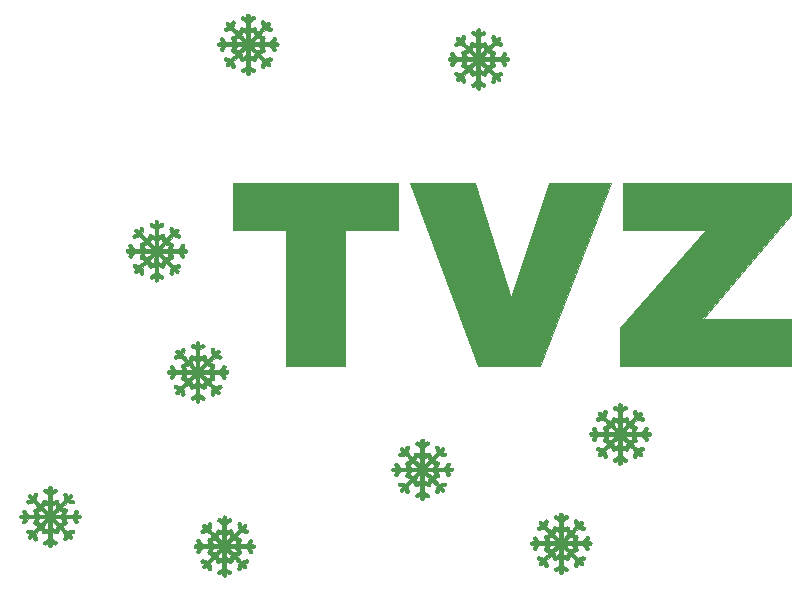
<source format=gbr>
%TF.GenerationSoftware,KiCad,Pcbnew,(5.1.10)-1*%
%TF.CreationDate,2021-10-17T11:09:21+02:00*%
%TF.ProjectId,TVZ_kuglica,54565a5f-6b75-4676-9c69-63612e6b6963,rev?*%
%TF.SameCoordinates,Original*%
%TF.FileFunction,Legend,Top*%
%TF.FilePolarity,Positive*%
%FSLAX46Y46*%
G04 Gerber Fmt 4.6, Leading zero omitted, Abs format (unit mm)*
G04 Created by KiCad (PCBNEW (5.1.10)-1) date 2021-10-17 11:09:21*
%MOMM*%
%LPD*%
G01*
G04 APERTURE LIST*
%ADD10C,0.100000*%
%ADD11C,0.010000*%
G04 APERTURE END LIST*
D10*
G36*
X172250000Y-85750000D02*
G01*
X164750000Y-94500000D01*
X172250000Y-94500000D01*
X172250000Y-98500000D01*
X157750000Y-98500000D01*
X157750000Y-95250000D01*
X165000000Y-87000000D01*
X158000000Y-87000000D01*
X158000000Y-83000000D01*
X172250000Y-83000000D01*
X172250000Y-85750000D01*
G37*
X172250000Y-85750000D02*
X164750000Y-94500000D01*
X172250000Y-94500000D01*
X172250000Y-98500000D01*
X157750000Y-98500000D01*
X157750000Y-95250000D01*
X165000000Y-87000000D01*
X158000000Y-87000000D01*
X158000000Y-83000000D01*
X172250000Y-83000000D01*
X172250000Y-85750000D01*
G36*
X148500000Y-92750000D02*
G01*
X151750000Y-83000000D01*
X157000000Y-83000000D01*
X151000000Y-98500000D01*
X145750000Y-98500000D01*
X140000000Y-83000000D01*
X145500000Y-83000000D01*
X148500000Y-92750000D01*
G37*
X148500000Y-92750000D02*
X151750000Y-83000000D01*
X157000000Y-83000000D01*
X151000000Y-98500000D01*
X145750000Y-98500000D01*
X140000000Y-83000000D01*
X145500000Y-83000000D01*
X148500000Y-92750000D01*
G36*
X139000000Y-87000000D02*
G01*
X134500000Y-87000000D01*
X134500000Y-98500000D01*
X129500000Y-98500000D01*
X129500000Y-87000000D01*
X125000000Y-87000000D01*
X125000000Y-83000000D01*
X139000000Y-83000000D01*
X139000000Y-87000000D01*
G37*
X139000000Y-87000000D02*
X134500000Y-87000000D01*
X134500000Y-98500000D01*
X129500000Y-98500000D01*
X129500000Y-87000000D01*
X125000000Y-87000000D01*
X125000000Y-83000000D01*
X139000000Y-83000000D01*
X139000000Y-87000000D01*
D11*
%TO.C,G\u002A\u002A\u002A*%
G36*
X145798505Y-69910765D02*
G01*
X145827367Y-69925067D01*
X145853942Y-69946464D01*
X145872890Y-69967278D01*
X145885608Y-69991553D01*
X145893489Y-70023331D01*
X145897929Y-70066656D01*
X145900323Y-70125568D01*
X145900626Y-70137377D01*
X145903932Y-70272706D01*
X146017466Y-70207839D01*
X146074991Y-70175794D01*
X146119098Y-70153836D01*
X146153448Y-70141045D01*
X146181701Y-70136497D01*
X146207518Y-70139271D01*
X146234558Y-70148445D01*
X146241448Y-70151413D01*
X146287522Y-70181151D01*
X146316624Y-70222064D01*
X146328710Y-70274080D01*
X146329082Y-70286157D01*
X146327630Y-70313921D01*
X146321914Y-70338158D01*
X146309963Y-70360751D01*
X146289805Y-70383583D01*
X146259470Y-70408537D01*
X146216988Y-70437494D01*
X146160389Y-70472339D01*
X146092521Y-70512160D01*
X145902400Y-70622360D01*
X145902400Y-71227859D01*
X146072580Y-71152913D01*
X146128832Y-71128794D01*
X146180451Y-71107880D01*
X146223879Y-71091516D01*
X146255560Y-71081049D01*
X146271026Y-71077783D01*
X146316519Y-71085792D01*
X146359879Y-71107400D01*
X146387804Y-71132895D01*
X146398691Y-71151402D01*
X146415019Y-71185061D01*
X146435049Y-71230014D01*
X146457042Y-71282405D01*
X146471931Y-71319546D01*
X146493084Y-71372781D01*
X146512010Y-71419366D01*
X146527341Y-71456014D01*
X146537707Y-71479439D01*
X146541380Y-71486331D01*
X146549975Y-71481312D01*
X146570999Y-71463520D01*
X146602628Y-71434665D01*
X146643037Y-71396453D01*
X146690400Y-71350594D01*
X146742892Y-71298795D01*
X146760125Y-71281595D01*
X146972092Y-71069447D01*
X146913911Y-70853614D01*
X146891428Y-70767821D01*
X146875253Y-70700541D01*
X146865228Y-70651022D01*
X146861194Y-70618515D01*
X146861694Y-70606231D01*
X146880659Y-70553569D01*
X146913157Y-70513831D01*
X146955810Y-70488674D01*
X147005243Y-70479754D01*
X147058077Y-70488728D01*
X147081155Y-70498579D01*
X147103052Y-70511563D01*
X147120509Y-70527541D01*
X147135268Y-70549858D01*
X147149074Y-70581859D01*
X147163672Y-70626888D01*
X147180805Y-70688290D01*
X147181560Y-70691106D01*
X147194117Y-70736702D01*
X147205240Y-70774760D01*
X147213683Y-70801167D01*
X147218084Y-70811711D01*
X147227061Y-70807236D01*
X147247356Y-70790843D01*
X147276019Y-70765078D01*
X147310100Y-70732491D01*
X147312418Y-70730212D01*
X147356356Y-70687625D01*
X147389700Y-70657632D01*
X147415825Y-70638076D01*
X147438110Y-70626797D01*
X147459931Y-70621638D01*
X147484152Y-70620437D01*
X147533421Y-70629914D01*
X147576086Y-70655722D01*
X147608443Y-70694081D01*
X147626786Y-70741212D01*
X147629562Y-70768842D01*
X147625953Y-70799324D01*
X147613840Y-70830771D01*
X147591380Y-70866061D01*
X147556726Y-70908076D01*
X147508035Y-70959694D01*
X147505955Y-70961810D01*
X147434946Y-71033981D01*
X147555133Y-71067030D01*
X147617692Y-71084754D01*
X147663743Y-71099512D01*
X147696555Y-71113001D01*
X147719398Y-71126916D01*
X147735541Y-71142953D01*
X147748254Y-71162809D01*
X147751420Y-71168844D01*
X147768600Y-71221979D01*
X147767249Y-71273259D01*
X147749031Y-71319270D01*
X147715609Y-71356602D01*
X147668649Y-71381843D01*
X147644452Y-71388177D01*
X147620990Y-71387577D01*
X147578629Y-71380455D01*
X147517274Y-71366790D01*
X147436832Y-71346561D01*
X147398551Y-71336430D01*
X147183517Y-71278847D01*
X146977298Y-71488580D01*
X146924540Y-71542394D01*
X146876605Y-71591589D01*
X146835301Y-71634287D01*
X146802432Y-71668610D01*
X146779808Y-71692678D01*
X146769234Y-71704614D01*
X146768692Y-71705456D01*
X146776883Y-71711238D01*
X146801074Y-71722747D01*
X146838205Y-71738661D01*
X146885219Y-71757658D01*
X146925560Y-71773298D01*
X146981151Y-71795300D01*
X147032089Y-71816966D01*
X147074406Y-71836493D01*
X147104132Y-71852080D01*
X147114749Y-71859183D01*
X147144144Y-71892944D01*
X147164871Y-71934067D01*
X147172400Y-71972417D01*
X147168282Y-71990680D01*
X147156561Y-72024990D01*
X147138187Y-72072964D01*
X147114108Y-72132216D01*
X147085273Y-72200361D01*
X147052633Y-72275015D01*
X147046328Y-72289180D01*
X147020256Y-72347600D01*
X147627639Y-72347600D01*
X147737839Y-72157478D01*
X147779937Y-72085804D01*
X147814377Y-72030102D01*
X147843043Y-71988399D01*
X147867818Y-71958727D01*
X147890583Y-71939113D01*
X147913221Y-71927589D01*
X147937616Y-71922182D01*
X147963842Y-71920917D01*
X148018134Y-71929495D01*
X148061338Y-71955099D01*
X148093382Y-71997683D01*
X148098586Y-72008551D01*
X148109123Y-72036405D01*
X148113475Y-72062180D01*
X148110722Y-72089536D01*
X148099940Y-72122133D01*
X148080207Y-72163632D01*
X148050602Y-72217693D01*
X148042160Y-72232533D01*
X147977293Y-72346067D01*
X148112622Y-72349373D01*
X148174575Y-72351559D01*
X148220254Y-72355554D01*
X148253703Y-72362755D01*
X148278965Y-72374555D01*
X148300081Y-72392351D01*
X148321094Y-72417536D01*
X148324932Y-72422632D01*
X148341565Y-72459660D01*
X148346332Y-72504508D01*
X148339234Y-72548505D01*
X148324932Y-72577367D01*
X148303535Y-72603942D01*
X148282721Y-72622890D01*
X148258446Y-72635608D01*
X148226668Y-72643489D01*
X148183343Y-72647929D01*
X148124431Y-72650323D01*
X148112622Y-72650626D01*
X147977293Y-72653932D01*
X148042160Y-72767466D01*
X148074205Y-72824991D01*
X148096163Y-72869098D01*
X148108954Y-72903448D01*
X148113502Y-72931701D01*
X148110728Y-72957518D01*
X148101554Y-72984558D01*
X148098586Y-72991448D01*
X148068848Y-73037522D01*
X148027935Y-73066624D01*
X147975919Y-73078710D01*
X147963842Y-73079082D01*
X147936078Y-73077630D01*
X147911841Y-73071914D01*
X147889248Y-73059963D01*
X147866416Y-73039805D01*
X147841462Y-73009470D01*
X147812505Y-72966988D01*
X147777660Y-72910389D01*
X147737839Y-72842521D01*
X147627639Y-72652400D01*
X147022140Y-72652400D01*
X147097086Y-72822580D01*
X147121205Y-72878832D01*
X147142119Y-72930451D01*
X147158483Y-72973879D01*
X147168950Y-73005560D01*
X147172216Y-73021026D01*
X147164207Y-73066519D01*
X147142599Y-73109879D01*
X147117104Y-73137804D01*
X147098601Y-73148696D01*
X147064949Y-73165041D01*
X147020004Y-73185097D01*
X146967623Y-73207124D01*
X146930453Y-73222053D01*
X146877427Y-73242999D01*
X146831199Y-73261363D01*
X146794999Y-73275852D01*
X146772057Y-73285177D01*
X146765492Y-73288006D01*
X146770911Y-73295739D01*
X146788946Y-73316089D01*
X146817895Y-73347256D01*
X146856056Y-73387436D01*
X146901729Y-73434827D01*
X146953212Y-73487627D01*
X146971473Y-73506223D01*
X147183042Y-73721279D01*
X147398314Y-73663632D01*
X147486597Y-73640713D01*
X147555755Y-73624362D01*
X147605887Y-73614558D01*
X147637090Y-73611281D01*
X147644452Y-73611822D01*
X147696776Y-73630747D01*
X147736283Y-73663245D01*
X147761309Y-73705906D01*
X147770192Y-73755317D01*
X147761266Y-73808065D01*
X147751420Y-73831155D01*
X147739065Y-73852289D01*
X147724135Y-73869162D01*
X147703361Y-73883468D01*
X147673472Y-73896905D01*
X147631200Y-73911167D01*
X147573275Y-73927951D01*
X147555133Y-73932969D01*
X147434946Y-73966018D01*
X147505955Y-74038189D01*
X147555197Y-74090215D01*
X147590334Y-74132531D01*
X147613210Y-74168018D01*
X147625670Y-74199555D01*
X147629558Y-74230021D01*
X147629562Y-74231157D01*
X147620278Y-74281440D01*
X147594991Y-74324983D01*
X147557405Y-74358006D01*
X147511224Y-74376728D01*
X147484152Y-74379562D01*
X147459503Y-74378307D01*
X147437705Y-74373052D01*
X147415379Y-74361638D01*
X147389148Y-74341905D01*
X147355636Y-74311695D01*
X147312418Y-74269787D01*
X147278089Y-74236847D01*
X147248987Y-74210565D01*
X147228062Y-74193489D01*
X147218265Y-74188168D01*
X147218084Y-74188288D01*
X147213345Y-74199835D01*
X147204744Y-74226953D01*
X147193520Y-74265543D01*
X147181400Y-74309680D01*
X147162463Y-74375752D01*
X147144985Y-74424855D01*
X147127303Y-74460098D01*
X147107757Y-74484589D01*
X147084683Y-74501440D01*
X147076724Y-74505518D01*
X147024415Y-74520352D01*
X146973709Y-74516822D01*
X146928183Y-74496784D01*
X146891412Y-74462099D01*
X146866974Y-74414625D01*
X146861694Y-74393768D01*
X146861952Y-74371824D01*
X146868099Y-74333351D01*
X146880293Y-74277601D01*
X146898694Y-74203821D01*
X146913910Y-74146386D01*
X146972091Y-73930555D01*
X146764998Y-73723277D01*
X146711647Y-73670222D01*
X146662685Y-73622187D01*
X146620005Y-73580978D01*
X146585503Y-73548402D01*
X146561072Y-73526266D01*
X146548608Y-73516375D01*
X146547652Y-73516021D01*
X146540820Y-73525045D01*
X146528368Y-73550019D01*
X146511689Y-73587824D01*
X146492176Y-73635337D01*
X146476440Y-73675670D01*
X146454399Y-73731288D01*
X146432731Y-73782230D01*
X146413229Y-73824545D01*
X146397687Y-73854278D01*
X146390554Y-73864989D01*
X146356987Y-73894203D01*
X146315955Y-73914860D01*
X146277582Y-73922400D01*
X146259319Y-73918282D01*
X146225009Y-73906561D01*
X146177035Y-73888187D01*
X146117783Y-73864108D01*
X146049638Y-73835273D01*
X145974984Y-73802633D01*
X145960820Y-73796328D01*
X145902400Y-73770256D01*
X145902400Y-74377359D01*
X146092580Y-74487699D01*
X146164323Y-74529893D01*
X146220081Y-74564434D01*
X146261820Y-74593185D01*
X146291509Y-74618010D01*
X146311114Y-74640773D01*
X146322603Y-74663339D01*
X146327944Y-74687571D01*
X146329120Y-74711807D01*
X146320497Y-74766987D01*
X146296142Y-74811640D01*
X146258318Y-74843366D01*
X146209293Y-74859767D01*
X146187687Y-74861491D01*
X146165438Y-74860345D01*
X146142502Y-74855121D01*
X146114863Y-74844199D01*
X146078502Y-74825958D01*
X146029404Y-74798779D01*
X146022413Y-74794810D01*
X145903930Y-74727420D01*
X145900625Y-74862686D01*
X145898881Y-74919337D01*
X145896495Y-74959600D01*
X145892882Y-74987407D01*
X145887457Y-75006689D01*
X145879638Y-75021377D01*
X145876372Y-75025968D01*
X145836096Y-75066630D01*
X145789911Y-75091192D01*
X145741412Y-75098445D01*
X145694194Y-75087183D01*
X145694120Y-75087148D01*
X145650265Y-75057035D01*
X145617178Y-75014875D01*
X145608436Y-74996158D01*
X145604124Y-74974767D01*
X145600626Y-74938360D01*
X145598326Y-74892236D01*
X145597600Y-74847053D01*
X145597600Y-74726550D01*
X145478351Y-74794375D01*
X145427291Y-74822837D01*
X145389483Y-74842168D01*
X145360930Y-74853981D01*
X145337640Y-74859892D01*
X145315616Y-74861516D01*
X145312312Y-74861491D01*
X145259542Y-74851698D01*
X145217092Y-74825647D01*
X145187229Y-74785737D01*
X145172219Y-74734366D01*
X145170880Y-74711807D01*
X145172435Y-74684568D01*
X145178413Y-74660634D01*
X145190782Y-74638143D01*
X145211509Y-74615230D01*
X145242562Y-74590035D01*
X145285908Y-74560694D01*
X145343515Y-74525344D01*
X145407478Y-74487839D01*
X145597600Y-74377639D01*
X145597600Y-73772140D01*
X145427420Y-73847086D01*
X145371167Y-73871205D01*
X145319548Y-73892119D01*
X145276120Y-73908483D01*
X145244439Y-73918950D01*
X145228973Y-73922216D01*
X145183480Y-73914207D01*
X145140120Y-73892599D01*
X145112195Y-73867104D01*
X145101303Y-73848601D01*
X145084958Y-73814949D01*
X145064902Y-73770004D01*
X145042875Y-73717623D01*
X145027946Y-73680453D01*
X145006941Y-73627316D01*
X144988452Y-73580874D01*
X144973787Y-73544389D01*
X144964255Y-73521122D01*
X144961267Y-73514316D01*
X144953360Y-73519446D01*
X144932869Y-73537228D01*
X144901601Y-73565970D01*
X144861361Y-73603978D01*
X144813956Y-73649560D01*
X144761192Y-73701021D01*
X144742689Y-73719225D01*
X144528000Y-73930896D01*
X144586135Y-74146557D01*
X144608610Y-74232324D01*
X144624775Y-74299578D01*
X144634789Y-74349069D01*
X144638809Y-74381545D01*
X144638305Y-74393768D01*
X144619450Y-74445586D01*
X144586914Y-74485316D01*
X144544271Y-74511099D01*
X144495100Y-74521077D01*
X144442976Y-74513392D01*
X144423275Y-74505518D01*
X144398801Y-74490373D01*
X144378359Y-74468531D01*
X144360287Y-74436882D01*
X144342923Y-74392318D01*
X144324605Y-74331729D01*
X144318599Y-74309680D01*
X144306208Y-74264179D01*
X144295516Y-74226439D01*
X144287685Y-74200464D01*
X144283920Y-74190293D01*
X144275597Y-74195372D01*
X144255894Y-74212008D01*
X144227900Y-74237491D01*
X144199746Y-74264220D01*
X144163580Y-74298183D01*
X144129483Y-74328508D01*
X144101985Y-74351254D01*
X144088840Y-74360709D01*
X144043860Y-74377748D01*
X143997121Y-74377569D01*
X143952566Y-74362456D01*
X143914136Y-74334693D01*
X143885776Y-74296565D01*
X143871426Y-74250357D01*
X143870437Y-74234152D01*
X143871692Y-74209503D01*
X143876947Y-74187705D01*
X143888361Y-74165379D01*
X143908094Y-74139148D01*
X143938304Y-74105636D01*
X143980212Y-74062418D01*
X144013152Y-74028089D01*
X144039434Y-73998987D01*
X144056510Y-73978062D01*
X144061831Y-73968265D01*
X144061711Y-73968084D01*
X144050159Y-73963335D01*
X144023054Y-73954723D01*
X143984508Y-73943496D01*
X143941106Y-73931560D01*
X143878987Y-73914291D01*
X143833373Y-73899626D01*
X143800920Y-73885822D01*
X143778282Y-73871133D01*
X143762117Y-73853817D01*
X143749078Y-73832129D01*
X143748579Y-73831155D01*
X143731337Y-73777885D01*
X143732712Y-73726570D01*
X143751050Y-73680576D01*
X143784697Y-73643271D01*
X143832000Y-73618024D01*
X143856361Y-73611669D01*
X143878160Y-73611878D01*
X143916214Y-73617890D01*
X143971344Y-73629880D01*
X144044372Y-73648020D01*
X144103885Y-73663745D01*
X144319726Y-73721809D01*
X144526863Y-73514857D01*
X144579904Y-73461513D01*
X144627924Y-73412542D01*
X144669117Y-73369844D01*
X144701675Y-73335316D01*
X144723789Y-73310855D01*
X144733653Y-73298359D01*
X144734000Y-73297404D01*
X144724978Y-73290502D01*
X144702931Y-73279481D01*
X145192008Y-73279481D01*
X145249356Y-73423140D01*
X145269580Y-73472863D01*
X145287483Y-73515125D01*
X145301630Y-73546674D01*
X145310588Y-73564256D01*
X145312732Y-73566800D01*
X145323673Y-73562889D01*
X145349735Y-73552127D01*
X145387496Y-73535968D01*
X145433531Y-73515866D01*
X145455640Y-73506096D01*
X145592520Y-73445392D01*
X145592549Y-73442257D01*
X145902400Y-73442257D01*
X146042100Y-73503967D01*
X146091317Y-73525553D01*
X146133870Y-73543921D01*
X146166342Y-73557620D01*
X146185320Y-73565199D01*
X146188642Y-73566239D01*
X146194477Y-73557477D01*
X146206135Y-73532924D01*
X146222211Y-73495776D01*
X146241301Y-73449236D01*
X146253530Y-73418359D01*
X146311576Y-73269919D01*
X146106988Y-73065330D01*
X145902400Y-72860742D01*
X145902400Y-73442257D01*
X145592549Y-73442257D01*
X145597910Y-72866376D01*
X145485144Y-72975288D01*
X145435726Y-73023805D01*
X145382039Y-73077810D01*
X145330209Y-73131066D01*
X145286363Y-73177339D01*
X145282193Y-73181840D01*
X145192008Y-73279481D01*
X144702931Y-73279481D01*
X144699996Y-73278014D01*
X144662175Y-73261333D01*
X144614641Y-73241854D01*
X144574351Y-73226191D01*
X144518716Y-73204230D01*
X144467759Y-73182630D01*
X144425436Y-73163180D01*
X144395704Y-73147670D01*
X144385010Y-73140554D01*
X144355796Y-73106988D01*
X144335139Y-73065955D01*
X144327600Y-73027582D01*
X144331717Y-73009319D01*
X144343438Y-72975009D01*
X144355323Y-72943975D01*
X144686908Y-72943975D01*
X144697829Y-72949461D01*
X144723591Y-72960578D01*
X144760063Y-72975680D01*
X144803115Y-72993121D01*
X144848616Y-73011255D01*
X144892433Y-73028438D01*
X144930437Y-73043024D01*
X144958496Y-73053368D01*
X144972478Y-73057823D01*
X144972855Y-73057874D01*
X144982418Y-73051193D01*
X145004341Y-73031864D01*
X145036708Y-73001702D01*
X145077607Y-72962524D01*
X145125122Y-72916143D01*
X145177340Y-72864377D01*
X145186120Y-72855600D01*
X145389129Y-72652400D01*
X144807753Y-72652400D01*
X144745036Y-72795893D01*
X144723734Y-72845557D01*
X144706136Y-72888375D01*
X144693536Y-72921054D01*
X144687224Y-72940301D01*
X144686908Y-72943975D01*
X144355323Y-72943975D01*
X144361812Y-72927035D01*
X144385891Y-72867783D01*
X144414726Y-72799638D01*
X144447366Y-72724984D01*
X144453671Y-72710820D01*
X144479743Y-72652400D01*
X143872360Y-72652400D01*
X143762160Y-72842521D01*
X143720062Y-72914195D01*
X143685622Y-72969897D01*
X143656956Y-73011600D01*
X143632181Y-73041272D01*
X143609416Y-73060886D01*
X143586778Y-73072410D01*
X143562383Y-73077817D01*
X143536157Y-73079082D01*
X143481865Y-73070504D01*
X143438661Y-73044900D01*
X143406617Y-73002316D01*
X143401413Y-72991448D01*
X143390876Y-72963594D01*
X143386524Y-72937819D01*
X143389277Y-72910463D01*
X143400059Y-72877866D01*
X143419792Y-72836367D01*
X143449397Y-72782306D01*
X143457839Y-72767466D01*
X143522706Y-72653932D01*
X143446773Y-72652077D01*
X146122387Y-72652077D01*
X146233373Y-72765706D01*
X146280978Y-72814606D01*
X146332334Y-72867625D01*
X146381777Y-72918901D01*
X146423647Y-72962576D01*
X146429838Y-72969068D01*
X146463149Y-73003563D01*
X146491384Y-73031915D01*
X146511642Y-73051273D01*
X146521024Y-73058786D01*
X146521140Y-73058800D01*
X146532121Y-73055228D01*
X146558563Y-73045381D01*
X146597072Y-73030557D01*
X146644254Y-73012055D01*
X146671882Y-73001097D01*
X146721843Y-72980829D01*
X146764356Y-72962869D01*
X146796179Y-72948643D01*
X146814071Y-72939577D01*
X146816800Y-72937317D01*
X146812889Y-72926358D01*
X146802126Y-72900279D01*
X146785966Y-72862505D01*
X146765863Y-72816462D01*
X146756096Y-72794359D01*
X146695392Y-72657480D01*
X146408890Y-72654778D01*
X146122387Y-72652077D01*
X143446773Y-72652077D01*
X143387377Y-72650626D01*
X143325424Y-72648440D01*
X143279745Y-72644445D01*
X143246296Y-72637244D01*
X143221034Y-72625444D01*
X143199918Y-72607648D01*
X143178905Y-72582463D01*
X143175067Y-72577367D01*
X143158434Y-72540339D01*
X143153667Y-72495491D01*
X143160765Y-72451494D01*
X143175067Y-72422632D01*
X143196464Y-72396057D01*
X143217278Y-72377109D01*
X143241553Y-72364391D01*
X143273331Y-72356510D01*
X143316656Y-72352070D01*
X143375568Y-72349676D01*
X143387377Y-72349373D01*
X143522706Y-72346067D01*
X143457839Y-72232533D01*
X143425794Y-72175008D01*
X143403836Y-72130901D01*
X143391045Y-72096551D01*
X143386497Y-72068298D01*
X143389271Y-72042481D01*
X143398445Y-72015441D01*
X143401413Y-72008551D01*
X143431151Y-71962477D01*
X143472064Y-71933375D01*
X143524080Y-71921289D01*
X143536157Y-71920917D01*
X143563921Y-71922369D01*
X143588158Y-71928085D01*
X143610751Y-71940036D01*
X143633583Y-71960194D01*
X143658537Y-71990529D01*
X143687494Y-72033011D01*
X143722339Y-72089610D01*
X143762160Y-72157478D01*
X143872360Y-72347600D01*
X144175109Y-72347599D01*
X144477859Y-72347599D01*
X144402913Y-72177419D01*
X144378794Y-72121167D01*
X144357880Y-72069548D01*
X144355488Y-72063199D01*
X144683200Y-72063199D01*
X144687125Y-72074448D01*
X144697861Y-72100534D01*
X144713849Y-72137777D01*
X144733532Y-72182495D01*
X144737285Y-72190916D01*
X144758154Y-72237880D01*
X144776352Y-72279261D01*
X144790073Y-72310923D01*
X144797512Y-72328729D01*
X144797927Y-72329820D01*
X144801154Y-72334990D01*
X144808060Y-72339055D01*
X144820858Y-72342144D01*
X144841764Y-72344391D01*
X144872993Y-72345926D01*
X144916759Y-72346882D01*
X144975277Y-72347390D01*
X145050761Y-72347581D01*
X145096869Y-72347600D01*
X145389257Y-72347600D01*
X146122702Y-72347600D01*
X146692223Y-72347600D01*
X146748827Y-72218060D01*
X146769944Y-72169582D01*
X146788447Y-72126826D01*
X146802642Y-72093727D01*
X146810832Y-72074226D01*
X146811801Y-72071785D01*
X146811162Y-72064112D01*
X146801985Y-72055215D01*
X146781911Y-72043855D01*
X146748582Y-72028794D01*
X146699640Y-72008794D01*
X146668589Y-71996559D01*
X146519007Y-71938067D01*
X146431683Y-72029283D01*
X146390944Y-72071676D01*
X146341738Y-72122633D01*
X146289819Y-72176207D01*
X146240944Y-72226450D01*
X146233531Y-72234049D01*
X146122702Y-72347600D01*
X145389257Y-72347600D01*
X144980060Y-71938403D01*
X144831630Y-71997504D01*
X144781023Y-72018051D01*
X144737829Y-72036346D01*
X144705251Y-72050971D01*
X144686490Y-72060509D01*
X144683200Y-72063199D01*
X144355488Y-72063199D01*
X144341516Y-72026120D01*
X144331049Y-71994439D01*
X144327783Y-71978973D01*
X144335873Y-71933227D01*
X144357726Y-71889697D01*
X144383167Y-71861981D01*
X144401790Y-71851029D01*
X144435565Y-71834684D01*
X144480616Y-71814687D01*
X144533068Y-71792778D01*
X144569818Y-71778131D01*
X144623031Y-71757098D01*
X144669583Y-71738250D01*
X144706182Y-71722955D01*
X144707974Y-71722159D01*
X145191238Y-71722159D01*
X145244080Y-71778339D01*
X145265005Y-71800235D01*
X145295175Y-71831340D01*
X145332241Y-71869276D01*
X145373853Y-71911666D01*
X145417663Y-71956133D01*
X145461319Y-72000300D01*
X145502473Y-72041790D01*
X145538776Y-72078226D01*
X145567877Y-72107231D01*
X145587427Y-72126427D01*
X145595060Y-72133435D01*
X145595713Y-72123913D01*
X145596304Y-72096616D01*
X145596810Y-72054087D01*
X145597210Y-71998872D01*
X145597479Y-71933513D01*
X145597596Y-71860555D01*
X145597600Y-71845996D01*
X145597600Y-71557753D01*
X145596795Y-71557401D01*
X145902400Y-71557401D01*
X145902400Y-72139257D01*
X146106605Y-71935052D01*
X146310810Y-71730846D01*
X146253311Y-71584796D01*
X146233294Y-71534290D01*
X146215834Y-71490878D01*
X146202293Y-71457892D01*
X146194030Y-71438665D01*
X146192226Y-71435159D01*
X146182197Y-71437790D01*
X146156888Y-71447402D01*
X146119566Y-71462675D01*
X146073497Y-71482287D01*
X146045519Y-71494486D01*
X145902400Y-71557401D01*
X145596795Y-71557401D01*
X145454106Y-71495036D01*
X145404448Y-71473730D01*
X145361644Y-71456119D01*
X145328985Y-71443499D01*
X145309762Y-71437162D01*
X145306102Y-71436830D01*
X145300988Y-71447398D01*
X145289929Y-71473470D01*
X145274339Y-71511612D01*
X145255633Y-71558388D01*
X145246414Y-71581750D01*
X145191238Y-71722159D01*
X144707974Y-71722159D01*
X144729532Y-71712584D01*
X144736331Y-71708897D01*
X144731311Y-71700231D01*
X144713517Y-71679140D01*
X144684657Y-71647452D01*
X144646441Y-71606995D01*
X144600576Y-71559596D01*
X144548772Y-71507084D01*
X144531595Y-71489874D01*
X144319447Y-71277907D01*
X144103614Y-71336088D01*
X144017821Y-71358571D01*
X143950541Y-71374746D01*
X143901022Y-71384771D01*
X143868515Y-71388805D01*
X143856231Y-71388305D01*
X143803569Y-71369340D01*
X143763831Y-71336842D01*
X143738674Y-71294189D01*
X143729754Y-71244756D01*
X143738728Y-71191922D01*
X143748579Y-71168844D01*
X143761563Y-71146947D01*
X143777541Y-71129490D01*
X143799858Y-71114731D01*
X143831859Y-71100925D01*
X143876888Y-71086327D01*
X143938290Y-71069194D01*
X143941106Y-71068439D01*
X143986702Y-71055882D01*
X144024760Y-71044759D01*
X144051167Y-71036316D01*
X144061711Y-71031915D01*
X144057236Y-71022938D01*
X144040843Y-71002643D01*
X144015078Y-70973980D01*
X143982491Y-70939899D01*
X143980212Y-70937581D01*
X143937625Y-70893643D01*
X143907632Y-70860299D01*
X143888076Y-70834174D01*
X143876797Y-70811889D01*
X143871638Y-70790068D01*
X143870437Y-70765847D01*
X143879442Y-70717526D01*
X143903726Y-70676550D01*
X143939347Y-70645204D01*
X143982362Y-70625772D01*
X144028828Y-70620540D01*
X144074804Y-70631791D01*
X144088840Y-70639290D01*
X144108802Y-70654159D01*
X144138618Y-70679438D01*
X144173757Y-70711187D01*
X144199746Y-70735779D01*
X144232379Y-70766670D01*
X144259357Y-70791032D01*
X144277592Y-70806152D01*
X144283920Y-70809706D01*
X144287867Y-70798986D01*
X144295806Y-70772631D01*
X144306567Y-70734656D01*
X144318439Y-70691106D01*
X144335708Y-70628987D01*
X144350373Y-70583373D01*
X144364177Y-70550920D01*
X144378866Y-70528282D01*
X144396182Y-70512117D01*
X144417870Y-70499078D01*
X144418844Y-70498579D01*
X144472103Y-70481345D01*
X144523423Y-70482722D01*
X144569426Y-70501054D01*
X144606735Y-70534683D01*
X144631973Y-70581953D01*
X144638305Y-70606231D01*
X144638047Y-70628192D01*
X144631895Y-70666691D01*
X144619691Y-70722475D01*
X144601277Y-70796294D01*
X144586163Y-70853336D01*
X144528057Y-71068890D01*
X144739200Y-71276445D01*
X144793121Y-71329250D01*
X144842375Y-71377103D01*
X144885104Y-71418229D01*
X144919450Y-71450852D01*
X144943554Y-71473199D01*
X144955558Y-71483494D01*
X144956471Y-71483978D01*
X144961932Y-71474970D01*
X144973193Y-71450039D01*
X144988946Y-71412296D01*
X145007882Y-71364854D01*
X145023560Y-71324329D01*
X145045600Y-71268711D01*
X145067268Y-71217769D01*
X145086770Y-71175454D01*
X145102312Y-71145721D01*
X145109445Y-71135010D01*
X145143967Y-71105122D01*
X145186074Y-71084562D01*
X145223893Y-71077727D01*
X145240322Y-71081653D01*
X145271951Y-71092488D01*
X145315384Y-71108948D01*
X145367228Y-71129748D01*
X145422340Y-71152854D01*
X145597600Y-71227853D01*
X145597600Y-70925107D01*
X145597599Y-70622360D01*
X145407478Y-70512160D01*
X145335804Y-70470062D01*
X145280102Y-70435622D01*
X145238399Y-70406956D01*
X145208727Y-70382181D01*
X145189113Y-70359416D01*
X145177589Y-70336778D01*
X145172182Y-70312383D01*
X145170917Y-70286157D01*
X145179495Y-70231865D01*
X145205099Y-70188661D01*
X145247683Y-70156617D01*
X145258551Y-70151413D01*
X145286405Y-70140876D01*
X145312180Y-70136524D01*
X145339536Y-70139277D01*
X145372133Y-70150059D01*
X145413632Y-70169792D01*
X145467693Y-70199397D01*
X145482533Y-70207839D01*
X145596067Y-70272706D01*
X145599373Y-70137377D01*
X145601559Y-70075424D01*
X145605554Y-70029745D01*
X145612755Y-69996296D01*
X145624555Y-69971034D01*
X145642351Y-69949918D01*
X145667536Y-69928905D01*
X145672632Y-69925067D01*
X145709660Y-69908434D01*
X145754508Y-69903667D01*
X145798505Y-69910765D01*
G37*
X145798505Y-69910765D02*
X145827367Y-69925067D01*
X145853942Y-69946464D01*
X145872890Y-69967278D01*
X145885608Y-69991553D01*
X145893489Y-70023331D01*
X145897929Y-70066656D01*
X145900323Y-70125568D01*
X145900626Y-70137377D01*
X145903932Y-70272706D01*
X146017466Y-70207839D01*
X146074991Y-70175794D01*
X146119098Y-70153836D01*
X146153448Y-70141045D01*
X146181701Y-70136497D01*
X146207518Y-70139271D01*
X146234558Y-70148445D01*
X146241448Y-70151413D01*
X146287522Y-70181151D01*
X146316624Y-70222064D01*
X146328710Y-70274080D01*
X146329082Y-70286157D01*
X146327630Y-70313921D01*
X146321914Y-70338158D01*
X146309963Y-70360751D01*
X146289805Y-70383583D01*
X146259470Y-70408537D01*
X146216988Y-70437494D01*
X146160389Y-70472339D01*
X146092521Y-70512160D01*
X145902400Y-70622360D01*
X145902400Y-71227859D01*
X146072580Y-71152913D01*
X146128832Y-71128794D01*
X146180451Y-71107880D01*
X146223879Y-71091516D01*
X146255560Y-71081049D01*
X146271026Y-71077783D01*
X146316519Y-71085792D01*
X146359879Y-71107400D01*
X146387804Y-71132895D01*
X146398691Y-71151402D01*
X146415019Y-71185061D01*
X146435049Y-71230014D01*
X146457042Y-71282405D01*
X146471931Y-71319546D01*
X146493084Y-71372781D01*
X146512010Y-71419366D01*
X146527341Y-71456014D01*
X146537707Y-71479439D01*
X146541380Y-71486331D01*
X146549975Y-71481312D01*
X146570999Y-71463520D01*
X146602628Y-71434665D01*
X146643037Y-71396453D01*
X146690400Y-71350594D01*
X146742892Y-71298795D01*
X146760125Y-71281595D01*
X146972092Y-71069447D01*
X146913911Y-70853614D01*
X146891428Y-70767821D01*
X146875253Y-70700541D01*
X146865228Y-70651022D01*
X146861194Y-70618515D01*
X146861694Y-70606231D01*
X146880659Y-70553569D01*
X146913157Y-70513831D01*
X146955810Y-70488674D01*
X147005243Y-70479754D01*
X147058077Y-70488728D01*
X147081155Y-70498579D01*
X147103052Y-70511563D01*
X147120509Y-70527541D01*
X147135268Y-70549858D01*
X147149074Y-70581859D01*
X147163672Y-70626888D01*
X147180805Y-70688290D01*
X147181560Y-70691106D01*
X147194117Y-70736702D01*
X147205240Y-70774760D01*
X147213683Y-70801167D01*
X147218084Y-70811711D01*
X147227061Y-70807236D01*
X147247356Y-70790843D01*
X147276019Y-70765078D01*
X147310100Y-70732491D01*
X147312418Y-70730212D01*
X147356356Y-70687625D01*
X147389700Y-70657632D01*
X147415825Y-70638076D01*
X147438110Y-70626797D01*
X147459931Y-70621638D01*
X147484152Y-70620437D01*
X147533421Y-70629914D01*
X147576086Y-70655722D01*
X147608443Y-70694081D01*
X147626786Y-70741212D01*
X147629562Y-70768842D01*
X147625953Y-70799324D01*
X147613840Y-70830771D01*
X147591380Y-70866061D01*
X147556726Y-70908076D01*
X147508035Y-70959694D01*
X147505955Y-70961810D01*
X147434946Y-71033981D01*
X147555133Y-71067030D01*
X147617692Y-71084754D01*
X147663743Y-71099512D01*
X147696555Y-71113001D01*
X147719398Y-71126916D01*
X147735541Y-71142953D01*
X147748254Y-71162809D01*
X147751420Y-71168844D01*
X147768600Y-71221979D01*
X147767249Y-71273259D01*
X147749031Y-71319270D01*
X147715609Y-71356602D01*
X147668649Y-71381843D01*
X147644452Y-71388177D01*
X147620990Y-71387577D01*
X147578629Y-71380455D01*
X147517274Y-71366790D01*
X147436832Y-71346561D01*
X147398551Y-71336430D01*
X147183517Y-71278847D01*
X146977298Y-71488580D01*
X146924540Y-71542394D01*
X146876605Y-71591589D01*
X146835301Y-71634287D01*
X146802432Y-71668610D01*
X146779808Y-71692678D01*
X146769234Y-71704614D01*
X146768692Y-71705456D01*
X146776883Y-71711238D01*
X146801074Y-71722747D01*
X146838205Y-71738661D01*
X146885219Y-71757658D01*
X146925560Y-71773298D01*
X146981151Y-71795300D01*
X147032089Y-71816966D01*
X147074406Y-71836493D01*
X147104132Y-71852080D01*
X147114749Y-71859183D01*
X147144144Y-71892944D01*
X147164871Y-71934067D01*
X147172400Y-71972417D01*
X147168282Y-71990680D01*
X147156561Y-72024990D01*
X147138187Y-72072964D01*
X147114108Y-72132216D01*
X147085273Y-72200361D01*
X147052633Y-72275015D01*
X147046328Y-72289180D01*
X147020256Y-72347600D01*
X147627639Y-72347600D01*
X147737839Y-72157478D01*
X147779937Y-72085804D01*
X147814377Y-72030102D01*
X147843043Y-71988399D01*
X147867818Y-71958727D01*
X147890583Y-71939113D01*
X147913221Y-71927589D01*
X147937616Y-71922182D01*
X147963842Y-71920917D01*
X148018134Y-71929495D01*
X148061338Y-71955099D01*
X148093382Y-71997683D01*
X148098586Y-72008551D01*
X148109123Y-72036405D01*
X148113475Y-72062180D01*
X148110722Y-72089536D01*
X148099940Y-72122133D01*
X148080207Y-72163632D01*
X148050602Y-72217693D01*
X148042160Y-72232533D01*
X147977293Y-72346067D01*
X148112622Y-72349373D01*
X148174575Y-72351559D01*
X148220254Y-72355554D01*
X148253703Y-72362755D01*
X148278965Y-72374555D01*
X148300081Y-72392351D01*
X148321094Y-72417536D01*
X148324932Y-72422632D01*
X148341565Y-72459660D01*
X148346332Y-72504508D01*
X148339234Y-72548505D01*
X148324932Y-72577367D01*
X148303535Y-72603942D01*
X148282721Y-72622890D01*
X148258446Y-72635608D01*
X148226668Y-72643489D01*
X148183343Y-72647929D01*
X148124431Y-72650323D01*
X148112622Y-72650626D01*
X147977293Y-72653932D01*
X148042160Y-72767466D01*
X148074205Y-72824991D01*
X148096163Y-72869098D01*
X148108954Y-72903448D01*
X148113502Y-72931701D01*
X148110728Y-72957518D01*
X148101554Y-72984558D01*
X148098586Y-72991448D01*
X148068848Y-73037522D01*
X148027935Y-73066624D01*
X147975919Y-73078710D01*
X147963842Y-73079082D01*
X147936078Y-73077630D01*
X147911841Y-73071914D01*
X147889248Y-73059963D01*
X147866416Y-73039805D01*
X147841462Y-73009470D01*
X147812505Y-72966988D01*
X147777660Y-72910389D01*
X147737839Y-72842521D01*
X147627639Y-72652400D01*
X147022140Y-72652400D01*
X147097086Y-72822580D01*
X147121205Y-72878832D01*
X147142119Y-72930451D01*
X147158483Y-72973879D01*
X147168950Y-73005560D01*
X147172216Y-73021026D01*
X147164207Y-73066519D01*
X147142599Y-73109879D01*
X147117104Y-73137804D01*
X147098601Y-73148696D01*
X147064949Y-73165041D01*
X147020004Y-73185097D01*
X146967623Y-73207124D01*
X146930453Y-73222053D01*
X146877427Y-73242999D01*
X146831199Y-73261363D01*
X146794999Y-73275852D01*
X146772057Y-73285177D01*
X146765492Y-73288006D01*
X146770911Y-73295739D01*
X146788946Y-73316089D01*
X146817895Y-73347256D01*
X146856056Y-73387436D01*
X146901729Y-73434827D01*
X146953212Y-73487627D01*
X146971473Y-73506223D01*
X147183042Y-73721279D01*
X147398314Y-73663632D01*
X147486597Y-73640713D01*
X147555755Y-73624362D01*
X147605887Y-73614558D01*
X147637090Y-73611281D01*
X147644452Y-73611822D01*
X147696776Y-73630747D01*
X147736283Y-73663245D01*
X147761309Y-73705906D01*
X147770192Y-73755317D01*
X147761266Y-73808065D01*
X147751420Y-73831155D01*
X147739065Y-73852289D01*
X147724135Y-73869162D01*
X147703361Y-73883468D01*
X147673472Y-73896905D01*
X147631200Y-73911167D01*
X147573275Y-73927951D01*
X147555133Y-73932969D01*
X147434946Y-73966018D01*
X147505955Y-74038189D01*
X147555197Y-74090215D01*
X147590334Y-74132531D01*
X147613210Y-74168018D01*
X147625670Y-74199555D01*
X147629558Y-74230021D01*
X147629562Y-74231157D01*
X147620278Y-74281440D01*
X147594991Y-74324983D01*
X147557405Y-74358006D01*
X147511224Y-74376728D01*
X147484152Y-74379562D01*
X147459503Y-74378307D01*
X147437705Y-74373052D01*
X147415379Y-74361638D01*
X147389148Y-74341905D01*
X147355636Y-74311695D01*
X147312418Y-74269787D01*
X147278089Y-74236847D01*
X147248987Y-74210565D01*
X147228062Y-74193489D01*
X147218265Y-74188168D01*
X147218084Y-74188288D01*
X147213345Y-74199835D01*
X147204744Y-74226953D01*
X147193520Y-74265543D01*
X147181400Y-74309680D01*
X147162463Y-74375752D01*
X147144985Y-74424855D01*
X147127303Y-74460098D01*
X147107757Y-74484589D01*
X147084683Y-74501440D01*
X147076724Y-74505518D01*
X147024415Y-74520352D01*
X146973709Y-74516822D01*
X146928183Y-74496784D01*
X146891412Y-74462099D01*
X146866974Y-74414625D01*
X146861694Y-74393768D01*
X146861952Y-74371824D01*
X146868099Y-74333351D01*
X146880293Y-74277601D01*
X146898694Y-74203821D01*
X146913910Y-74146386D01*
X146972091Y-73930555D01*
X146764998Y-73723277D01*
X146711647Y-73670222D01*
X146662685Y-73622187D01*
X146620005Y-73580978D01*
X146585503Y-73548402D01*
X146561072Y-73526266D01*
X146548608Y-73516375D01*
X146547652Y-73516021D01*
X146540820Y-73525045D01*
X146528368Y-73550019D01*
X146511689Y-73587824D01*
X146492176Y-73635337D01*
X146476440Y-73675670D01*
X146454399Y-73731288D01*
X146432731Y-73782230D01*
X146413229Y-73824545D01*
X146397687Y-73854278D01*
X146390554Y-73864989D01*
X146356987Y-73894203D01*
X146315955Y-73914860D01*
X146277582Y-73922400D01*
X146259319Y-73918282D01*
X146225009Y-73906561D01*
X146177035Y-73888187D01*
X146117783Y-73864108D01*
X146049638Y-73835273D01*
X145974984Y-73802633D01*
X145960820Y-73796328D01*
X145902400Y-73770256D01*
X145902400Y-74377359D01*
X146092580Y-74487699D01*
X146164323Y-74529893D01*
X146220081Y-74564434D01*
X146261820Y-74593185D01*
X146291509Y-74618010D01*
X146311114Y-74640773D01*
X146322603Y-74663339D01*
X146327944Y-74687571D01*
X146329120Y-74711807D01*
X146320497Y-74766987D01*
X146296142Y-74811640D01*
X146258318Y-74843366D01*
X146209293Y-74859767D01*
X146187687Y-74861491D01*
X146165438Y-74860345D01*
X146142502Y-74855121D01*
X146114863Y-74844199D01*
X146078502Y-74825958D01*
X146029404Y-74798779D01*
X146022413Y-74794810D01*
X145903930Y-74727420D01*
X145900625Y-74862686D01*
X145898881Y-74919337D01*
X145896495Y-74959600D01*
X145892882Y-74987407D01*
X145887457Y-75006689D01*
X145879638Y-75021377D01*
X145876372Y-75025968D01*
X145836096Y-75066630D01*
X145789911Y-75091192D01*
X145741412Y-75098445D01*
X145694194Y-75087183D01*
X145694120Y-75087148D01*
X145650265Y-75057035D01*
X145617178Y-75014875D01*
X145608436Y-74996158D01*
X145604124Y-74974767D01*
X145600626Y-74938360D01*
X145598326Y-74892236D01*
X145597600Y-74847053D01*
X145597600Y-74726550D01*
X145478351Y-74794375D01*
X145427291Y-74822837D01*
X145389483Y-74842168D01*
X145360930Y-74853981D01*
X145337640Y-74859892D01*
X145315616Y-74861516D01*
X145312312Y-74861491D01*
X145259542Y-74851698D01*
X145217092Y-74825647D01*
X145187229Y-74785737D01*
X145172219Y-74734366D01*
X145170880Y-74711807D01*
X145172435Y-74684568D01*
X145178413Y-74660634D01*
X145190782Y-74638143D01*
X145211509Y-74615230D01*
X145242562Y-74590035D01*
X145285908Y-74560694D01*
X145343515Y-74525344D01*
X145407478Y-74487839D01*
X145597600Y-74377639D01*
X145597600Y-73772140D01*
X145427420Y-73847086D01*
X145371167Y-73871205D01*
X145319548Y-73892119D01*
X145276120Y-73908483D01*
X145244439Y-73918950D01*
X145228973Y-73922216D01*
X145183480Y-73914207D01*
X145140120Y-73892599D01*
X145112195Y-73867104D01*
X145101303Y-73848601D01*
X145084958Y-73814949D01*
X145064902Y-73770004D01*
X145042875Y-73717623D01*
X145027946Y-73680453D01*
X145006941Y-73627316D01*
X144988452Y-73580874D01*
X144973787Y-73544389D01*
X144964255Y-73521122D01*
X144961267Y-73514316D01*
X144953360Y-73519446D01*
X144932869Y-73537228D01*
X144901601Y-73565970D01*
X144861361Y-73603978D01*
X144813956Y-73649560D01*
X144761192Y-73701021D01*
X144742689Y-73719225D01*
X144528000Y-73930896D01*
X144586135Y-74146557D01*
X144608610Y-74232324D01*
X144624775Y-74299578D01*
X144634789Y-74349069D01*
X144638809Y-74381545D01*
X144638305Y-74393768D01*
X144619450Y-74445586D01*
X144586914Y-74485316D01*
X144544271Y-74511099D01*
X144495100Y-74521077D01*
X144442976Y-74513392D01*
X144423275Y-74505518D01*
X144398801Y-74490373D01*
X144378359Y-74468531D01*
X144360287Y-74436882D01*
X144342923Y-74392318D01*
X144324605Y-74331729D01*
X144318599Y-74309680D01*
X144306208Y-74264179D01*
X144295516Y-74226439D01*
X144287685Y-74200464D01*
X144283920Y-74190293D01*
X144275597Y-74195372D01*
X144255894Y-74212008D01*
X144227900Y-74237491D01*
X144199746Y-74264220D01*
X144163580Y-74298183D01*
X144129483Y-74328508D01*
X144101985Y-74351254D01*
X144088840Y-74360709D01*
X144043860Y-74377748D01*
X143997121Y-74377569D01*
X143952566Y-74362456D01*
X143914136Y-74334693D01*
X143885776Y-74296565D01*
X143871426Y-74250357D01*
X143870437Y-74234152D01*
X143871692Y-74209503D01*
X143876947Y-74187705D01*
X143888361Y-74165379D01*
X143908094Y-74139148D01*
X143938304Y-74105636D01*
X143980212Y-74062418D01*
X144013152Y-74028089D01*
X144039434Y-73998987D01*
X144056510Y-73978062D01*
X144061831Y-73968265D01*
X144061711Y-73968084D01*
X144050159Y-73963335D01*
X144023054Y-73954723D01*
X143984508Y-73943496D01*
X143941106Y-73931560D01*
X143878987Y-73914291D01*
X143833373Y-73899626D01*
X143800920Y-73885822D01*
X143778282Y-73871133D01*
X143762117Y-73853817D01*
X143749078Y-73832129D01*
X143748579Y-73831155D01*
X143731337Y-73777885D01*
X143732712Y-73726570D01*
X143751050Y-73680576D01*
X143784697Y-73643271D01*
X143832000Y-73618024D01*
X143856361Y-73611669D01*
X143878160Y-73611878D01*
X143916214Y-73617890D01*
X143971344Y-73629880D01*
X144044372Y-73648020D01*
X144103885Y-73663745D01*
X144319726Y-73721809D01*
X144526863Y-73514857D01*
X144579904Y-73461513D01*
X144627924Y-73412542D01*
X144669117Y-73369844D01*
X144701675Y-73335316D01*
X144723789Y-73310855D01*
X144733653Y-73298359D01*
X144734000Y-73297404D01*
X144724978Y-73290502D01*
X144702931Y-73279481D01*
X145192008Y-73279481D01*
X145249356Y-73423140D01*
X145269580Y-73472863D01*
X145287483Y-73515125D01*
X145301630Y-73546674D01*
X145310588Y-73564256D01*
X145312732Y-73566800D01*
X145323673Y-73562889D01*
X145349735Y-73552127D01*
X145387496Y-73535968D01*
X145433531Y-73515866D01*
X145455640Y-73506096D01*
X145592520Y-73445392D01*
X145592549Y-73442257D01*
X145902400Y-73442257D01*
X146042100Y-73503967D01*
X146091317Y-73525553D01*
X146133870Y-73543921D01*
X146166342Y-73557620D01*
X146185320Y-73565199D01*
X146188642Y-73566239D01*
X146194477Y-73557477D01*
X146206135Y-73532924D01*
X146222211Y-73495776D01*
X146241301Y-73449236D01*
X146253530Y-73418359D01*
X146311576Y-73269919D01*
X146106988Y-73065330D01*
X145902400Y-72860742D01*
X145902400Y-73442257D01*
X145592549Y-73442257D01*
X145597910Y-72866376D01*
X145485144Y-72975288D01*
X145435726Y-73023805D01*
X145382039Y-73077810D01*
X145330209Y-73131066D01*
X145286363Y-73177339D01*
X145282193Y-73181840D01*
X145192008Y-73279481D01*
X144702931Y-73279481D01*
X144699996Y-73278014D01*
X144662175Y-73261333D01*
X144614641Y-73241854D01*
X144574351Y-73226191D01*
X144518716Y-73204230D01*
X144467759Y-73182630D01*
X144425436Y-73163180D01*
X144395704Y-73147670D01*
X144385010Y-73140554D01*
X144355796Y-73106988D01*
X144335139Y-73065955D01*
X144327600Y-73027582D01*
X144331717Y-73009319D01*
X144343438Y-72975009D01*
X144355323Y-72943975D01*
X144686908Y-72943975D01*
X144697829Y-72949461D01*
X144723591Y-72960578D01*
X144760063Y-72975680D01*
X144803115Y-72993121D01*
X144848616Y-73011255D01*
X144892433Y-73028438D01*
X144930437Y-73043024D01*
X144958496Y-73053368D01*
X144972478Y-73057823D01*
X144972855Y-73057874D01*
X144982418Y-73051193D01*
X145004341Y-73031864D01*
X145036708Y-73001702D01*
X145077607Y-72962524D01*
X145125122Y-72916143D01*
X145177340Y-72864377D01*
X145186120Y-72855600D01*
X145389129Y-72652400D01*
X144807753Y-72652400D01*
X144745036Y-72795893D01*
X144723734Y-72845557D01*
X144706136Y-72888375D01*
X144693536Y-72921054D01*
X144687224Y-72940301D01*
X144686908Y-72943975D01*
X144355323Y-72943975D01*
X144361812Y-72927035D01*
X144385891Y-72867783D01*
X144414726Y-72799638D01*
X144447366Y-72724984D01*
X144453671Y-72710820D01*
X144479743Y-72652400D01*
X143872360Y-72652400D01*
X143762160Y-72842521D01*
X143720062Y-72914195D01*
X143685622Y-72969897D01*
X143656956Y-73011600D01*
X143632181Y-73041272D01*
X143609416Y-73060886D01*
X143586778Y-73072410D01*
X143562383Y-73077817D01*
X143536157Y-73079082D01*
X143481865Y-73070504D01*
X143438661Y-73044900D01*
X143406617Y-73002316D01*
X143401413Y-72991448D01*
X143390876Y-72963594D01*
X143386524Y-72937819D01*
X143389277Y-72910463D01*
X143400059Y-72877866D01*
X143419792Y-72836367D01*
X143449397Y-72782306D01*
X143457839Y-72767466D01*
X143522706Y-72653932D01*
X143446773Y-72652077D01*
X146122387Y-72652077D01*
X146233373Y-72765706D01*
X146280978Y-72814606D01*
X146332334Y-72867625D01*
X146381777Y-72918901D01*
X146423647Y-72962576D01*
X146429838Y-72969068D01*
X146463149Y-73003563D01*
X146491384Y-73031915D01*
X146511642Y-73051273D01*
X146521024Y-73058786D01*
X146521140Y-73058800D01*
X146532121Y-73055228D01*
X146558563Y-73045381D01*
X146597072Y-73030557D01*
X146644254Y-73012055D01*
X146671882Y-73001097D01*
X146721843Y-72980829D01*
X146764356Y-72962869D01*
X146796179Y-72948643D01*
X146814071Y-72939577D01*
X146816800Y-72937317D01*
X146812889Y-72926358D01*
X146802126Y-72900279D01*
X146785966Y-72862505D01*
X146765863Y-72816462D01*
X146756096Y-72794359D01*
X146695392Y-72657480D01*
X146408890Y-72654778D01*
X146122387Y-72652077D01*
X143446773Y-72652077D01*
X143387377Y-72650626D01*
X143325424Y-72648440D01*
X143279745Y-72644445D01*
X143246296Y-72637244D01*
X143221034Y-72625444D01*
X143199918Y-72607648D01*
X143178905Y-72582463D01*
X143175067Y-72577367D01*
X143158434Y-72540339D01*
X143153667Y-72495491D01*
X143160765Y-72451494D01*
X143175067Y-72422632D01*
X143196464Y-72396057D01*
X143217278Y-72377109D01*
X143241553Y-72364391D01*
X143273331Y-72356510D01*
X143316656Y-72352070D01*
X143375568Y-72349676D01*
X143387377Y-72349373D01*
X143522706Y-72346067D01*
X143457839Y-72232533D01*
X143425794Y-72175008D01*
X143403836Y-72130901D01*
X143391045Y-72096551D01*
X143386497Y-72068298D01*
X143389271Y-72042481D01*
X143398445Y-72015441D01*
X143401413Y-72008551D01*
X143431151Y-71962477D01*
X143472064Y-71933375D01*
X143524080Y-71921289D01*
X143536157Y-71920917D01*
X143563921Y-71922369D01*
X143588158Y-71928085D01*
X143610751Y-71940036D01*
X143633583Y-71960194D01*
X143658537Y-71990529D01*
X143687494Y-72033011D01*
X143722339Y-72089610D01*
X143762160Y-72157478D01*
X143872360Y-72347600D01*
X144175109Y-72347599D01*
X144477859Y-72347599D01*
X144402913Y-72177419D01*
X144378794Y-72121167D01*
X144357880Y-72069548D01*
X144355488Y-72063199D01*
X144683200Y-72063199D01*
X144687125Y-72074448D01*
X144697861Y-72100534D01*
X144713849Y-72137777D01*
X144733532Y-72182495D01*
X144737285Y-72190916D01*
X144758154Y-72237880D01*
X144776352Y-72279261D01*
X144790073Y-72310923D01*
X144797512Y-72328729D01*
X144797927Y-72329820D01*
X144801154Y-72334990D01*
X144808060Y-72339055D01*
X144820858Y-72342144D01*
X144841764Y-72344391D01*
X144872993Y-72345926D01*
X144916759Y-72346882D01*
X144975277Y-72347390D01*
X145050761Y-72347581D01*
X145096869Y-72347600D01*
X145389257Y-72347600D01*
X146122702Y-72347600D01*
X146692223Y-72347600D01*
X146748827Y-72218060D01*
X146769944Y-72169582D01*
X146788447Y-72126826D01*
X146802642Y-72093727D01*
X146810832Y-72074226D01*
X146811801Y-72071785D01*
X146811162Y-72064112D01*
X146801985Y-72055215D01*
X146781911Y-72043855D01*
X146748582Y-72028794D01*
X146699640Y-72008794D01*
X146668589Y-71996559D01*
X146519007Y-71938067D01*
X146431683Y-72029283D01*
X146390944Y-72071676D01*
X146341738Y-72122633D01*
X146289819Y-72176207D01*
X146240944Y-72226450D01*
X146233531Y-72234049D01*
X146122702Y-72347600D01*
X145389257Y-72347600D01*
X144980060Y-71938403D01*
X144831630Y-71997504D01*
X144781023Y-72018051D01*
X144737829Y-72036346D01*
X144705251Y-72050971D01*
X144686490Y-72060509D01*
X144683200Y-72063199D01*
X144355488Y-72063199D01*
X144341516Y-72026120D01*
X144331049Y-71994439D01*
X144327783Y-71978973D01*
X144335873Y-71933227D01*
X144357726Y-71889697D01*
X144383167Y-71861981D01*
X144401790Y-71851029D01*
X144435565Y-71834684D01*
X144480616Y-71814687D01*
X144533068Y-71792778D01*
X144569818Y-71778131D01*
X144623031Y-71757098D01*
X144669583Y-71738250D01*
X144706182Y-71722955D01*
X144707974Y-71722159D01*
X145191238Y-71722159D01*
X145244080Y-71778339D01*
X145265005Y-71800235D01*
X145295175Y-71831340D01*
X145332241Y-71869276D01*
X145373853Y-71911666D01*
X145417663Y-71956133D01*
X145461319Y-72000300D01*
X145502473Y-72041790D01*
X145538776Y-72078226D01*
X145567877Y-72107231D01*
X145587427Y-72126427D01*
X145595060Y-72133435D01*
X145595713Y-72123913D01*
X145596304Y-72096616D01*
X145596810Y-72054087D01*
X145597210Y-71998872D01*
X145597479Y-71933513D01*
X145597596Y-71860555D01*
X145597600Y-71845996D01*
X145597600Y-71557753D01*
X145596795Y-71557401D01*
X145902400Y-71557401D01*
X145902400Y-72139257D01*
X146106605Y-71935052D01*
X146310810Y-71730846D01*
X146253311Y-71584796D01*
X146233294Y-71534290D01*
X146215834Y-71490878D01*
X146202293Y-71457892D01*
X146194030Y-71438665D01*
X146192226Y-71435159D01*
X146182197Y-71437790D01*
X146156888Y-71447402D01*
X146119566Y-71462675D01*
X146073497Y-71482287D01*
X146045519Y-71494486D01*
X145902400Y-71557401D01*
X145596795Y-71557401D01*
X145454106Y-71495036D01*
X145404448Y-71473730D01*
X145361644Y-71456119D01*
X145328985Y-71443499D01*
X145309762Y-71437162D01*
X145306102Y-71436830D01*
X145300988Y-71447398D01*
X145289929Y-71473470D01*
X145274339Y-71511612D01*
X145255633Y-71558388D01*
X145246414Y-71581750D01*
X145191238Y-71722159D01*
X144707974Y-71722159D01*
X144729532Y-71712584D01*
X144736331Y-71708897D01*
X144731311Y-71700231D01*
X144713517Y-71679140D01*
X144684657Y-71647452D01*
X144646441Y-71606995D01*
X144600576Y-71559596D01*
X144548772Y-71507084D01*
X144531595Y-71489874D01*
X144319447Y-71277907D01*
X144103614Y-71336088D01*
X144017821Y-71358571D01*
X143950541Y-71374746D01*
X143901022Y-71384771D01*
X143868515Y-71388805D01*
X143856231Y-71388305D01*
X143803569Y-71369340D01*
X143763831Y-71336842D01*
X143738674Y-71294189D01*
X143729754Y-71244756D01*
X143738728Y-71191922D01*
X143748579Y-71168844D01*
X143761563Y-71146947D01*
X143777541Y-71129490D01*
X143799858Y-71114731D01*
X143831859Y-71100925D01*
X143876888Y-71086327D01*
X143938290Y-71069194D01*
X143941106Y-71068439D01*
X143986702Y-71055882D01*
X144024760Y-71044759D01*
X144051167Y-71036316D01*
X144061711Y-71031915D01*
X144057236Y-71022938D01*
X144040843Y-71002643D01*
X144015078Y-70973980D01*
X143982491Y-70939899D01*
X143980212Y-70937581D01*
X143937625Y-70893643D01*
X143907632Y-70860299D01*
X143888076Y-70834174D01*
X143876797Y-70811889D01*
X143871638Y-70790068D01*
X143870437Y-70765847D01*
X143879442Y-70717526D01*
X143903726Y-70676550D01*
X143939347Y-70645204D01*
X143982362Y-70625772D01*
X144028828Y-70620540D01*
X144074804Y-70631791D01*
X144088840Y-70639290D01*
X144108802Y-70654159D01*
X144138618Y-70679438D01*
X144173757Y-70711187D01*
X144199746Y-70735779D01*
X144232379Y-70766670D01*
X144259357Y-70791032D01*
X144277592Y-70806152D01*
X144283920Y-70809706D01*
X144287867Y-70798986D01*
X144295806Y-70772631D01*
X144306567Y-70734656D01*
X144318439Y-70691106D01*
X144335708Y-70628987D01*
X144350373Y-70583373D01*
X144364177Y-70550920D01*
X144378866Y-70528282D01*
X144396182Y-70512117D01*
X144417870Y-70499078D01*
X144418844Y-70498579D01*
X144472103Y-70481345D01*
X144523423Y-70482722D01*
X144569426Y-70501054D01*
X144606735Y-70534683D01*
X144631973Y-70581953D01*
X144638305Y-70606231D01*
X144638047Y-70628192D01*
X144631895Y-70666691D01*
X144619691Y-70722475D01*
X144601277Y-70796294D01*
X144586163Y-70853336D01*
X144528057Y-71068890D01*
X144739200Y-71276445D01*
X144793121Y-71329250D01*
X144842375Y-71377103D01*
X144885104Y-71418229D01*
X144919450Y-71450852D01*
X144943554Y-71473199D01*
X144955558Y-71483494D01*
X144956471Y-71483978D01*
X144961932Y-71474970D01*
X144973193Y-71450039D01*
X144988946Y-71412296D01*
X145007882Y-71364854D01*
X145023560Y-71324329D01*
X145045600Y-71268711D01*
X145067268Y-71217769D01*
X145086770Y-71175454D01*
X145102312Y-71145721D01*
X145109445Y-71135010D01*
X145143967Y-71105122D01*
X145186074Y-71084562D01*
X145223893Y-71077727D01*
X145240322Y-71081653D01*
X145271951Y-71092488D01*
X145315384Y-71108948D01*
X145367228Y-71129748D01*
X145422340Y-71152854D01*
X145597600Y-71227853D01*
X145597600Y-70925107D01*
X145597599Y-70622360D01*
X145407478Y-70512160D01*
X145335804Y-70470062D01*
X145280102Y-70435622D01*
X145238399Y-70406956D01*
X145208727Y-70382181D01*
X145189113Y-70359416D01*
X145177589Y-70336778D01*
X145172182Y-70312383D01*
X145170917Y-70286157D01*
X145179495Y-70231865D01*
X145205099Y-70188661D01*
X145247683Y-70156617D01*
X145258551Y-70151413D01*
X145286405Y-70140876D01*
X145312180Y-70136524D01*
X145339536Y-70139277D01*
X145372133Y-70150059D01*
X145413632Y-70169792D01*
X145467693Y-70199397D01*
X145482533Y-70207839D01*
X145596067Y-70272706D01*
X145599373Y-70137377D01*
X145601559Y-70075424D01*
X145605554Y-70029745D01*
X145612755Y-69996296D01*
X145624555Y-69971034D01*
X145642351Y-69949918D01*
X145667536Y-69928905D01*
X145672632Y-69925067D01*
X145709660Y-69908434D01*
X145754508Y-69903667D01*
X145798505Y-69910765D01*
G36*
X152798505Y-110910765D02*
G01*
X152827367Y-110925067D01*
X152853942Y-110946464D01*
X152872890Y-110967278D01*
X152885608Y-110991553D01*
X152893489Y-111023331D01*
X152897929Y-111066656D01*
X152900323Y-111125568D01*
X152900626Y-111137377D01*
X152903932Y-111272706D01*
X153017466Y-111207839D01*
X153074991Y-111175794D01*
X153119098Y-111153836D01*
X153153448Y-111141045D01*
X153181701Y-111136497D01*
X153207518Y-111139271D01*
X153234558Y-111148445D01*
X153241448Y-111151413D01*
X153287522Y-111181151D01*
X153316624Y-111222064D01*
X153328710Y-111274080D01*
X153329082Y-111286157D01*
X153327630Y-111313921D01*
X153321914Y-111338158D01*
X153309963Y-111360751D01*
X153289805Y-111383583D01*
X153259470Y-111408537D01*
X153216988Y-111437494D01*
X153160389Y-111472339D01*
X153092521Y-111512160D01*
X152902400Y-111622360D01*
X152902400Y-112227859D01*
X153072580Y-112152913D01*
X153128832Y-112128794D01*
X153180451Y-112107880D01*
X153223879Y-112091516D01*
X153255560Y-112081049D01*
X153271026Y-112077783D01*
X153316519Y-112085792D01*
X153359879Y-112107400D01*
X153387804Y-112132895D01*
X153398691Y-112151402D01*
X153415019Y-112185061D01*
X153435049Y-112230014D01*
X153457042Y-112282405D01*
X153471931Y-112319546D01*
X153493084Y-112372781D01*
X153512010Y-112419366D01*
X153527341Y-112456014D01*
X153537707Y-112479439D01*
X153541380Y-112486331D01*
X153549975Y-112481312D01*
X153570999Y-112463520D01*
X153602628Y-112434665D01*
X153643037Y-112396453D01*
X153690400Y-112350594D01*
X153742892Y-112298795D01*
X153760125Y-112281595D01*
X153972092Y-112069447D01*
X153913911Y-111853614D01*
X153891428Y-111767821D01*
X153875253Y-111700541D01*
X153865228Y-111651022D01*
X153861194Y-111618515D01*
X153861694Y-111606231D01*
X153880659Y-111553569D01*
X153913157Y-111513831D01*
X153955810Y-111488674D01*
X154005243Y-111479754D01*
X154058077Y-111488728D01*
X154081155Y-111498579D01*
X154103052Y-111511563D01*
X154120509Y-111527541D01*
X154135268Y-111549858D01*
X154149074Y-111581859D01*
X154163672Y-111626888D01*
X154180805Y-111688290D01*
X154181560Y-111691106D01*
X154194117Y-111736702D01*
X154205240Y-111774760D01*
X154213683Y-111801167D01*
X154218084Y-111811711D01*
X154227061Y-111807236D01*
X154247356Y-111790843D01*
X154276019Y-111765078D01*
X154310100Y-111732491D01*
X154312418Y-111730212D01*
X154356356Y-111687625D01*
X154389700Y-111657632D01*
X154415825Y-111638076D01*
X154438110Y-111626797D01*
X154459931Y-111621638D01*
X154484152Y-111620437D01*
X154533421Y-111629914D01*
X154576086Y-111655722D01*
X154608443Y-111694081D01*
X154626786Y-111741212D01*
X154629562Y-111768842D01*
X154625953Y-111799324D01*
X154613840Y-111830771D01*
X154591380Y-111866061D01*
X154556726Y-111908076D01*
X154508035Y-111959694D01*
X154505955Y-111961810D01*
X154434946Y-112033981D01*
X154555133Y-112067030D01*
X154617692Y-112084754D01*
X154663743Y-112099512D01*
X154696555Y-112113001D01*
X154719398Y-112126916D01*
X154735541Y-112142953D01*
X154748254Y-112162809D01*
X154751420Y-112168844D01*
X154768600Y-112221979D01*
X154767249Y-112273259D01*
X154749031Y-112319270D01*
X154715609Y-112356602D01*
X154668649Y-112381843D01*
X154644452Y-112388177D01*
X154620990Y-112387577D01*
X154578629Y-112380455D01*
X154517274Y-112366790D01*
X154436832Y-112346561D01*
X154398551Y-112336430D01*
X154183517Y-112278847D01*
X153977298Y-112488580D01*
X153924540Y-112542394D01*
X153876605Y-112591589D01*
X153835301Y-112634287D01*
X153802432Y-112668610D01*
X153779808Y-112692678D01*
X153769234Y-112704614D01*
X153768692Y-112705456D01*
X153776883Y-112711238D01*
X153801074Y-112722747D01*
X153838205Y-112738661D01*
X153885219Y-112757658D01*
X153925560Y-112773298D01*
X153981151Y-112795300D01*
X154032089Y-112816966D01*
X154074406Y-112836493D01*
X154104132Y-112852080D01*
X154114749Y-112859183D01*
X154144144Y-112892944D01*
X154164871Y-112934067D01*
X154172400Y-112972417D01*
X154168282Y-112990680D01*
X154156561Y-113024990D01*
X154138187Y-113072964D01*
X154114108Y-113132216D01*
X154085273Y-113200361D01*
X154052633Y-113275015D01*
X154046328Y-113289180D01*
X154020256Y-113347600D01*
X154627639Y-113347600D01*
X154737839Y-113157478D01*
X154779937Y-113085804D01*
X154814377Y-113030102D01*
X154843043Y-112988399D01*
X154867818Y-112958727D01*
X154890583Y-112939113D01*
X154913221Y-112927589D01*
X154937616Y-112922182D01*
X154963842Y-112920917D01*
X155018134Y-112929495D01*
X155061338Y-112955099D01*
X155093382Y-112997683D01*
X155098586Y-113008551D01*
X155109123Y-113036405D01*
X155113475Y-113062180D01*
X155110722Y-113089536D01*
X155099940Y-113122133D01*
X155080207Y-113163632D01*
X155050602Y-113217693D01*
X155042160Y-113232533D01*
X154977293Y-113346067D01*
X155112622Y-113349373D01*
X155174575Y-113351559D01*
X155220254Y-113355554D01*
X155253703Y-113362755D01*
X155278965Y-113374555D01*
X155300081Y-113392351D01*
X155321094Y-113417536D01*
X155324932Y-113422632D01*
X155341565Y-113459660D01*
X155346332Y-113504508D01*
X155339234Y-113548505D01*
X155324932Y-113577367D01*
X155303535Y-113603942D01*
X155282721Y-113622890D01*
X155258446Y-113635608D01*
X155226668Y-113643489D01*
X155183343Y-113647929D01*
X155124431Y-113650323D01*
X155112622Y-113650626D01*
X154977293Y-113653932D01*
X155042160Y-113767466D01*
X155074205Y-113824991D01*
X155096163Y-113869098D01*
X155108954Y-113903448D01*
X155113502Y-113931701D01*
X155110728Y-113957518D01*
X155101554Y-113984558D01*
X155098586Y-113991448D01*
X155068848Y-114037522D01*
X155027935Y-114066624D01*
X154975919Y-114078710D01*
X154963842Y-114079082D01*
X154936078Y-114077630D01*
X154911841Y-114071914D01*
X154889248Y-114059963D01*
X154866416Y-114039805D01*
X154841462Y-114009470D01*
X154812505Y-113966988D01*
X154777660Y-113910389D01*
X154737839Y-113842521D01*
X154627639Y-113652400D01*
X154022140Y-113652400D01*
X154097086Y-113822580D01*
X154121205Y-113878832D01*
X154142119Y-113930451D01*
X154158483Y-113973879D01*
X154168950Y-114005560D01*
X154172216Y-114021026D01*
X154164207Y-114066519D01*
X154142599Y-114109879D01*
X154117104Y-114137804D01*
X154098601Y-114148696D01*
X154064949Y-114165041D01*
X154020004Y-114185097D01*
X153967623Y-114207124D01*
X153930453Y-114222053D01*
X153877427Y-114242999D01*
X153831199Y-114261363D01*
X153794999Y-114275852D01*
X153772057Y-114285177D01*
X153765492Y-114288006D01*
X153770911Y-114295739D01*
X153788946Y-114316089D01*
X153817895Y-114347256D01*
X153856056Y-114387436D01*
X153901729Y-114434827D01*
X153953212Y-114487627D01*
X153971473Y-114506223D01*
X154183042Y-114721279D01*
X154398314Y-114663632D01*
X154486597Y-114640713D01*
X154555755Y-114624362D01*
X154605887Y-114614558D01*
X154637090Y-114611281D01*
X154644452Y-114611822D01*
X154696776Y-114630747D01*
X154736283Y-114663245D01*
X154761309Y-114705906D01*
X154770192Y-114755317D01*
X154761266Y-114808065D01*
X154751420Y-114831155D01*
X154739065Y-114852289D01*
X154724135Y-114869162D01*
X154703361Y-114883468D01*
X154673472Y-114896905D01*
X154631200Y-114911167D01*
X154573275Y-114927951D01*
X154555133Y-114932969D01*
X154434946Y-114966018D01*
X154505955Y-115038189D01*
X154555197Y-115090215D01*
X154590334Y-115132531D01*
X154613210Y-115168018D01*
X154625670Y-115199555D01*
X154629558Y-115230021D01*
X154629562Y-115231157D01*
X154620278Y-115281440D01*
X154594991Y-115324983D01*
X154557405Y-115358006D01*
X154511224Y-115376728D01*
X154484152Y-115379562D01*
X154459503Y-115378307D01*
X154437705Y-115373052D01*
X154415379Y-115361638D01*
X154389148Y-115341905D01*
X154355636Y-115311695D01*
X154312418Y-115269787D01*
X154278089Y-115236847D01*
X154248987Y-115210565D01*
X154228062Y-115193489D01*
X154218265Y-115188168D01*
X154218084Y-115188288D01*
X154213345Y-115199835D01*
X154204744Y-115226953D01*
X154193520Y-115265543D01*
X154181400Y-115309680D01*
X154162463Y-115375752D01*
X154144985Y-115424855D01*
X154127303Y-115460098D01*
X154107757Y-115484589D01*
X154084683Y-115501440D01*
X154076724Y-115505518D01*
X154024415Y-115520352D01*
X153973709Y-115516822D01*
X153928183Y-115496784D01*
X153891412Y-115462099D01*
X153866974Y-115414625D01*
X153861694Y-115393768D01*
X153861952Y-115371824D01*
X153868099Y-115333351D01*
X153880293Y-115277601D01*
X153898694Y-115203821D01*
X153913910Y-115146386D01*
X153972091Y-114930555D01*
X153764998Y-114723277D01*
X153711647Y-114670222D01*
X153662685Y-114622187D01*
X153620005Y-114580978D01*
X153585503Y-114548402D01*
X153561072Y-114526266D01*
X153548608Y-114516375D01*
X153547652Y-114516021D01*
X153540820Y-114525045D01*
X153528368Y-114550019D01*
X153511689Y-114587824D01*
X153492176Y-114635337D01*
X153476440Y-114675670D01*
X153454399Y-114731288D01*
X153432731Y-114782230D01*
X153413229Y-114824545D01*
X153397687Y-114854278D01*
X153390554Y-114864989D01*
X153356987Y-114894203D01*
X153315955Y-114914860D01*
X153277582Y-114922400D01*
X153259319Y-114918282D01*
X153225009Y-114906561D01*
X153177035Y-114888187D01*
X153117783Y-114864108D01*
X153049638Y-114835273D01*
X152974984Y-114802633D01*
X152960820Y-114796328D01*
X152902400Y-114770256D01*
X152902400Y-115377359D01*
X153092580Y-115487699D01*
X153164323Y-115529893D01*
X153220081Y-115564434D01*
X153261820Y-115593185D01*
X153291509Y-115618010D01*
X153311114Y-115640773D01*
X153322603Y-115663339D01*
X153327944Y-115687571D01*
X153329120Y-115711807D01*
X153320497Y-115766987D01*
X153296142Y-115811640D01*
X153258318Y-115843366D01*
X153209293Y-115859767D01*
X153187687Y-115861491D01*
X153165438Y-115860345D01*
X153142502Y-115855121D01*
X153114863Y-115844199D01*
X153078502Y-115825958D01*
X153029404Y-115798779D01*
X153022413Y-115794810D01*
X152903930Y-115727420D01*
X152900625Y-115862686D01*
X152898881Y-115919337D01*
X152896495Y-115959600D01*
X152892882Y-115987407D01*
X152887457Y-116006689D01*
X152879638Y-116021377D01*
X152876372Y-116025968D01*
X152836096Y-116066630D01*
X152789911Y-116091192D01*
X152741412Y-116098445D01*
X152694194Y-116087183D01*
X152694120Y-116087148D01*
X152650265Y-116057035D01*
X152617178Y-116014875D01*
X152608436Y-115996158D01*
X152604124Y-115974767D01*
X152600626Y-115938360D01*
X152598326Y-115892236D01*
X152597600Y-115847053D01*
X152597600Y-115726550D01*
X152478351Y-115794375D01*
X152427291Y-115822837D01*
X152389483Y-115842168D01*
X152360930Y-115853981D01*
X152337640Y-115859892D01*
X152315616Y-115861516D01*
X152312312Y-115861491D01*
X152259542Y-115851698D01*
X152217092Y-115825647D01*
X152187229Y-115785737D01*
X152172219Y-115734366D01*
X152170880Y-115711807D01*
X152172435Y-115684568D01*
X152178413Y-115660634D01*
X152190782Y-115638143D01*
X152211509Y-115615230D01*
X152242562Y-115590035D01*
X152285908Y-115560694D01*
X152343515Y-115525344D01*
X152407478Y-115487839D01*
X152597600Y-115377639D01*
X152597600Y-114772140D01*
X152427420Y-114847086D01*
X152371167Y-114871205D01*
X152319548Y-114892119D01*
X152276120Y-114908483D01*
X152244439Y-114918950D01*
X152228973Y-114922216D01*
X152183480Y-114914207D01*
X152140120Y-114892599D01*
X152112195Y-114867104D01*
X152101303Y-114848601D01*
X152084958Y-114814949D01*
X152064902Y-114770004D01*
X152042875Y-114717623D01*
X152027946Y-114680453D01*
X152006941Y-114627316D01*
X151988452Y-114580874D01*
X151973787Y-114544389D01*
X151964255Y-114521122D01*
X151961267Y-114514316D01*
X151953360Y-114519446D01*
X151932869Y-114537228D01*
X151901601Y-114565970D01*
X151861361Y-114603978D01*
X151813956Y-114649560D01*
X151761192Y-114701021D01*
X151742689Y-114719225D01*
X151528000Y-114930896D01*
X151586135Y-115146557D01*
X151608610Y-115232324D01*
X151624775Y-115299578D01*
X151634789Y-115349069D01*
X151638809Y-115381545D01*
X151638305Y-115393768D01*
X151619450Y-115445586D01*
X151586914Y-115485316D01*
X151544271Y-115511099D01*
X151495100Y-115521077D01*
X151442976Y-115513392D01*
X151423275Y-115505518D01*
X151398801Y-115490373D01*
X151378359Y-115468531D01*
X151360287Y-115436882D01*
X151342923Y-115392318D01*
X151324605Y-115331729D01*
X151318599Y-115309680D01*
X151306208Y-115264179D01*
X151295516Y-115226439D01*
X151287685Y-115200464D01*
X151283920Y-115190293D01*
X151275597Y-115195372D01*
X151255894Y-115212008D01*
X151227900Y-115237491D01*
X151199746Y-115264220D01*
X151163580Y-115298183D01*
X151129483Y-115328508D01*
X151101985Y-115351254D01*
X151088840Y-115360709D01*
X151043860Y-115377748D01*
X150997121Y-115377569D01*
X150952566Y-115362456D01*
X150914136Y-115334693D01*
X150885776Y-115296565D01*
X150871426Y-115250357D01*
X150870437Y-115234152D01*
X150871692Y-115209503D01*
X150876947Y-115187705D01*
X150888361Y-115165379D01*
X150908094Y-115139148D01*
X150938304Y-115105636D01*
X150980212Y-115062418D01*
X151013152Y-115028089D01*
X151039434Y-114998987D01*
X151056510Y-114978062D01*
X151061831Y-114968265D01*
X151061711Y-114968084D01*
X151050159Y-114963335D01*
X151023054Y-114954723D01*
X150984508Y-114943496D01*
X150941106Y-114931560D01*
X150878987Y-114914291D01*
X150833373Y-114899626D01*
X150800920Y-114885822D01*
X150778282Y-114871133D01*
X150762117Y-114853817D01*
X150749078Y-114832129D01*
X150748579Y-114831155D01*
X150731337Y-114777885D01*
X150732712Y-114726570D01*
X150751050Y-114680576D01*
X150784697Y-114643271D01*
X150832000Y-114618024D01*
X150856361Y-114611669D01*
X150878160Y-114611878D01*
X150916214Y-114617890D01*
X150971344Y-114629880D01*
X151044372Y-114648020D01*
X151103885Y-114663745D01*
X151319726Y-114721809D01*
X151526863Y-114514857D01*
X151579904Y-114461513D01*
X151627924Y-114412542D01*
X151669117Y-114369844D01*
X151701675Y-114335316D01*
X151723789Y-114310855D01*
X151733653Y-114298359D01*
X151734000Y-114297404D01*
X151724978Y-114290502D01*
X151702931Y-114279481D01*
X152192008Y-114279481D01*
X152249356Y-114423140D01*
X152269580Y-114472863D01*
X152287483Y-114515125D01*
X152301630Y-114546674D01*
X152310588Y-114564256D01*
X152312732Y-114566800D01*
X152323673Y-114562889D01*
X152349735Y-114552127D01*
X152387496Y-114535968D01*
X152433531Y-114515866D01*
X152455640Y-114506096D01*
X152592520Y-114445392D01*
X152592549Y-114442257D01*
X152902400Y-114442257D01*
X153042100Y-114503967D01*
X153091317Y-114525553D01*
X153133870Y-114543921D01*
X153166342Y-114557620D01*
X153185320Y-114565199D01*
X153188642Y-114566239D01*
X153194477Y-114557477D01*
X153206135Y-114532924D01*
X153222211Y-114495776D01*
X153241301Y-114449236D01*
X153253530Y-114418359D01*
X153311576Y-114269919D01*
X153106988Y-114065330D01*
X152902400Y-113860742D01*
X152902400Y-114442257D01*
X152592549Y-114442257D01*
X152597910Y-113866376D01*
X152485144Y-113975288D01*
X152435726Y-114023805D01*
X152382039Y-114077810D01*
X152330209Y-114131066D01*
X152286363Y-114177339D01*
X152282193Y-114181840D01*
X152192008Y-114279481D01*
X151702931Y-114279481D01*
X151699996Y-114278014D01*
X151662175Y-114261333D01*
X151614641Y-114241854D01*
X151574351Y-114226191D01*
X151518716Y-114204230D01*
X151467759Y-114182630D01*
X151425436Y-114163180D01*
X151395704Y-114147670D01*
X151385010Y-114140554D01*
X151355796Y-114106988D01*
X151335139Y-114065955D01*
X151327600Y-114027582D01*
X151331717Y-114009319D01*
X151343438Y-113975009D01*
X151355323Y-113943975D01*
X151686908Y-113943975D01*
X151697829Y-113949461D01*
X151723591Y-113960578D01*
X151760063Y-113975680D01*
X151803115Y-113993121D01*
X151848616Y-114011255D01*
X151892433Y-114028438D01*
X151930437Y-114043024D01*
X151958496Y-114053368D01*
X151972478Y-114057823D01*
X151972855Y-114057874D01*
X151982418Y-114051193D01*
X152004341Y-114031864D01*
X152036708Y-114001702D01*
X152077607Y-113962524D01*
X152125122Y-113916143D01*
X152177340Y-113864377D01*
X152186120Y-113855600D01*
X152389129Y-113652400D01*
X151807753Y-113652400D01*
X151745036Y-113795893D01*
X151723734Y-113845557D01*
X151706136Y-113888375D01*
X151693536Y-113921054D01*
X151687224Y-113940301D01*
X151686908Y-113943975D01*
X151355323Y-113943975D01*
X151361812Y-113927035D01*
X151385891Y-113867783D01*
X151414726Y-113799638D01*
X151447366Y-113724984D01*
X151453671Y-113710820D01*
X151479743Y-113652400D01*
X150872360Y-113652400D01*
X150762160Y-113842521D01*
X150720062Y-113914195D01*
X150685622Y-113969897D01*
X150656956Y-114011600D01*
X150632181Y-114041272D01*
X150609416Y-114060886D01*
X150586778Y-114072410D01*
X150562383Y-114077817D01*
X150536157Y-114079082D01*
X150481865Y-114070504D01*
X150438661Y-114044900D01*
X150406617Y-114002316D01*
X150401413Y-113991448D01*
X150390876Y-113963594D01*
X150386524Y-113937819D01*
X150389277Y-113910463D01*
X150400059Y-113877866D01*
X150419792Y-113836367D01*
X150449397Y-113782306D01*
X150457839Y-113767466D01*
X150522706Y-113653932D01*
X150446773Y-113652077D01*
X153122387Y-113652077D01*
X153233373Y-113765706D01*
X153280978Y-113814606D01*
X153332334Y-113867625D01*
X153381777Y-113918901D01*
X153423647Y-113962576D01*
X153429838Y-113969068D01*
X153463149Y-114003563D01*
X153491384Y-114031915D01*
X153511642Y-114051273D01*
X153521024Y-114058786D01*
X153521140Y-114058800D01*
X153532121Y-114055228D01*
X153558563Y-114045381D01*
X153597072Y-114030557D01*
X153644254Y-114012055D01*
X153671882Y-114001097D01*
X153721843Y-113980829D01*
X153764356Y-113962869D01*
X153796179Y-113948643D01*
X153814071Y-113939577D01*
X153816800Y-113937317D01*
X153812889Y-113926358D01*
X153802126Y-113900279D01*
X153785966Y-113862505D01*
X153765863Y-113816462D01*
X153756096Y-113794359D01*
X153695392Y-113657480D01*
X153408890Y-113654778D01*
X153122387Y-113652077D01*
X150446773Y-113652077D01*
X150387377Y-113650626D01*
X150325424Y-113648440D01*
X150279745Y-113644445D01*
X150246296Y-113637244D01*
X150221034Y-113625444D01*
X150199918Y-113607648D01*
X150178905Y-113582463D01*
X150175067Y-113577367D01*
X150158434Y-113540339D01*
X150153667Y-113495491D01*
X150160765Y-113451494D01*
X150175067Y-113422632D01*
X150196464Y-113396057D01*
X150217278Y-113377109D01*
X150241553Y-113364391D01*
X150273331Y-113356510D01*
X150316656Y-113352070D01*
X150375568Y-113349676D01*
X150387377Y-113349373D01*
X150522706Y-113346067D01*
X150457839Y-113232533D01*
X150425794Y-113175008D01*
X150403836Y-113130901D01*
X150391045Y-113096551D01*
X150386497Y-113068298D01*
X150389271Y-113042481D01*
X150398445Y-113015441D01*
X150401413Y-113008551D01*
X150431151Y-112962477D01*
X150472064Y-112933375D01*
X150524080Y-112921289D01*
X150536157Y-112920917D01*
X150563921Y-112922369D01*
X150588158Y-112928085D01*
X150610751Y-112940036D01*
X150633583Y-112960194D01*
X150658537Y-112990529D01*
X150687494Y-113033011D01*
X150722339Y-113089610D01*
X150762160Y-113157478D01*
X150872360Y-113347600D01*
X151175109Y-113347599D01*
X151477859Y-113347599D01*
X151402913Y-113177419D01*
X151378794Y-113121167D01*
X151357880Y-113069548D01*
X151355488Y-113063199D01*
X151683200Y-113063199D01*
X151687125Y-113074448D01*
X151697861Y-113100534D01*
X151713849Y-113137777D01*
X151733532Y-113182495D01*
X151737285Y-113190916D01*
X151758154Y-113237880D01*
X151776352Y-113279261D01*
X151790073Y-113310923D01*
X151797512Y-113328729D01*
X151797927Y-113329820D01*
X151801154Y-113334990D01*
X151808060Y-113339055D01*
X151820858Y-113342144D01*
X151841764Y-113344391D01*
X151872993Y-113345926D01*
X151916759Y-113346882D01*
X151975277Y-113347390D01*
X152050761Y-113347581D01*
X152096869Y-113347600D01*
X152389257Y-113347600D01*
X153122702Y-113347600D01*
X153692223Y-113347600D01*
X153748827Y-113218060D01*
X153769944Y-113169582D01*
X153788447Y-113126826D01*
X153802642Y-113093727D01*
X153810832Y-113074226D01*
X153811801Y-113071785D01*
X153811162Y-113064112D01*
X153801985Y-113055215D01*
X153781911Y-113043855D01*
X153748582Y-113028794D01*
X153699640Y-113008794D01*
X153668589Y-112996559D01*
X153519007Y-112938067D01*
X153431683Y-113029283D01*
X153390944Y-113071676D01*
X153341738Y-113122633D01*
X153289819Y-113176207D01*
X153240944Y-113226450D01*
X153233531Y-113234049D01*
X153122702Y-113347600D01*
X152389257Y-113347600D01*
X151980060Y-112938403D01*
X151831630Y-112997504D01*
X151781023Y-113018051D01*
X151737829Y-113036346D01*
X151705251Y-113050971D01*
X151686490Y-113060509D01*
X151683200Y-113063199D01*
X151355488Y-113063199D01*
X151341516Y-113026120D01*
X151331049Y-112994439D01*
X151327783Y-112978973D01*
X151335873Y-112933227D01*
X151357726Y-112889697D01*
X151383167Y-112861981D01*
X151401790Y-112851029D01*
X151435565Y-112834684D01*
X151480616Y-112814687D01*
X151533068Y-112792778D01*
X151569818Y-112778131D01*
X151623031Y-112757098D01*
X151669583Y-112738250D01*
X151706182Y-112722955D01*
X151707974Y-112722159D01*
X152191238Y-112722159D01*
X152244080Y-112778339D01*
X152265005Y-112800235D01*
X152295175Y-112831340D01*
X152332241Y-112869276D01*
X152373853Y-112911666D01*
X152417663Y-112956133D01*
X152461319Y-113000300D01*
X152502473Y-113041790D01*
X152538776Y-113078226D01*
X152567877Y-113107231D01*
X152587427Y-113126427D01*
X152595060Y-113133435D01*
X152595713Y-113123913D01*
X152596304Y-113096616D01*
X152596810Y-113054087D01*
X152597210Y-112998872D01*
X152597479Y-112933513D01*
X152597596Y-112860555D01*
X152597600Y-112845996D01*
X152597600Y-112557753D01*
X152596795Y-112557401D01*
X152902400Y-112557401D01*
X152902400Y-113139257D01*
X153106605Y-112935052D01*
X153310810Y-112730846D01*
X153253311Y-112584796D01*
X153233294Y-112534290D01*
X153215834Y-112490878D01*
X153202293Y-112457892D01*
X153194030Y-112438665D01*
X153192226Y-112435159D01*
X153182197Y-112437790D01*
X153156888Y-112447402D01*
X153119566Y-112462675D01*
X153073497Y-112482287D01*
X153045519Y-112494486D01*
X152902400Y-112557401D01*
X152596795Y-112557401D01*
X152454106Y-112495036D01*
X152404448Y-112473730D01*
X152361644Y-112456119D01*
X152328985Y-112443499D01*
X152309762Y-112437162D01*
X152306102Y-112436830D01*
X152300988Y-112447398D01*
X152289929Y-112473470D01*
X152274339Y-112511612D01*
X152255633Y-112558388D01*
X152246414Y-112581750D01*
X152191238Y-112722159D01*
X151707974Y-112722159D01*
X151729532Y-112712584D01*
X151736331Y-112708897D01*
X151731311Y-112700231D01*
X151713517Y-112679140D01*
X151684657Y-112647452D01*
X151646441Y-112606995D01*
X151600576Y-112559596D01*
X151548772Y-112507084D01*
X151531595Y-112489874D01*
X151319447Y-112277907D01*
X151103614Y-112336088D01*
X151017821Y-112358571D01*
X150950541Y-112374746D01*
X150901022Y-112384771D01*
X150868515Y-112388805D01*
X150856231Y-112388305D01*
X150803569Y-112369340D01*
X150763831Y-112336842D01*
X150738674Y-112294189D01*
X150729754Y-112244756D01*
X150738728Y-112191922D01*
X150748579Y-112168844D01*
X150761563Y-112146947D01*
X150777541Y-112129490D01*
X150799858Y-112114731D01*
X150831859Y-112100925D01*
X150876888Y-112086327D01*
X150938290Y-112069194D01*
X150941106Y-112068439D01*
X150986702Y-112055882D01*
X151024760Y-112044759D01*
X151051167Y-112036316D01*
X151061711Y-112031915D01*
X151057236Y-112022938D01*
X151040843Y-112002643D01*
X151015078Y-111973980D01*
X150982491Y-111939899D01*
X150980212Y-111937581D01*
X150937625Y-111893643D01*
X150907632Y-111860299D01*
X150888076Y-111834174D01*
X150876797Y-111811889D01*
X150871638Y-111790068D01*
X150870437Y-111765847D01*
X150879442Y-111717526D01*
X150903726Y-111676550D01*
X150939347Y-111645204D01*
X150982362Y-111625772D01*
X151028828Y-111620540D01*
X151074804Y-111631791D01*
X151088840Y-111639290D01*
X151108802Y-111654159D01*
X151138618Y-111679438D01*
X151173757Y-111711187D01*
X151199746Y-111735779D01*
X151232379Y-111766670D01*
X151259357Y-111791032D01*
X151277592Y-111806152D01*
X151283920Y-111809706D01*
X151287867Y-111798986D01*
X151295806Y-111772631D01*
X151306567Y-111734656D01*
X151318439Y-111691106D01*
X151335708Y-111628987D01*
X151350373Y-111583373D01*
X151364177Y-111550920D01*
X151378866Y-111528282D01*
X151396182Y-111512117D01*
X151417870Y-111499078D01*
X151418844Y-111498579D01*
X151472103Y-111481345D01*
X151523423Y-111482722D01*
X151569426Y-111501054D01*
X151606735Y-111534683D01*
X151631973Y-111581953D01*
X151638305Y-111606231D01*
X151638047Y-111628192D01*
X151631895Y-111666691D01*
X151619691Y-111722475D01*
X151601277Y-111796294D01*
X151586163Y-111853336D01*
X151528057Y-112068890D01*
X151739200Y-112276445D01*
X151793121Y-112329250D01*
X151842375Y-112377103D01*
X151885104Y-112418229D01*
X151919450Y-112450852D01*
X151943554Y-112473199D01*
X151955558Y-112483494D01*
X151956471Y-112483978D01*
X151961932Y-112474970D01*
X151973193Y-112450039D01*
X151988946Y-112412296D01*
X152007882Y-112364854D01*
X152023560Y-112324329D01*
X152045600Y-112268711D01*
X152067268Y-112217769D01*
X152086770Y-112175454D01*
X152102312Y-112145721D01*
X152109445Y-112135010D01*
X152143967Y-112105122D01*
X152186074Y-112084562D01*
X152223893Y-112077727D01*
X152240322Y-112081653D01*
X152271951Y-112092488D01*
X152315384Y-112108948D01*
X152367228Y-112129748D01*
X152422340Y-112152854D01*
X152597600Y-112227853D01*
X152597600Y-111925107D01*
X152597599Y-111622360D01*
X152407478Y-111512160D01*
X152335804Y-111470062D01*
X152280102Y-111435622D01*
X152238399Y-111406956D01*
X152208727Y-111382181D01*
X152189113Y-111359416D01*
X152177589Y-111336778D01*
X152172182Y-111312383D01*
X152170917Y-111286157D01*
X152179495Y-111231865D01*
X152205099Y-111188661D01*
X152247683Y-111156617D01*
X152258551Y-111151413D01*
X152286405Y-111140876D01*
X152312180Y-111136524D01*
X152339536Y-111139277D01*
X152372133Y-111150059D01*
X152413632Y-111169792D01*
X152467693Y-111199397D01*
X152482533Y-111207839D01*
X152596067Y-111272706D01*
X152599373Y-111137377D01*
X152601559Y-111075424D01*
X152605554Y-111029745D01*
X152612755Y-110996296D01*
X152624555Y-110971034D01*
X152642351Y-110949918D01*
X152667536Y-110928905D01*
X152672632Y-110925067D01*
X152709660Y-110908434D01*
X152754508Y-110903667D01*
X152798505Y-110910765D01*
G37*
X152798505Y-110910765D02*
X152827367Y-110925067D01*
X152853942Y-110946464D01*
X152872890Y-110967278D01*
X152885608Y-110991553D01*
X152893489Y-111023331D01*
X152897929Y-111066656D01*
X152900323Y-111125568D01*
X152900626Y-111137377D01*
X152903932Y-111272706D01*
X153017466Y-111207839D01*
X153074991Y-111175794D01*
X153119098Y-111153836D01*
X153153448Y-111141045D01*
X153181701Y-111136497D01*
X153207518Y-111139271D01*
X153234558Y-111148445D01*
X153241448Y-111151413D01*
X153287522Y-111181151D01*
X153316624Y-111222064D01*
X153328710Y-111274080D01*
X153329082Y-111286157D01*
X153327630Y-111313921D01*
X153321914Y-111338158D01*
X153309963Y-111360751D01*
X153289805Y-111383583D01*
X153259470Y-111408537D01*
X153216988Y-111437494D01*
X153160389Y-111472339D01*
X153092521Y-111512160D01*
X152902400Y-111622360D01*
X152902400Y-112227859D01*
X153072580Y-112152913D01*
X153128832Y-112128794D01*
X153180451Y-112107880D01*
X153223879Y-112091516D01*
X153255560Y-112081049D01*
X153271026Y-112077783D01*
X153316519Y-112085792D01*
X153359879Y-112107400D01*
X153387804Y-112132895D01*
X153398691Y-112151402D01*
X153415019Y-112185061D01*
X153435049Y-112230014D01*
X153457042Y-112282405D01*
X153471931Y-112319546D01*
X153493084Y-112372781D01*
X153512010Y-112419366D01*
X153527341Y-112456014D01*
X153537707Y-112479439D01*
X153541380Y-112486331D01*
X153549975Y-112481312D01*
X153570999Y-112463520D01*
X153602628Y-112434665D01*
X153643037Y-112396453D01*
X153690400Y-112350594D01*
X153742892Y-112298795D01*
X153760125Y-112281595D01*
X153972092Y-112069447D01*
X153913911Y-111853614D01*
X153891428Y-111767821D01*
X153875253Y-111700541D01*
X153865228Y-111651022D01*
X153861194Y-111618515D01*
X153861694Y-111606231D01*
X153880659Y-111553569D01*
X153913157Y-111513831D01*
X153955810Y-111488674D01*
X154005243Y-111479754D01*
X154058077Y-111488728D01*
X154081155Y-111498579D01*
X154103052Y-111511563D01*
X154120509Y-111527541D01*
X154135268Y-111549858D01*
X154149074Y-111581859D01*
X154163672Y-111626888D01*
X154180805Y-111688290D01*
X154181560Y-111691106D01*
X154194117Y-111736702D01*
X154205240Y-111774760D01*
X154213683Y-111801167D01*
X154218084Y-111811711D01*
X154227061Y-111807236D01*
X154247356Y-111790843D01*
X154276019Y-111765078D01*
X154310100Y-111732491D01*
X154312418Y-111730212D01*
X154356356Y-111687625D01*
X154389700Y-111657632D01*
X154415825Y-111638076D01*
X154438110Y-111626797D01*
X154459931Y-111621638D01*
X154484152Y-111620437D01*
X154533421Y-111629914D01*
X154576086Y-111655722D01*
X154608443Y-111694081D01*
X154626786Y-111741212D01*
X154629562Y-111768842D01*
X154625953Y-111799324D01*
X154613840Y-111830771D01*
X154591380Y-111866061D01*
X154556726Y-111908076D01*
X154508035Y-111959694D01*
X154505955Y-111961810D01*
X154434946Y-112033981D01*
X154555133Y-112067030D01*
X154617692Y-112084754D01*
X154663743Y-112099512D01*
X154696555Y-112113001D01*
X154719398Y-112126916D01*
X154735541Y-112142953D01*
X154748254Y-112162809D01*
X154751420Y-112168844D01*
X154768600Y-112221979D01*
X154767249Y-112273259D01*
X154749031Y-112319270D01*
X154715609Y-112356602D01*
X154668649Y-112381843D01*
X154644452Y-112388177D01*
X154620990Y-112387577D01*
X154578629Y-112380455D01*
X154517274Y-112366790D01*
X154436832Y-112346561D01*
X154398551Y-112336430D01*
X154183517Y-112278847D01*
X153977298Y-112488580D01*
X153924540Y-112542394D01*
X153876605Y-112591589D01*
X153835301Y-112634287D01*
X153802432Y-112668610D01*
X153779808Y-112692678D01*
X153769234Y-112704614D01*
X153768692Y-112705456D01*
X153776883Y-112711238D01*
X153801074Y-112722747D01*
X153838205Y-112738661D01*
X153885219Y-112757658D01*
X153925560Y-112773298D01*
X153981151Y-112795300D01*
X154032089Y-112816966D01*
X154074406Y-112836493D01*
X154104132Y-112852080D01*
X154114749Y-112859183D01*
X154144144Y-112892944D01*
X154164871Y-112934067D01*
X154172400Y-112972417D01*
X154168282Y-112990680D01*
X154156561Y-113024990D01*
X154138187Y-113072964D01*
X154114108Y-113132216D01*
X154085273Y-113200361D01*
X154052633Y-113275015D01*
X154046328Y-113289180D01*
X154020256Y-113347600D01*
X154627639Y-113347600D01*
X154737839Y-113157478D01*
X154779937Y-113085804D01*
X154814377Y-113030102D01*
X154843043Y-112988399D01*
X154867818Y-112958727D01*
X154890583Y-112939113D01*
X154913221Y-112927589D01*
X154937616Y-112922182D01*
X154963842Y-112920917D01*
X155018134Y-112929495D01*
X155061338Y-112955099D01*
X155093382Y-112997683D01*
X155098586Y-113008551D01*
X155109123Y-113036405D01*
X155113475Y-113062180D01*
X155110722Y-113089536D01*
X155099940Y-113122133D01*
X155080207Y-113163632D01*
X155050602Y-113217693D01*
X155042160Y-113232533D01*
X154977293Y-113346067D01*
X155112622Y-113349373D01*
X155174575Y-113351559D01*
X155220254Y-113355554D01*
X155253703Y-113362755D01*
X155278965Y-113374555D01*
X155300081Y-113392351D01*
X155321094Y-113417536D01*
X155324932Y-113422632D01*
X155341565Y-113459660D01*
X155346332Y-113504508D01*
X155339234Y-113548505D01*
X155324932Y-113577367D01*
X155303535Y-113603942D01*
X155282721Y-113622890D01*
X155258446Y-113635608D01*
X155226668Y-113643489D01*
X155183343Y-113647929D01*
X155124431Y-113650323D01*
X155112622Y-113650626D01*
X154977293Y-113653932D01*
X155042160Y-113767466D01*
X155074205Y-113824991D01*
X155096163Y-113869098D01*
X155108954Y-113903448D01*
X155113502Y-113931701D01*
X155110728Y-113957518D01*
X155101554Y-113984558D01*
X155098586Y-113991448D01*
X155068848Y-114037522D01*
X155027935Y-114066624D01*
X154975919Y-114078710D01*
X154963842Y-114079082D01*
X154936078Y-114077630D01*
X154911841Y-114071914D01*
X154889248Y-114059963D01*
X154866416Y-114039805D01*
X154841462Y-114009470D01*
X154812505Y-113966988D01*
X154777660Y-113910389D01*
X154737839Y-113842521D01*
X154627639Y-113652400D01*
X154022140Y-113652400D01*
X154097086Y-113822580D01*
X154121205Y-113878832D01*
X154142119Y-113930451D01*
X154158483Y-113973879D01*
X154168950Y-114005560D01*
X154172216Y-114021026D01*
X154164207Y-114066519D01*
X154142599Y-114109879D01*
X154117104Y-114137804D01*
X154098601Y-114148696D01*
X154064949Y-114165041D01*
X154020004Y-114185097D01*
X153967623Y-114207124D01*
X153930453Y-114222053D01*
X153877427Y-114242999D01*
X153831199Y-114261363D01*
X153794999Y-114275852D01*
X153772057Y-114285177D01*
X153765492Y-114288006D01*
X153770911Y-114295739D01*
X153788946Y-114316089D01*
X153817895Y-114347256D01*
X153856056Y-114387436D01*
X153901729Y-114434827D01*
X153953212Y-114487627D01*
X153971473Y-114506223D01*
X154183042Y-114721279D01*
X154398314Y-114663632D01*
X154486597Y-114640713D01*
X154555755Y-114624362D01*
X154605887Y-114614558D01*
X154637090Y-114611281D01*
X154644452Y-114611822D01*
X154696776Y-114630747D01*
X154736283Y-114663245D01*
X154761309Y-114705906D01*
X154770192Y-114755317D01*
X154761266Y-114808065D01*
X154751420Y-114831155D01*
X154739065Y-114852289D01*
X154724135Y-114869162D01*
X154703361Y-114883468D01*
X154673472Y-114896905D01*
X154631200Y-114911167D01*
X154573275Y-114927951D01*
X154555133Y-114932969D01*
X154434946Y-114966018D01*
X154505955Y-115038189D01*
X154555197Y-115090215D01*
X154590334Y-115132531D01*
X154613210Y-115168018D01*
X154625670Y-115199555D01*
X154629558Y-115230021D01*
X154629562Y-115231157D01*
X154620278Y-115281440D01*
X154594991Y-115324983D01*
X154557405Y-115358006D01*
X154511224Y-115376728D01*
X154484152Y-115379562D01*
X154459503Y-115378307D01*
X154437705Y-115373052D01*
X154415379Y-115361638D01*
X154389148Y-115341905D01*
X154355636Y-115311695D01*
X154312418Y-115269787D01*
X154278089Y-115236847D01*
X154248987Y-115210565D01*
X154228062Y-115193489D01*
X154218265Y-115188168D01*
X154218084Y-115188288D01*
X154213345Y-115199835D01*
X154204744Y-115226953D01*
X154193520Y-115265543D01*
X154181400Y-115309680D01*
X154162463Y-115375752D01*
X154144985Y-115424855D01*
X154127303Y-115460098D01*
X154107757Y-115484589D01*
X154084683Y-115501440D01*
X154076724Y-115505518D01*
X154024415Y-115520352D01*
X153973709Y-115516822D01*
X153928183Y-115496784D01*
X153891412Y-115462099D01*
X153866974Y-115414625D01*
X153861694Y-115393768D01*
X153861952Y-115371824D01*
X153868099Y-115333351D01*
X153880293Y-115277601D01*
X153898694Y-115203821D01*
X153913910Y-115146386D01*
X153972091Y-114930555D01*
X153764998Y-114723277D01*
X153711647Y-114670222D01*
X153662685Y-114622187D01*
X153620005Y-114580978D01*
X153585503Y-114548402D01*
X153561072Y-114526266D01*
X153548608Y-114516375D01*
X153547652Y-114516021D01*
X153540820Y-114525045D01*
X153528368Y-114550019D01*
X153511689Y-114587824D01*
X153492176Y-114635337D01*
X153476440Y-114675670D01*
X153454399Y-114731288D01*
X153432731Y-114782230D01*
X153413229Y-114824545D01*
X153397687Y-114854278D01*
X153390554Y-114864989D01*
X153356987Y-114894203D01*
X153315955Y-114914860D01*
X153277582Y-114922400D01*
X153259319Y-114918282D01*
X153225009Y-114906561D01*
X153177035Y-114888187D01*
X153117783Y-114864108D01*
X153049638Y-114835273D01*
X152974984Y-114802633D01*
X152960820Y-114796328D01*
X152902400Y-114770256D01*
X152902400Y-115377359D01*
X153092580Y-115487699D01*
X153164323Y-115529893D01*
X153220081Y-115564434D01*
X153261820Y-115593185D01*
X153291509Y-115618010D01*
X153311114Y-115640773D01*
X153322603Y-115663339D01*
X153327944Y-115687571D01*
X153329120Y-115711807D01*
X153320497Y-115766987D01*
X153296142Y-115811640D01*
X153258318Y-115843366D01*
X153209293Y-115859767D01*
X153187687Y-115861491D01*
X153165438Y-115860345D01*
X153142502Y-115855121D01*
X153114863Y-115844199D01*
X153078502Y-115825958D01*
X153029404Y-115798779D01*
X153022413Y-115794810D01*
X152903930Y-115727420D01*
X152900625Y-115862686D01*
X152898881Y-115919337D01*
X152896495Y-115959600D01*
X152892882Y-115987407D01*
X152887457Y-116006689D01*
X152879638Y-116021377D01*
X152876372Y-116025968D01*
X152836096Y-116066630D01*
X152789911Y-116091192D01*
X152741412Y-116098445D01*
X152694194Y-116087183D01*
X152694120Y-116087148D01*
X152650265Y-116057035D01*
X152617178Y-116014875D01*
X152608436Y-115996158D01*
X152604124Y-115974767D01*
X152600626Y-115938360D01*
X152598326Y-115892236D01*
X152597600Y-115847053D01*
X152597600Y-115726550D01*
X152478351Y-115794375D01*
X152427291Y-115822837D01*
X152389483Y-115842168D01*
X152360930Y-115853981D01*
X152337640Y-115859892D01*
X152315616Y-115861516D01*
X152312312Y-115861491D01*
X152259542Y-115851698D01*
X152217092Y-115825647D01*
X152187229Y-115785737D01*
X152172219Y-115734366D01*
X152170880Y-115711807D01*
X152172435Y-115684568D01*
X152178413Y-115660634D01*
X152190782Y-115638143D01*
X152211509Y-115615230D01*
X152242562Y-115590035D01*
X152285908Y-115560694D01*
X152343515Y-115525344D01*
X152407478Y-115487839D01*
X152597600Y-115377639D01*
X152597600Y-114772140D01*
X152427420Y-114847086D01*
X152371167Y-114871205D01*
X152319548Y-114892119D01*
X152276120Y-114908483D01*
X152244439Y-114918950D01*
X152228973Y-114922216D01*
X152183480Y-114914207D01*
X152140120Y-114892599D01*
X152112195Y-114867104D01*
X152101303Y-114848601D01*
X152084958Y-114814949D01*
X152064902Y-114770004D01*
X152042875Y-114717623D01*
X152027946Y-114680453D01*
X152006941Y-114627316D01*
X151988452Y-114580874D01*
X151973787Y-114544389D01*
X151964255Y-114521122D01*
X151961267Y-114514316D01*
X151953360Y-114519446D01*
X151932869Y-114537228D01*
X151901601Y-114565970D01*
X151861361Y-114603978D01*
X151813956Y-114649560D01*
X151761192Y-114701021D01*
X151742689Y-114719225D01*
X151528000Y-114930896D01*
X151586135Y-115146557D01*
X151608610Y-115232324D01*
X151624775Y-115299578D01*
X151634789Y-115349069D01*
X151638809Y-115381545D01*
X151638305Y-115393768D01*
X151619450Y-115445586D01*
X151586914Y-115485316D01*
X151544271Y-115511099D01*
X151495100Y-115521077D01*
X151442976Y-115513392D01*
X151423275Y-115505518D01*
X151398801Y-115490373D01*
X151378359Y-115468531D01*
X151360287Y-115436882D01*
X151342923Y-115392318D01*
X151324605Y-115331729D01*
X151318599Y-115309680D01*
X151306208Y-115264179D01*
X151295516Y-115226439D01*
X151287685Y-115200464D01*
X151283920Y-115190293D01*
X151275597Y-115195372D01*
X151255894Y-115212008D01*
X151227900Y-115237491D01*
X151199746Y-115264220D01*
X151163580Y-115298183D01*
X151129483Y-115328508D01*
X151101985Y-115351254D01*
X151088840Y-115360709D01*
X151043860Y-115377748D01*
X150997121Y-115377569D01*
X150952566Y-115362456D01*
X150914136Y-115334693D01*
X150885776Y-115296565D01*
X150871426Y-115250357D01*
X150870437Y-115234152D01*
X150871692Y-115209503D01*
X150876947Y-115187705D01*
X150888361Y-115165379D01*
X150908094Y-115139148D01*
X150938304Y-115105636D01*
X150980212Y-115062418D01*
X151013152Y-115028089D01*
X151039434Y-114998987D01*
X151056510Y-114978062D01*
X151061831Y-114968265D01*
X151061711Y-114968084D01*
X151050159Y-114963335D01*
X151023054Y-114954723D01*
X150984508Y-114943496D01*
X150941106Y-114931560D01*
X150878987Y-114914291D01*
X150833373Y-114899626D01*
X150800920Y-114885822D01*
X150778282Y-114871133D01*
X150762117Y-114853817D01*
X150749078Y-114832129D01*
X150748579Y-114831155D01*
X150731337Y-114777885D01*
X150732712Y-114726570D01*
X150751050Y-114680576D01*
X150784697Y-114643271D01*
X150832000Y-114618024D01*
X150856361Y-114611669D01*
X150878160Y-114611878D01*
X150916214Y-114617890D01*
X150971344Y-114629880D01*
X151044372Y-114648020D01*
X151103885Y-114663745D01*
X151319726Y-114721809D01*
X151526863Y-114514857D01*
X151579904Y-114461513D01*
X151627924Y-114412542D01*
X151669117Y-114369844D01*
X151701675Y-114335316D01*
X151723789Y-114310855D01*
X151733653Y-114298359D01*
X151734000Y-114297404D01*
X151724978Y-114290502D01*
X151702931Y-114279481D01*
X152192008Y-114279481D01*
X152249356Y-114423140D01*
X152269580Y-114472863D01*
X152287483Y-114515125D01*
X152301630Y-114546674D01*
X152310588Y-114564256D01*
X152312732Y-114566800D01*
X152323673Y-114562889D01*
X152349735Y-114552127D01*
X152387496Y-114535968D01*
X152433531Y-114515866D01*
X152455640Y-114506096D01*
X152592520Y-114445392D01*
X152592549Y-114442257D01*
X152902400Y-114442257D01*
X153042100Y-114503967D01*
X153091317Y-114525553D01*
X153133870Y-114543921D01*
X153166342Y-114557620D01*
X153185320Y-114565199D01*
X153188642Y-114566239D01*
X153194477Y-114557477D01*
X153206135Y-114532924D01*
X153222211Y-114495776D01*
X153241301Y-114449236D01*
X153253530Y-114418359D01*
X153311576Y-114269919D01*
X153106988Y-114065330D01*
X152902400Y-113860742D01*
X152902400Y-114442257D01*
X152592549Y-114442257D01*
X152597910Y-113866376D01*
X152485144Y-113975288D01*
X152435726Y-114023805D01*
X152382039Y-114077810D01*
X152330209Y-114131066D01*
X152286363Y-114177339D01*
X152282193Y-114181840D01*
X152192008Y-114279481D01*
X151702931Y-114279481D01*
X151699996Y-114278014D01*
X151662175Y-114261333D01*
X151614641Y-114241854D01*
X151574351Y-114226191D01*
X151518716Y-114204230D01*
X151467759Y-114182630D01*
X151425436Y-114163180D01*
X151395704Y-114147670D01*
X151385010Y-114140554D01*
X151355796Y-114106988D01*
X151335139Y-114065955D01*
X151327600Y-114027582D01*
X151331717Y-114009319D01*
X151343438Y-113975009D01*
X151355323Y-113943975D01*
X151686908Y-113943975D01*
X151697829Y-113949461D01*
X151723591Y-113960578D01*
X151760063Y-113975680D01*
X151803115Y-113993121D01*
X151848616Y-114011255D01*
X151892433Y-114028438D01*
X151930437Y-114043024D01*
X151958496Y-114053368D01*
X151972478Y-114057823D01*
X151972855Y-114057874D01*
X151982418Y-114051193D01*
X152004341Y-114031864D01*
X152036708Y-114001702D01*
X152077607Y-113962524D01*
X152125122Y-113916143D01*
X152177340Y-113864377D01*
X152186120Y-113855600D01*
X152389129Y-113652400D01*
X151807753Y-113652400D01*
X151745036Y-113795893D01*
X151723734Y-113845557D01*
X151706136Y-113888375D01*
X151693536Y-113921054D01*
X151687224Y-113940301D01*
X151686908Y-113943975D01*
X151355323Y-113943975D01*
X151361812Y-113927035D01*
X151385891Y-113867783D01*
X151414726Y-113799638D01*
X151447366Y-113724984D01*
X151453671Y-113710820D01*
X151479743Y-113652400D01*
X150872360Y-113652400D01*
X150762160Y-113842521D01*
X150720062Y-113914195D01*
X150685622Y-113969897D01*
X150656956Y-114011600D01*
X150632181Y-114041272D01*
X150609416Y-114060886D01*
X150586778Y-114072410D01*
X150562383Y-114077817D01*
X150536157Y-114079082D01*
X150481865Y-114070504D01*
X150438661Y-114044900D01*
X150406617Y-114002316D01*
X150401413Y-113991448D01*
X150390876Y-113963594D01*
X150386524Y-113937819D01*
X150389277Y-113910463D01*
X150400059Y-113877866D01*
X150419792Y-113836367D01*
X150449397Y-113782306D01*
X150457839Y-113767466D01*
X150522706Y-113653932D01*
X150446773Y-113652077D01*
X153122387Y-113652077D01*
X153233373Y-113765706D01*
X153280978Y-113814606D01*
X153332334Y-113867625D01*
X153381777Y-113918901D01*
X153423647Y-113962576D01*
X153429838Y-113969068D01*
X153463149Y-114003563D01*
X153491384Y-114031915D01*
X153511642Y-114051273D01*
X153521024Y-114058786D01*
X153521140Y-114058800D01*
X153532121Y-114055228D01*
X153558563Y-114045381D01*
X153597072Y-114030557D01*
X153644254Y-114012055D01*
X153671882Y-114001097D01*
X153721843Y-113980829D01*
X153764356Y-113962869D01*
X153796179Y-113948643D01*
X153814071Y-113939577D01*
X153816800Y-113937317D01*
X153812889Y-113926358D01*
X153802126Y-113900279D01*
X153785966Y-113862505D01*
X153765863Y-113816462D01*
X153756096Y-113794359D01*
X153695392Y-113657480D01*
X153408890Y-113654778D01*
X153122387Y-113652077D01*
X150446773Y-113652077D01*
X150387377Y-113650626D01*
X150325424Y-113648440D01*
X150279745Y-113644445D01*
X150246296Y-113637244D01*
X150221034Y-113625444D01*
X150199918Y-113607648D01*
X150178905Y-113582463D01*
X150175067Y-113577367D01*
X150158434Y-113540339D01*
X150153667Y-113495491D01*
X150160765Y-113451494D01*
X150175067Y-113422632D01*
X150196464Y-113396057D01*
X150217278Y-113377109D01*
X150241553Y-113364391D01*
X150273331Y-113356510D01*
X150316656Y-113352070D01*
X150375568Y-113349676D01*
X150387377Y-113349373D01*
X150522706Y-113346067D01*
X150457839Y-113232533D01*
X150425794Y-113175008D01*
X150403836Y-113130901D01*
X150391045Y-113096551D01*
X150386497Y-113068298D01*
X150389271Y-113042481D01*
X150398445Y-113015441D01*
X150401413Y-113008551D01*
X150431151Y-112962477D01*
X150472064Y-112933375D01*
X150524080Y-112921289D01*
X150536157Y-112920917D01*
X150563921Y-112922369D01*
X150588158Y-112928085D01*
X150610751Y-112940036D01*
X150633583Y-112960194D01*
X150658537Y-112990529D01*
X150687494Y-113033011D01*
X150722339Y-113089610D01*
X150762160Y-113157478D01*
X150872360Y-113347600D01*
X151175109Y-113347599D01*
X151477859Y-113347599D01*
X151402913Y-113177419D01*
X151378794Y-113121167D01*
X151357880Y-113069548D01*
X151355488Y-113063199D01*
X151683200Y-113063199D01*
X151687125Y-113074448D01*
X151697861Y-113100534D01*
X151713849Y-113137777D01*
X151733532Y-113182495D01*
X151737285Y-113190916D01*
X151758154Y-113237880D01*
X151776352Y-113279261D01*
X151790073Y-113310923D01*
X151797512Y-113328729D01*
X151797927Y-113329820D01*
X151801154Y-113334990D01*
X151808060Y-113339055D01*
X151820858Y-113342144D01*
X151841764Y-113344391D01*
X151872993Y-113345926D01*
X151916759Y-113346882D01*
X151975277Y-113347390D01*
X152050761Y-113347581D01*
X152096869Y-113347600D01*
X152389257Y-113347600D01*
X153122702Y-113347600D01*
X153692223Y-113347600D01*
X153748827Y-113218060D01*
X153769944Y-113169582D01*
X153788447Y-113126826D01*
X153802642Y-113093727D01*
X153810832Y-113074226D01*
X153811801Y-113071785D01*
X153811162Y-113064112D01*
X153801985Y-113055215D01*
X153781911Y-113043855D01*
X153748582Y-113028794D01*
X153699640Y-113008794D01*
X153668589Y-112996559D01*
X153519007Y-112938067D01*
X153431683Y-113029283D01*
X153390944Y-113071676D01*
X153341738Y-113122633D01*
X153289819Y-113176207D01*
X153240944Y-113226450D01*
X153233531Y-113234049D01*
X153122702Y-113347600D01*
X152389257Y-113347600D01*
X151980060Y-112938403D01*
X151831630Y-112997504D01*
X151781023Y-113018051D01*
X151737829Y-113036346D01*
X151705251Y-113050971D01*
X151686490Y-113060509D01*
X151683200Y-113063199D01*
X151355488Y-113063199D01*
X151341516Y-113026120D01*
X151331049Y-112994439D01*
X151327783Y-112978973D01*
X151335873Y-112933227D01*
X151357726Y-112889697D01*
X151383167Y-112861981D01*
X151401790Y-112851029D01*
X151435565Y-112834684D01*
X151480616Y-112814687D01*
X151533068Y-112792778D01*
X151569818Y-112778131D01*
X151623031Y-112757098D01*
X151669583Y-112738250D01*
X151706182Y-112722955D01*
X151707974Y-112722159D01*
X152191238Y-112722159D01*
X152244080Y-112778339D01*
X152265005Y-112800235D01*
X152295175Y-112831340D01*
X152332241Y-112869276D01*
X152373853Y-112911666D01*
X152417663Y-112956133D01*
X152461319Y-113000300D01*
X152502473Y-113041790D01*
X152538776Y-113078226D01*
X152567877Y-113107231D01*
X152587427Y-113126427D01*
X152595060Y-113133435D01*
X152595713Y-113123913D01*
X152596304Y-113096616D01*
X152596810Y-113054087D01*
X152597210Y-112998872D01*
X152597479Y-112933513D01*
X152597596Y-112860555D01*
X152597600Y-112845996D01*
X152597600Y-112557753D01*
X152596795Y-112557401D01*
X152902400Y-112557401D01*
X152902400Y-113139257D01*
X153106605Y-112935052D01*
X153310810Y-112730846D01*
X153253311Y-112584796D01*
X153233294Y-112534290D01*
X153215834Y-112490878D01*
X153202293Y-112457892D01*
X153194030Y-112438665D01*
X153192226Y-112435159D01*
X153182197Y-112437790D01*
X153156888Y-112447402D01*
X153119566Y-112462675D01*
X153073497Y-112482287D01*
X153045519Y-112494486D01*
X152902400Y-112557401D01*
X152596795Y-112557401D01*
X152454106Y-112495036D01*
X152404448Y-112473730D01*
X152361644Y-112456119D01*
X152328985Y-112443499D01*
X152309762Y-112437162D01*
X152306102Y-112436830D01*
X152300988Y-112447398D01*
X152289929Y-112473470D01*
X152274339Y-112511612D01*
X152255633Y-112558388D01*
X152246414Y-112581750D01*
X152191238Y-112722159D01*
X151707974Y-112722159D01*
X151729532Y-112712584D01*
X151736331Y-112708897D01*
X151731311Y-112700231D01*
X151713517Y-112679140D01*
X151684657Y-112647452D01*
X151646441Y-112606995D01*
X151600576Y-112559596D01*
X151548772Y-112507084D01*
X151531595Y-112489874D01*
X151319447Y-112277907D01*
X151103614Y-112336088D01*
X151017821Y-112358571D01*
X150950541Y-112374746D01*
X150901022Y-112384771D01*
X150868515Y-112388805D01*
X150856231Y-112388305D01*
X150803569Y-112369340D01*
X150763831Y-112336842D01*
X150738674Y-112294189D01*
X150729754Y-112244756D01*
X150738728Y-112191922D01*
X150748579Y-112168844D01*
X150761563Y-112146947D01*
X150777541Y-112129490D01*
X150799858Y-112114731D01*
X150831859Y-112100925D01*
X150876888Y-112086327D01*
X150938290Y-112069194D01*
X150941106Y-112068439D01*
X150986702Y-112055882D01*
X151024760Y-112044759D01*
X151051167Y-112036316D01*
X151061711Y-112031915D01*
X151057236Y-112022938D01*
X151040843Y-112002643D01*
X151015078Y-111973980D01*
X150982491Y-111939899D01*
X150980212Y-111937581D01*
X150937625Y-111893643D01*
X150907632Y-111860299D01*
X150888076Y-111834174D01*
X150876797Y-111811889D01*
X150871638Y-111790068D01*
X150870437Y-111765847D01*
X150879442Y-111717526D01*
X150903726Y-111676550D01*
X150939347Y-111645204D01*
X150982362Y-111625772D01*
X151028828Y-111620540D01*
X151074804Y-111631791D01*
X151088840Y-111639290D01*
X151108802Y-111654159D01*
X151138618Y-111679438D01*
X151173757Y-111711187D01*
X151199746Y-111735779D01*
X151232379Y-111766670D01*
X151259357Y-111791032D01*
X151277592Y-111806152D01*
X151283920Y-111809706D01*
X151287867Y-111798986D01*
X151295806Y-111772631D01*
X151306567Y-111734656D01*
X151318439Y-111691106D01*
X151335708Y-111628987D01*
X151350373Y-111583373D01*
X151364177Y-111550920D01*
X151378866Y-111528282D01*
X151396182Y-111512117D01*
X151417870Y-111499078D01*
X151418844Y-111498579D01*
X151472103Y-111481345D01*
X151523423Y-111482722D01*
X151569426Y-111501054D01*
X151606735Y-111534683D01*
X151631973Y-111581953D01*
X151638305Y-111606231D01*
X151638047Y-111628192D01*
X151631895Y-111666691D01*
X151619691Y-111722475D01*
X151601277Y-111796294D01*
X151586163Y-111853336D01*
X151528057Y-112068890D01*
X151739200Y-112276445D01*
X151793121Y-112329250D01*
X151842375Y-112377103D01*
X151885104Y-112418229D01*
X151919450Y-112450852D01*
X151943554Y-112473199D01*
X151955558Y-112483494D01*
X151956471Y-112483978D01*
X151961932Y-112474970D01*
X151973193Y-112450039D01*
X151988946Y-112412296D01*
X152007882Y-112364854D01*
X152023560Y-112324329D01*
X152045600Y-112268711D01*
X152067268Y-112217769D01*
X152086770Y-112175454D01*
X152102312Y-112145721D01*
X152109445Y-112135010D01*
X152143967Y-112105122D01*
X152186074Y-112084562D01*
X152223893Y-112077727D01*
X152240322Y-112081653D01*
X152271951Y-112092488D01*
X152315384Y-112108948D01*
X152367228Y-112129748D01*
X152422340Y-112152854D01*
X152597600Y-112227853D01*
X152597600Y-111925107D01*
X152597599Y-111622360D01*
X152407478Y-111512160D01*
X152335804Y-111470062D01*
X152280102Y-111435622D01*
X152238399Y-111406956D01*
X152208727Y-111382181D01*
X152189113Y-111359416D01*
X152177589Y-111336778D01*
X152172182Y-111312383D01*
X152170917Y-111286157D01*
X152179495Y-111231865D01*
X152205099Y-111188661D01*
X152247683Y-111156617D01*
X152258551Y-111151413D01*
X152286405Y-111140876D01*
X152312180Y-111136524D01*
X152339536Y-111139277D01*
X152372133Y-111150059D01*
X152413632Y-111169792D01*
X152467693Y-111199397D01*
X152482533Y-111207839D01*
X152596067Y-111272706D01*
X152599373Y-111137377D01*
X152601559Y-111075424D01*
X152605554Y-111029745D01*
X152612755Y-110996296D01*
X152624555Y-110971034D01*
X152642351Y-110949918D01*
X152667536Y-110928905D01*
X152672632Y-110925067D01*
X152709660Y-110908434D01*
X152754508Y-110903667D01*
X152798505Y-110910765D01*
G36*
X157798505Y-101660765D02*
G01*
X157827367Y-101675067D01*
X157853942Y-101696464D01*
X157872890Y-101717278D01*
X157885608Y-101741553D01*
X157893489Y-101773331D01*
X157897929Y-101816656D01*
X157900323Y-101875568D01*
X157900626Y-101887377D01*
X157903932Y-102022706D01*
X158017466Y-101957839D01*
X158074991Y-101925794D01*
X158119098Y-101903836D01*
X158153448Y-101891045D01*
X158181701Y-101886497D01*
X158207518Y-101889271D01*
X158234558Y-101898445D01*
X158241448Y-101901413D01*
X158287522Y-101931151D01*
X158316624Y-101972064D01*
X158328710Y-102024080D01*
X158329082Y-102036157D01*
X158327630Y-102063921D01*
X158321914Y-102088158D01*
X158309963Y-102110751D01*
X158289805Y-102133583D01*
X158259470Y-102158537D01*
X158216988Y-102187494D01*
X158160389Y-102222339D01*
X158092521Y-102262160D01*
X157902400Y-102372360D01*
X157902400Y-102977859D01*
X158072580Y-102902913D01*
X158128832Y-102878794D01*
X158180451Y-102857880D01*
X158223879Y-102841516D01*
X158255560Y-102831049D01*
X158271026Y-102827783D01*
X158316519Y-102835792D01*
X158359879Y-102857400D01*
X158387804Y-102882895D01*
X158398691Y-102901402D01*
X158415019Y-102935061D01*
X158435049Y-102980014D01*
X158457042Y-103032405D01*
X158471931Y-103069546D01*
X158493084Y-103122781D01*
X158512010Y-103169366D01*
X158527341Y-103206014D01*
X158537707Y-103229439D01*
X158541380Y-103236331D01*
X158549975Y-103231312D01*
X158570999Y-103213520D01*
X158602628Y-103184665D01*
X158643037Y-103146453D01*
X158690400Y-103100594D01*
X158742892Y-103048795D01*
X158760125Y-103031595D01*
X158972092Y-102819447D01*
X158913911Y-102603614D01*
X158891428Y-102517821D01*
X158875253Y-102450541D01*
X158865228Y-102401022D01*
X158861194Y-102368515D01*
X158861694Y-102356231D01*
X158880659Y-102303569D01*
X158913157Y-102263831D01*
X158955810Y-102238674D01*
X159005243Y-102229754D01*
X159058077Y-102238728D01*
X159081155Y-102248579D01*
X159103052Y-102261563D01*
X159120509Y-102277541D01*
X159135268Y-102299858D01*
X159149074Y-102331859D01*
X159163672Y-102376888D01*
X159180805Y-102438290D01*
X159181560Y-102441106D01*
X159194117Y-102486702D01*
X159205240Y-102524760D01*
X159213683Y-102551167D01*
X159218084Y-102561711D01*
X159227061Y-102557236D01*
X159247356Y-102540843D01*
X159276019Y-102515078D01*
X159310100Y-102482491D01*
X159312418Y-102480212D01*
X159356356Y-102437625D01*
X159389700Y-102407632D01*
X159415825Y-102388076D01*
X159438110Y-102376797D01*
X159459931Y-102371638D01*
X159484152Y-102370437D01*
X159533421Y-102379914D01*
X159576086Y-102405722D01*
X159608443Y-102444081D01*
X159626786Y-102491212D01*
X159629562Y-102518842D01*
X159625953Y-102549324D01*
X159613840Y-102580771D01*
X159591380Y-102616061D01*
X159556726Y-102658076D01*
X159508035Y-102709694D01*
X159505955Y-102711810D01*
X159434946Y-102783981D01*
X159555133Y-102817030D01*
X159617692Y-102834754D01*
X159663743Y-102849512D01*
X159696555Y-102863001D01*
X159719398Y-102876916D01*
X159735541Y-102892953D01*
X159748254Y-102912809D01*
X159751420Y-102918844D01*
X159768600Y-102971979D01*
X159767249Y-103023259D01*
X159749031Y-103069270D01*
X159715609Y-103106602D01*
X159668649Y-103131843D01*
X159644452Y-103138177D01*
X159620990Y-103137577D01*
X159578629Y-103130455D01*
X159517274Y-103116790D01*
X159436832Y-103096561D01*
X159398551Y-103086430D01*
X159183517Y-103028847D01*
X158977298Y-103238580D01*
X158924540Y-103292394D01*
X158876605Y-103341589D01*
X158835301Y-103384287D01*
X158802432Y-103418610D01*
X158779808Y-103442678D01*
X158769234Y-103454614D01*
X158768692Y-103455456D01*
X158776883Y-103461238D01*
X158801074Y-103472747D01*
X158838205Y-103488661D01*
X158885219Y-103507658D01*
X158925560Y-103523298D01*
X158981151Y-103545300D01*
X159032089Y-103566966D01*
X159074406Y-103586493D01*
X159104132Y-103602080D01*
X159114749Y-103609183D01*
X159144144Y-103642944D01*
X159164871Y-103684067D01*
X159172400Y-103722417D01*
X159168282Y-103740680D01*
X159156561Y-103774990D01*
X159138187Y-103822964D01*
X159114108Y-103882216D01*
X159085273Y-103950361D01*
X159052633Y-104025015D01*
X159046328Y-104039180D01*
X159020256Y-104097600D01*
X159627639Y-104097600D01*
X159737839Y-103907478D01*
X159779937Y-103835804D01*
X159814377Y-103780102D01*
X159843043Y-103738399D01*
X159867818Y-103708727D01*
X159890583Y-103689113D01*
X159913221Y-103677589D01*
X159937616Y-103672182D01*
X159963842Y-103670917D01*
X160018134Y-103679495D01*
X160061338Y-103705099D01*
X160093382Y-103747683D01*
X160098586Y-103758551D01*
X160109123Y-103786405D01*
X160113475Y-103812180D01*
X160110722Y-103839536D01*
X160099940Y-103872133D01*
X160080207Y-103913632D01*
X160050602Y-103967693D01*
X160042160Y-103982533D01*
X159977293Y-104096067D01*
X160112622Y-104099373D01*
X160174575Y-104101559D01*
X160220254Y-104105554D01*
X160253703Y-104112755D01*
X160278965Y-104124555D01*
X160300081Y-104142351D01*
X160321094Y-104167536D01*
X160324932Y-104172632D01*
X160341565Y-104209660D01*
X160346332Y-104254508D01*
X160339234Y-104298505D01*
X160324932Y-104327367D01*
X160303535Y-104353942D01*
X160282721Y-104372890D01*
X160258446Y-104385608D01*
X160226668Y-104393489D01*
X160183343Y-104397929D01*
X160124431Y-104400323D01*
X160112622Y-104400626D01*
X159977293Y-104403932D01*
X160042160Y-104517466D01*
X160074205Y-104574991D01*
X160096163Y-104619098D01*
X160108954Y-104653448D01*
X160113502Y-104681701D01*
X160110728Y-104707518D01*
X160101554Y-104734558D01*
X160098586Y-104741448D01*
X160068848Y-104787522D01*
X160027935Y-104816624D01*
X159975919Y-104828710D01*
X159963842Y-104829082D01*
X159936078Y-104827630D01*
X159911841Y-104821914D01*
X159889248Y-104809963D01*
X159866416Y-104789805D01*
X159841462Y-104759470D01*
X159812505Y-104716988D01*
X159777660Y-104660389D01*
X159737839Y-104592521D01*
X159627639Y-104402400D01*
X159022140Y-104402400D01*
X159097086Y-104572580D01*
X159121205Y-104628832D01*
X159142119Y-104680451D01*
X159158483Y-104723879D01*
X159168950Y-104755560D01*
X159172216Y-104771026D01*
X159164207Y-104816519D01*
X159142599Y-104859879D01*
X159117104Y-104887804D01*
X159098601Y-104898696D01*
X159064949Y-104915041D01*
X159020004Y-104935097D01*
X158967623Y-104957124D01*
X158930453Y-104972053D01*
X158877427Y-104992999D01*
X158831199Y-105011363D01*
X158794999Y-105025852D01*
X158772057Y-105035177D01*
X158765492Y-105038006D01*
X158770911Y-105045739D01*
X158788946Y-105066089D01*
X158817895Y-105097256D01*
X158856056Y-105137436D01*
X158901729Y-105184827D01*
X158953212Y-105237627D01*
X158971473Y-105256223D01*
X159183042Y-105471279D01*
X159398314Y-105413632D01*
X159486597Y-105390713D01*
X159555755Y-105374362D01*
X159605887Y-105364558D01*
X159637090Y-105361281D01*
X159644452Y-105361822D01*
X159696776Y-105380747D01*
X159736283Y-105413245D01*
X159761309Y-105455906D01*
X159770192Y-105505317D01*
X159761266Y-105558065D01*
X159751420Y-105581155D01*
X159739065Y-105602289D01*
X159724135Y-105619162D01*
X159703361Y-105633468D01*
X159673472Y-105646905D01*
X159631200Y-105661167D01*
X159573275Y-105677951D01*
X159555133Y-105682969D01*
X159434946Y-105716018D01*
X159505955Y-105788189D01*
X159555197Y-105840215D01*
X159590334Y-105882531D01*
X159613210Y-105918018D01*
X159625670Y-105949555D01*
X159629558Y-105980021D01*
X159629562Y-105981157D01*
X159620278Y-106031440D01*
X159594991Y-106074983D01*
X159557405Y-106108006D01*
X159511224Y-106126728D01*
X159484152Y-106129562D01*
X159459503Y-106128307D01*
X159437705Y-106123052D01*
X159415379Y-106111638D01*
X159389148Y-106091905D01*
X159355636Y-106061695D01*
X159312418Y-106019787D01*
X159278089Y-105986847D01*
X159248987Y-105960565D01*
X159228062Y-105943489D01*
X159218265Y-105938168D01*
X159218084Y-105938288D01*
X159213345Y-105949835D01*
X159204744Y-105976953D01*
X159193520Y-106015543D01*
X159181400Y-106059680D01*
X159162463Y-106125752D01*
X159144985Y-106174855D01*
X159127303Y-106210098D01*
X159107757Y-106234589D01*
X159084683Y-106251440D01*
X159076724Y-106255518D01*
X159024415Y-106270352D01*
X158973709Y-106266822D01*
X158928183Y-106246784D01*
X158891412Y-106212099D01*
X158866974Y-106164625D01*
X158861694Y-106143768D01*
X158861952Y-106121824D01*
X158868099Y-106083351D01*
X158880293Y-106027601D01*
X158898694Y-105953821D01*
X158913910Y-105896386D01*
X158972091Y-105680555D01*
X158764998Y-105473277D01*
X158711647Y-105420222D01*
X158662685Y-105372187D01*
X158620005Y-105330978D01*
X158585503Y-105298402D01*
X158561072Y-105276266D01*
X158548608Y-105266375D01*
X158547652Y-105266021D01*
X158540820Y-105275045D01*
X158528368Y-105300019D01*
X158511689Y-105337824D01*
X158492176Y-105385337D01*
X158476440Y-105425670D01*
X158454399Y-105481288D01*
X158432731Y-105532230D01*
X158413229Y-105574545D01*
X158397687Y-105604278D01*
X158390554Y-105614989D01*
X158356987Y-105644203D01*
X158315955Y-105664860D01*
X158277582Y-105672400D01*
X158259319Y-105668282D01*
X158225009Y-105656561D01*
X158177035Y-105638187D01*
X158117783Y-105614108D01*
X158049638Y-105585273D01*
X157974984Y-105552633D01*
X157960820Y-105546328D01*
X157902400Y-105520256D01*
X157902400Y-106127359D01*
X158092580Y-106237699D01*
X158164323Y-106279893D01*
X158220081Y-106314434D01*
X158261820Y-106343185D01*
X158291509Y-106368010D01*
X158311114Y-106390773D01*
X158322603Y-106413339D01*
X158327944Y-106437571D01*
X158329120Y-106461807D01*
X158320497Y-106516987D01*
X158296142Y-106561640D01*
X158258318Y-106593366D01*
X158209293Y-106609767D01*
X158187687Y-106611491D01*
X158165438Y-106610345D01*
X158142502Y-106605121D01*
X158114863Y-106594199D01*
X158078502Y-106575958D01*
X158029404Y-106548779D01*
X158022413Y-106544810D01*
X157903930Y-106477420D01*
X157900625Y-106612686D01*
X157898881Y-106669337D01*
X157896495Y-106709600D01*
X157892882Y-106737407D01*
X157887457Y-106756689D01*
X157879638Y-106771377D01*
X157876372Y-106775968D01*
X157836096Y-106816630D01*
X157789911Y-106841192D01*
X157741412Y-106848445D01*
X157694194Y-106837183D01*
X157694120Y-106837148D01*
X157650265Y-106807035D01*
X157617178Y-106764875D01*
X157608436Y-106746158D01*
X157604124Y-106724767D01*
X157600626Y-106688360D01*
X157598326Y-106642236D01*
X157597600Y-106597053D01*
X157597600Y-106476550D01*
X157478351Y-106544375D01*
X157427291Y-106572837D01*
X157389483Y-106592168D01*
X157360930Y-106603981D01*
X157337640Y-106609892D01*
X157315616Y-106611516D01*
X157312312Y-106611491D01*
X157259542Y-106601698D01*
X157217092Y-106575647D01*
X157187229Y-106535737D01*
X157172219Y-106484366D01*
X157170880Y-106461807D01*
X157172435Y-106434568D01*
X157178413Y-106410634D01*
X157190782Y-106388143D01*
X157211509Y-106365230D01*
X157242562Y-106340035D01*
X157285908Y-106310694D01*
X157343515Y-106275344D01*
X157407478Y-106237839D01*
X157597600Y-106127639D01*
X157597600Y-105522140D01*
X157427420Y-105597086D01*
X157371167Y-105621205D01*
X157319548Y-105642119D01*
X157276120Y-105658483D01*
X157244439Y-105668950D01*
X157228973Y-105672216D01*
X157183480Y-105664207D01*
X157140120Y-105642599D01*
X157112195Y-105617104D01*
X157101303Y-105598601D01*
X157084958Y-105564949D01*
X157064902Y-105520004D01*
X157042875Y-105467623D01*
X157027946Y-105430453D01*
X157006941Y-105377316D01*
X156988452Y-105330874D01*
X156973787Y-105294389D01*
X156964255Y-105271122D01*
X156961267Y-105264316D01*
X156953360Y-105269446D01*
X156932869Y-105287228D01*
X156901601Y-105315970D01*
X156861361Y-105353978D01*
X156813956Y-105399560D01*
X156761192Y-105451021D01*
X156742689Y-105469225D01*
X156528000Y-105680896D01*
X156586135Y-105896557D01*
X156608610Y-105982324D01*
X156624775Y-106049578D01*
X156634789Y-106099069D01*
X156638809Y-106131545D01*
X156638305Y-106143768D01*
X156619450Y-106195586D01*
X156586914Y-106235316D01*
X156544271Y-106261099D01*
X156495100Y-106271077D01*
X156442976Y-106263392D01*
X156423275Y-106255518D01*
X156398801Y-106240373D01*
X156378359Y-106218531D01*
X156360287Y-106186882D01*
X156342923Y-106142318D01*
X156324605Y-106081729D01*
X156318599Y-106059680D01*
X156306208Y-106014179D01*
X156295516Y-105976439D01*
X156287685Y-105950464D01*
X156283920Y-105940293D01*
X156275597Y-105945372D01*
X156255894Y-105962008D01*
X156227900Y-105987491D01*
X156199746Y-106014220D01*
X156163580Y-106048183D01*
X156129483Y-106078508D01*
X156101985Y-106101254D01*
X156088840Y-106110709D01*
X156043860Y-106127748D01*
X155997121Y-106127569D01*
X155952566Y-106112456D01*
X155914136Y-106084693D01*
X155885776Y-106046565D01*
X155871426Y-106000357D01*
X155870437Y-105984152D01*
X155871692Y-105959503D01*
X155876947Y-105937705D01*
X155888361Y-105915379D01*
X155908094Y-105889148D01*
X155938304Y-105855636D01*
X155980212Y-105812418D01*
X156013152Y-105778089D01*
X156039434Y-105748987D01*
X156056510Y-105728062D01*
X156061831Y-105718265D01*
X156061711Y-105718084D01*
X156050159Y-105713335D01*
X156023054Y-105704723D01*
X155984508Y-105693496D01*
X155941106Y-105681560D01*
X155878987Y-105664291D01*
X155833373Y-105649626D01*
X155800920Y-105635822D01*
X155778282Y-105621133D01*
X155762117Y-105603817D01*
X155749078Y-105582129D01*
X155748579Y-105581155D01*
X155731337Y-105527885D01*
X155732712Y-105476570D01*
X155751050Y-105430576D01*
X155784697Y-105393271D01*
X155832000Y-105368024D01*
X155856361Y-105361669D01*
X155878160Y-105361878D01*
X155916214Y-105367890D01*
X155971344Y-105379880D01*
X156044372Y-105398020D01*
X156103885Y-105413745D01*
X156319726Y-105471809D01*
X156526863Y-105264857D01*
X156579904Y-105211513D01*
X156627924Y-105162542D01*
X156669117Y-105119844D01*
X156701675Y-105085316D01*
X156723789Y-105060855D01*
X156733653Y-105048359D01*
X156734000Y-105047404D01*
X156724978Y-105040502D01*
X156702931Y-105029481D01*
X157192008Y-105029481D01*
X157249356Y-105173140D01*
X157269580Y-105222863D01*
X157287483Y-105265125D01*
X157301630Y-105296674D01*
X157310588Y-105314256D01*
X157312732Y-105316800D01*
X157323673Y-105312889D01*
X157349735Y-105302127D01*
X157387496Y-105285968D01*
X157433531Y-105265866D01*
X157455640Y-105256096D01*
X157592520Y-105195392D01*
X157592549Y-105192257D01*
X157902400Y-105192257D01*
X158042100Y-105253967D01*
X158091317Y-105275553D01*
X158133870Y-105293921D01*
X158166342Y-105307620D01*
X158185320Y-105315199D01*
X158188642Y-105316239D01*
X158194477Y-105307477D01*
X158206135Y-105282924D01*
X158222211Y-105245776D01*
X158241301Y-105199236D01*
X158253530Y-105168359D01*
X158311576Y-105019919D01*
X158106988Y-104815330D01*
X157902400Y-104610742D01*
X157902400Y-105192257D01*
X157592549Y-105192257D01*
X157597910Y-104616376D01*
X157485144Y-104725288D01*
X157435726Y-104773805D01*
X157382039Y-104827810D01*
X157330209Y-104881066D01*
X157286363Y-104927339D01*
X157282193Y-104931840D01*
X157192008Y-105029481D01*
X156702931Y-105029481D01*
X156699996Y-105028014D01*
X156662175Y-105011333D01*
X156614641Y-104991854D01*
X156574351Y-104976191D01*
X156518716Y-104954230D01*
X156467759Y-104932630D01*
X156425436Y-104913180D01*
X156395704Y-104897670D01*
X156385010Y-104890554D01*
X156355796Y-104856988D01*
X156335139Y-104815955D01*
X156327600Y-104777582D01*
X156331717Y-104759319D01*
X156343438Y-104725009D01*
X156355323Y-104693975D01*
X156686908Y-104693975D01*
X156697829Y-104699461D01*
X156723591Y-104710578D01*
X156760063Y-104725680D01*
X156803115Y-104743121D01*
X156848616Y-104761255D01*
X156892433Y-104778438D01*
X156930437Y-104793024D01*
X156958496Y-104803368D01*
X156972478Y-104807823D01*
X156972855Y-104807874D01*
X156982418Y-104801193D01*
X157004341Y-104781864D01*
X157036708Y-104751702D01*
X157077607Y-104712524D01*
X157125122Y-104666143D01*
X157177340Y-104614377D01*
X157186120Y-104605600D01*
X157389129Y-104402400D01*
X156807753Y-104402400D01*
X156745036Y-104545893D01*
X156723734Y-104595557D01*
X156706136Y-104638375D01*
X156693536Y-104671054D01*
X156687224Y-104690301D01*
X156686908Y-104693975D01*
X156355323Y-104693975D01*
X156361812Y-104677035D01*
X156385891Y-104617783D01*
X156414726Y-104549638D01*
X156447366Y-104474984D01*
X156453671Y-104460820D01*
X156479743Y-104402400D01*
X155872360Y-104402400D01*
X155762160Y-104592521D01*
X155720062Y-104664195D01*
X155685622Y-104719897D01*
X155656956Y-104761600D01*
X155632181Y-104791272D01*
X155609416Y-104810886D01*
X155586778Y-104822410D01*
X155562383Y-104827817D01*
X155536157Y-104829082D01*
X155481865Y-104820504D01*
X155438661Y-104794900D01*
X155406617Y-104752316D01*
X155401413Y-104741448D01*
X155390876Y-104713594D01*
X155386524Y-104687819D01*
X155389277Y-104660463D01*
X155400059Y-104627866D01*
X155419792Y-104586367D01*
X155449397Y-104532306D01*
X155457839Y-104517466D01*
X155522706Y-104403932D01*
X155446773Y-104402077D01*
X158122387Y-104402077D01*
X158233373Y-104515706D01*
X158280978Y-104564606D01*
X158332334Y-104617625D01*
X158381777Y-104668901D01*
X158423647Y-104712576D01*
X158429838Y-104719068D01*
X158463149Y-104753563D01*
X158491384Y-104781915D01*
X158511642Y-104801273D01*
X158521024Y-104808786D01*
X158521140Y-104808800D01*
X158532121Y-104805228D01*
X158558563Y-104795381D01*
X158597072Y-104780557D01*
X158644254Y-104762055D01*
X158671882Y-104751097D01*
X158721843Y-104730829D01*
X158764356Y-104712869D01*
X158796179Y-104698643D01*
X158814071Y-104689577D01*
X158816800Y-104687317D01*
X158812889Y-104676358D01*
X158802126Y-104650279D01*
X158785966Y-104612505D01*
X158765863Y-104566462D01*
X158756096Y-104544359D01*
X158695392Y-104407480D01*
X158408890Y-104404778D01*
X158122387Y-104402077D01*
X155446773Y-104402077D01*
X155387377Y-104400626D01*
X155325424Y-104398440D01*
X155279745Y-104394445D01*
X155246296Y-104387244D01*
X155221034Y-104375444D01*
X155199918Y-104357648D01*
X155178905Y-104332463D01*
X155175067Y-104327367D01*
X155158434Y-104290339D01*
X155153667Y-104245491D01*
X155160765Y-104201494D01*
X155175067Y-104172632D01*
X155196464Y-104146057D01*
X155217278Y-104127109D01*
X155241553Y-104114391D01*
X155273331Y-104106510D01*
X155316656Y-104102070D01*
X155375568Y-104099676D01*
X155387377Y-104099373D01*
X155522706Y-104096067D01*
X155457839Y-103982533D01*
X155425794Y-103925008D01*
X155403836Y-103880901D01*
X155391045Y-103846551D01*
X155386497Y-103818298D01*
X155389271Y-103792481D01*
X155398445Y-103765441D01*
X155401413Y-103758551D01*
X155431151Y-103712477D01*
X155472064Y-103683375D01*
X155524080Y-103671289D01*
X155536157Y-103670917D01*
X155563921Y-103672369D01*
X155588158Y-103678085D01*
X155610751Y-103690036D01*
X155633583Y-103710194D01*
X155658537Y-103740529D01*
X155687494Y-103783011D01*
X155722339Y-103839610D01*
X155762160Y-103907478D01*
X155872360Y-104097600D01*
X156175109Y-104097599D01*
X156477859Y-104097599D01*
X156402913Y-103927419D01*
X156378794Y-103871167D01*
X156357880Y-103819548D01*
X156355488Y-103813199D01*
X156683200Y-103813199D01*
X156687125Y-103824448D01*
X156697861Y-103850534D01*
X156713849Y-103887777D01*
X156733532Y-103932495D01*
X156737285Y-103940916D01*
X156758154Y-103987880D01*
X156776352Y-104029261D01*
X156790073Y-104060923D01*
X156797512Y-104078729D01*
X156797927Y-104079820D01*
X156801154Y-104084990D01*
X156808060Y-104089055D01*
X156820858Y-104092144D01*
X156841764Y-104094391D01*
X156872993Y-104095926D01*
X156916759Y-104096882D01*
X156975277Y-104097390D01*
X157050761Y-104097581D01*
X157096869Y-104097600D01*
X157389257Y-104097600D01*
X158122702Y-104097600D01*
X158692223Y-104097600D01*
X158748827Y-103968060D01*
X158769944Y-103919582D01*
X158788447Y-103876826D01*
X158802642Y-103843727D01*
X158810832Y-103824226D01*
X158811801Y-103821785D01*
X158811162Y-103814112D01*
X158801985Y-103805215D01*
X158781911Y-103793855D01*
X158748582Y-103778794D01*
X158699640Y-103758794D01*
X158668589Y-103746559D01*
X158519007Y-103688067D01*
X158431683Y-103779283D01*
X158390944Y-103821676D01*
X158341738Y-103872633D01*
X158289819Y-103926207D01*
X158240944Y-103976450D01*
X158233531Y-103984049D01*
X158122702Y-104097600D01*
X157389257Y-104097600D01*
X156980060Y-103688403D01*
X156831630Y-103747504D01*
X156781023Y-103768051D01*
X156737829Y-103786346D01*
X156705251Y-103800971D01*
X156686490Y-103810509D01*
X156683200Y-103813199D01*
X156355488Y-103813199D01*
X156341516Y-103776120D01*
X156331049Y-103744439D01*
X156327783Y-103728973D01*
X156335873Y-103683227D01*
X156357726Y-103639697D01*
X156383167Y-103611981D01*
X156401790Y-103601029D01*
X156435565Y-103584684D01*
X156480616Y-103564687D01*
X156533068Y-103542778D01*
X156569818Y-103528131D01*
X156623031Y-103507098D01*
X156669583Y-103488250D01*
X156706182Y-103472955D01*
X156707974Y-103472159D01*
X157191238Y-103472159D01*
X157244080Y-103528339D01*
X157265005Y-103550235D01*
X157295175Y-103581340D01*
X157332241Y-103619276D01*
X157373853Y-103661666D01*
X157417663Y-103706133D01*
X157461319Y-103750300D01*
X157502473Y-103791790D01*
X157538776Y-103828226D01*
X157567877Y-103857231D01*
X157587427Y-103876427D01*
X157595060Y-103883435D01*
X157595713Y-103873913D01*
X157596304Y-103846616D01*
X157596810Y-103804087D01*
X157597210Y-103748872D01*
X157597479Y-103683513D01*
X157597596Y-103610555D01*
X157597600Y-103595996D01*
X157597600Y-103307753D01*
X157596795Y-103307401D01*
X157902400Y-103307401D01*
X157902400Y-103889257D01*
X158106605Y-103685052D01*
X158310810Y-103480846D01*
X158253311Y-103334796D01*
X158233294Y-103284290D01*
X158215834Y-103240878D01*
X158202293Y-103207892D01*
X158194030Y-103188665D01*
X158192226Y-103185159D01*
X158182197Y-103187790D01*
X158156888Y-103197402D01*
X158119566Y-103212675D01*
X158073497Y-103232287D01*
X158045519Y-103244486D01*
X157902400Y-103307401D01*
X157596795Y-103307401D01*
X157454106Y-103245036D01*
X157404448Y-103223730D01*
X157361644Y-103206119D01*
X157328985Y-103193499D01*
X157309762Y-103187162D01*
X157306102Y-103186830D01*
X157300988Y-103197398D01*
X157289929Y-103223470D01*
X157274339Y-103261612D01*
X157255633Y-103308388D01*
X157246414Y-103331750D01*
X157191238Y-103472159D01*
X156707974Y-103472159D01*
X156729532Y-103462584D01*
X156736331Y-103458897D01*
X156731311Y-103450231D01*
X156713517Y-103429140D01*
X156684657Y-103397452D01*
X156646441Y-103356995D01*
X156600576Y-103309596D01*
X156548772Y-103257084D01*
X156531595Y-103239874D01*
X156319447Y-103027907D01*
X156103614Y-103086088D01*
X156017821Y-103108571D01*
X155950541Y-103124746D01*
X155901022Y-103134771D01*
X155868515Y-103138805D01*
X155856231Y-103138305D01*
X155803569Y-103119340D01*
X155763831Y-103086842D01*
X155738674Y-103044189D01*
X155729754Y-102994756D01*
X155738728Y-102941922D01*
X155748579Y-102918844D01*
X155761563Y-102896947D01*
X155777541Y-102879490D01*
X155799858Y-102864731D01*
X155831859Y-102850925D01*
X155876888Y-102836327D01*
X155938290Y-102819194D01*
X155941106Y-102818439D01*
X155986702Y-102805882D01*
X156024760Y-102794759D01*
X156051167Y-102786316D01*
X156061711Y-102781915D01*
X156057236Y-102772938D01*
X156040843Y-102752643D01*
X156015078Y-102723980D01*
X155982491Y-102689899D01*
X155980212Y-102687581D01*
X155937625Y-102643643D01*
X155907632Y-102610299D01*
X155888076Y-102584174D01*
X155876797Y-102561889D01*
X155871638Y-102540068D01*
X155870437Y-102515847D01*
X155879442Y-102467526D01*
X155903726Y-102426550D01*
X155939347Y-102395204D01*
X155982362Y-102375772D01*
X156028828Y-102370540D01*
X156074804Y-102381791D01*
X156088840Y-102389290D01*
X156108802Y-102404159D01*
X156138618Y-102429438D01*
X156173757Y-102461187D01*
X156199746Y-102485779D01*
X156232379Y-102516670D01*
X156259357Y-102541032D01*
X156277592Y-102556152D01*
X156283920Y-102559706D01*
X156287867Y-102548986D01*
X156295806Y-102522631D01*
X156306567Y-102484656D01*
X156318439Y-102441106D01*
X156335708Y-102378987D01*
X156350373Y-102333373D01*
X156364177Y-102300920D01*
X156378866Y-102278282D01*
X156396182Y-102262117D01*
X156417870Y-102249078D01*
X156418844Y-102248579D01*
X156472103Y-102231345D01*
X156523423Y-102232722D01*
X156569426Y-102251054D01*
X156606735Y-102284683D01*
X156631973Y-102331953D01*
X156638305Y-102356231D01*
X156638047Y-102378192D01*
X156631895Y-102416691D01*
X156619691Y-102472475D01*
X156601277Y-102546294D01*
X156586163Y-102603336D01*
X156528057Y-102818890D01*
X156739200Y-103026445D01*
X156793121Y-103079250D01*
X156842375Y-103127103D01*
X156885104Y-103168229D01*
X156919450Y-103200852D01*
X156943554Y-103223199D01*
X156955558Y-103233494D01*
X156956471Y-103233978D01*
X156961932Y-103224970D01*
X156973193Y-103200039D01*
X156988946Y-103162296D01*
X157007882Y-103114854D01*
X157023560Y-103074329D01*
X157045600Y-103018711D01*
X157067268Y-102967769D01*
X157086770Y-102925454D01*
X157102312Y-102895721D01*
X157109445Y-102885010D01*
X157143967Y-102855122D01*
X157186074Y-102834562D01*
X157223893Y-102827727D01*
X157240322Y-102831653D01*
X157271951Y-102842488D01*
X157315384Y-102858948D01*
X157367228Y-102879748D01*
X157422340Y-102902854D01*
X157597600Y-102977853D01*
X157597600Y-102675107D01*
X157597599Y-102372360D01*
X157407478Y-102262160D01*
X157335804Y-102220062D01*
X157280102Y-102185622D01*
X157238399Y-102156956D01*
X157208727Y-102132181D01*
X157189113Y-102109416D01*
X157177589Y-102086778D01*
X157172182Y-102062383D01*
X157170917Y-102036157D01*
X157179495Y-101981865D01*
X157205099Y-101938661D01*
X157247683Y-101906617D01*
X157258551Y-101901413D01*
X157286405Y-101890876D01*
X157312180Y-101886524D01*
X157339536Y-101889277D01*
X157372133Y-101900059D01*
X157413632Y-101919792D01*
X157467693Y-101949397D01*
X157482533Y-101957839D01*
X157596067Y-102022706D01*
X157599373Y-101887377D01*
X157601559Y-101825424D01*
X157605554Y-101779745D01*
X157612755Y-101746296D01*
X157624555Y-101721034D01*
X157642351Y-101699918D01*
X157667536Y-101678905D01*
X157672632Y-101675067D01*
X157709660Y-101658434D01*
X157754508Y-101653667D01*
X157798505Y-101660765D01*
G37*
X157798505Y-101660765D02*
X157827367Y-101675067D01*
X157853942Y-101696464D01*
X157872890Y-101717278D01*
X157885608Y-101741553D01*
X157893489Y-101773331D01*
X157897929Y-101816656D01*
X157900323Y-101875568D01*
X157900626Y-101887377D01*
X157903932Y-102022706D01*
X158017466Y-101957839D01*
X158074991Y-101925794D01*
X158119098Y-101903836D01*
X158153448Y-101891045D01*
X158181701Y-101886497D01*
X158207518Y-101889271D01*
X158234558Y-101898445D01*
X158241448Y-101901413D01*
X158287522Y-101931151D01*
X158316624Y-101972064D01*
X158328710Y-102024080D01*
X158329082Y-102036157D01*
X158327630Y-102063921D01*
X158321914Y-102088158D01*
X158309963Y-102110751D01*
X158289805Y-102133583D01*
X158259470Y-102158537D01*
X158216988Y-102187494D01*
X158160389Y-102222339D01*
X158092521Y-102262160D01*
X157902400Y-102372360D01*
X157902400Y-102977859D01*
X158072580Y-102902913D01*
X158128832Y-102878794D01*
X158180451Y-102857880D01*
X158223879Y-102841516D01*
X158255560Y-102831049D01*
X158271026Y-102827783D01*
X158316519Y-102835792D01*
X158359879Y-102857400D01*
X158387804Y-102882895D01*
X158398691Y-102901402D01*
X158415019Y-102935061D01*
X158435049Y-102980014D01*
X158457042Y-103032405D01*
X158471931Y-103069546D01*
X158493084Y-103122781D01*
X158512010Y-103169366D01*
X158527341Y-103206014D01*
X158537707Y-103229439D01*
X158541380Y-103236331D01*
X158549975Y-103231312D01*
X158570999Y-103213520D01*
X158602628Y-103184665D01*
X158643037Y-103146453D01*
X158690400Y-103100594D01*
X158742892Y-103048795D01*
X158760125Y-103031595D01*
X158972092Y-102819447D01*
X158913911Y-102603614D01*
X158891428Y-102517821D01*
X158875253Y-102450541D01*
X158865228Y-102401022D01*
X158861194Y-102368515D01*
X158861694Y-102356231D01*
X158880659Y-102303569D01*
X158913157Y-102263831D01*
X158955810Y-102238674D01*
X159005243Y-102229754D01*
X159058077Y-102238728D01*
X159081155Y-102248579D01*
X159103052Y-102261563D01*
X159120509Y-102277541D01*
X159135268Y-102299858D01*
X159149074Y-102331859D01*
X159163672Y-102376888D01*
X159180805Y-102438290D01*
X159181560Y-102441106D01*
X159194117Y-102486702D01*
X159205240Y-102524760D01*
X159213683Y-102551167D01*
X159218084Y-102561711D01*
X159227061Y-102557236D01*
X159247356Y-102540843D01*
X159276019Y-102515078D01*
X159310100Y-102482491D01*
X159312418Y-102480212D01*
X159356356Y-102437625D01*
X159389700Y-102407632D01*
X159415825Y-102388076D01*
X159438110Y-102376797D01*
X159459931Y-102371638D01*
X159484152Y-102370437D01*
X159533421Y-102379914D01*
X159576086Y-102405722D01*
X159608443Y-102444081D01*
X159626786Y-102491212D01*
X159629562Y-102518842D01*
X159625953Y-102549324D01*
X159613840Y-102580771D01*
X159591380Y-102616061D01*
X159556726Y-102658076D01*
X159508035Y-102709694D01*
X159505955Y-102711810D01*
X159434946Y-102783981D01*
X159555133Y-102817030D01*
X159617692Y-102834754D01*
X159663743Y-102849512D01*
X159696555Y-102863001D01*
X159719398Y-102876916D01*
X159735541Y-102892953D01*
X159748254Y-102912809D01*
X159751420Y-102918844D01*
X159768600Y-102971979D01*
X159767249Y-103023259D01*
X159749031Y-103069270D01*
X159715609Y-103106602D01*
X159668649Y-103131843D01*
X159644452Y-103138177D01*
X159620990Y-103137577D01*
X159578629Y-103130455D01*
X159517274Y-103116790D01*
X159436832Y-103096561D01*
X159398551Y-103086430D01*
X159183517Y-103028847D01*
X158977298Y-103238580D01*
X158924540Y-103292394D01*
X158876605Y-103341589D01*
X158835301Y-103384287D01*
X158802432Y-103418610D01*
X158779808Y-103442678D01*
X158769234Y-103454614D01*
X158768692Y-103455456D01*
X158776883Y-103461238D01*
X158801074Y-103472747D01*
X158838205Y-103488661D01*
X158885219Y-103507658D01*
X158925560Y-103523298D01*
X158981151Y-103545300D01*
X159032089Y-103566966D01*
X159074406Y-103586493D01*
X159104132Y-103602080D01*
X159114749Y-103609183D01*
X159144144Y-103642944D01*
X159164871Y-103684067D01*
X159172400Y-103722417D01*
X159168282Y-103740680D01*
X159156561Y-103774990D01*
X159138187Y-103822964D01*
X159114108Y-103882216D01*
X159085273Y-103950361D01*
X159052633Y-104025015D01*
X159046328Y-104039180D01*
X159020256Y-104097600D01*
X159627639Y-104097600D01*
X159737839Y-103907478D01*
X159779937Y-103835804D01*
X159814377Y-103780102D01*
X159843043Y-103738399D01*
X159867818Y-103708727D01*
X159890583Y-103689113D01*
X159913221Y-103677589D01*
X159937616Y-103672182D01*
X159963842Y-103670917D01*
X160018134Y-103679495D01*
X160061338Y-103705099D01*
X160093382Y-103747683D01*
X160098586Y-103758551D01*
X160109123Y-103786405D01*
X160113475Y-103812180D01*
X160110722Y-103839536D01*
X160099940Y-103872133D01*
X160080207Y-103913632D01*
X160050602Y-103967693D01*
X160042160Y-103982533D01*
X159977293Y-104096067D01*
X160112622Y-104099373D01*
X160174575Y-104101559D01*
X160220254Y-104105554D01*
X160253703Y-104112755D01*
X160278965Y-104124555D01*
X160300081Y-104142351D01*
X160321094Y-104167536D01*
X160324932Y-104172632D01*
X160341565Y-104209660D01*
X160346332Y-104254508D01*
X160339234Y-104298505D01*
X160324932Y-104327367D01*
X160303535Y-104353942D01*
X160282721Y-104372890D01*
X160258446Y-104385608D01*
X160226668Y-104393489D01*
X160183343Y-104397929D01*
X160124431Y-104400323D01*
X160112622Y-104400626D01*
X159977293Y-104403932D01*
X160042160Y-104517466D01*
X160074205Y-104574991D01*
X160096163Y-104619098D01*
X160108954Y-104653448D01*
X160113502Y-104681701D01*
X160110728Y-104707518D01*
X160101554Y-104734558D01*
X160098586Y-104741448D01*
X160068848Y-104787522D01*
X160027935Y-104816624D01*
X159975919Y-104828710D01*
X159963842Y-104829082D01*
X159936078Y-104827630D01*
X159911841Y-104821914D01*
X159889248Y-104809963D01*
X159866416Y-104789805D01*
X159841462Y-104759470D01*
X159812505Y-104716988D01*
X159777660Y-104660389D01*
X159737839Y-104592521D01*
X159627639Y-104402400D01*
X159022140Y-104402400D01*
X159097086Y-104572580D01*
X159121205Y-104628832D01*
X159142119Y-104680451D01*
X159158483Y-104723879D01*
X159168950Y-104755560D01*
X159172216Y-104771026D01*
X159164207Y-104816519D01*
X159142599Y-104859879D01*
X159117104Y-104887804D01*
X159098601Y-104898696D01*
X159064949Y-104915041D01*
X159020004Y-104935097D01*
X158967623Y-104957124D01*
X158930453Y-104972053D01*
X158877427Y-104992999D01*
X158831199Y-105011363D01*
X158794999Y-105025852D01*
X158772057Y-105035177D01*
X158765492Y-105038006D01*
X158770911Y-105045739D01*
X158788946Y-105066089D01*
X158817895Y-105097256D01*
X158856056Y-105137436D01*
X158901729Y-105184827D01*
X158953212Y-105237627D01*
X158971473Y-105256223D01*
X159183042Y-105471279D01*
X159398314Y-105413632D01*
X159486597Y-105390713D01*
X159555755Y-105374362D01*
X159605887Y-105364558D01*
X159637090Y-105361281D01*
X159644452Y-105361822D01*
X159696776Y-105380747D01*
X159736283Y-105413245D01*
X159761309Y-105455906D01*
X159770192Y-105505317D01*
X159761266Y-105558065D01*
X159751420Y-105581155D01*
X159739065Y-105602289D01*
X159724135Y-105619162D01*
X159703361Y-105633468D01*
X159673472Y-105646905D01*
X159631200Y-105661167D01*
X159573275Y-105677951D01*
X159555133Y-105682969D01*
X159434946Y-105716018D01*
X159505955Y-105788189D01*
X159555197Y-105840215D01*
X159590334Y-105882531D01*
X159613210Y-105918018D01*
X159625670Y-105949555D01*
X159629558Y-105980021D01*
X159629562Y-105981157D01*
X159620278Y-106031440D01*
X159594991Y-106074983D01*
X159557405Y-106108006D01*
X159511224Y-106126728D01*
X159484152Y-106129562D01*
X159459503Y-106128307D01*
X159437705Y-106123052D01*
X159415379Y-106111638D01*
X159389148Y-106091905D01*
X159355636Y-106061695D01*
X159312418Y-106019787D01*
X159278089Y-105986847D01*
X159248987Y-105960565D01*
X159228062Y-105943489D01*
X159218265Y-105938168D01*
X159218084Y-105938288D01*
X159213345Y-105949835D01*
X159204744Y-105976953D01*
X159193520Y-106015543D01*
X159181400Y-106059680D01*
X159162463Y-106125752D01*
X159144985Y-106174855D01*
X159127303Y-106210098D01*
X159107757Y-106234589D01*
X159084683Y-106251440D01*
X159076724Y-106255518D01*
X159024415Y-106270352D01*
X158973709Y-106266822D01*
X158928183Y-106246784D01*
X158891412Y-106212099D01*
X158866974Y-106164625D01*
X158861694Y-106143768D01*
X158861952Y-106121824D01*
X158868099Y-106083351D01*
X158880293Y-106027601D01*
X158898694Y-105953821D01*
X158913910Y-105896386D01*
X158972091Y-105680555D01*
X158764998Y-105473277D01*
X158711647Y-105420222D01*
X158662685Y-105372187D01*
X158620005Y-105330978D01*
X158585503Y-105298402D01*
X158561072Y-105276266D01*
X158548608Y-105266375D01*
X158547652Y-105266021D01*
X158540820Y-105275045D01*
X158528368Y-105300019D01*
X158511689Y-105337824D01*
X158492176Y-105385337D01*
X158476440Y-105425670D01*
X158454399Y-105481288D01*
X158432731Y-105532230D01*
X158413229Y-105574545D01*
X158397687Y-105604278D01*
X158390554Y-105614989D01*
X158356987Y-105644203D01*
X158315955Y-105664860D01*
X158277582Y-105672400D01*
X158259319Y-105668282D01*
X158225009Y-105656561D01*
X158177035Y-105638187D01*
X158117783Y-105614108D01*
X158049638Y-105585273D01*
X157974984Y-105552633D01*
X157960820Y-105546328D01*
X157902400Y-105520256D01*
X157902400Y-106127359D01*
X158092580Y-106237699D01*
X158164323Y-106279893D01*
X158220081Y-106314434D01*
X158261820Y-106343185D01*
X158291509Y-106368010D01*
X158311114Y-106390773D01*
X158322603Y-106413339D01*
X158327944Y-106437571D01*
X158329120Y-106461807D01*
X158320497Y-106516987D01*
X158296142Y-106561640D01*
X158258318Y-106593366D01*
X158209293Y-106609767D01*
X158187687Y-106611491D01*
X158165438Y-106610345D01*
X158142502Y-106605121D01*
X158114863Y-106594199D01*
X158078502Y-106575958D01*
X158029404Y-106548779D01*
X158022413Y-106544810D01*
X157903930Y-106477420D01*
X157900625Y-106612686D01*
X157898881Y-106669337D01*
X157896495Y-106709600D01*
X157892882Y-106737407D01*
X157887457Y-106756689D01*
X157879638Y-106771377D01*
X157876372Y-106775968D01*
X157836096Y-106816630D01*
X157789911Y-106841192D01*
X157741412Y-106848445D01*
X157694194Y-106837183D01*
X157694120Y-106837148D01*
X157650265Y-106807035D01*
X157617178Y-106764875D01*
X157608436Y-106746158D01*
X157604124Y-106724767D01*
X157600626Y-106688360D01*
X157598326Y-106642236D01*
X157597600Y-106597053D01*
X157597600Y-106476550D01*
X157478351Y-106544375D01*
X157427291Y-106572837D01*
X157389483Y-106592168D01*
X157360930Y-106603981D01*
X157337640Y-106609892D01*
X157315616Y-106611516D01*
X157312312Y-106611491D01*
X157259542Y-106601698D01*
X157217092Y-106575647D01*
X157187229Y-106535737D01*
X157172219Y-106484366D01*
X157170880Y-106461807D01*
X157172435Y-106434568D01*
X157178413Y-106410634D01*
X157190782Y-106388143D01*
X157211509Y-106365230D01*
X157242562Y-106340035D01*
X157285908Y-106310694D01*
X157343515Y-106275344D01*
X157407478Y-106237839D01*
X157597600Y-106127639D01*
X157597600Y-105522140D01*
X157427420Y-105597086D01*
X157371167Y-105621205D01*
X157319548Y-105642119D01*
X157276120Y-105658483D01*
X157244439Y-105668950D01*
X157228973Y-105672216D01*
X157183480Y-105664207D01*
X157140120Y-105642599D01*
X157112195Y-105617104D01*
X157101303Y-105598601D01*
X157084958Y-105564949D01*
X157064902Y-105520004D01*
X157042875Y-105467623D01*
X157027946Y-105430453D01*
X157006941Y-105377316D01*
X156988452Y-105330874D01*
X156973787Y-105294389D01*
X156964255Y-105271122D01*
X156961267Y-105264316D01*
X156953360Y-105269446D01*
X156932869Y-105287228D01*
X156901601Y-105315970D01*
X156861361Y-105353978D01*
X156813956Y-105399560D01*
X156761192Y-105451021D01*
X156742689Y-105469225D01*
X156528000Y-105680896D01*
X156586135Y-105896557D01*
X156608610Y-105982324D01*
X156624775Y-106049578D01*
X156634789Y-106099069D01*
X156638809Y-106131545D01*
X156638305Y-106143768D01*
X156619450Y-106195586D01*
X156586914Y-106235316D01*
X156544271Y-106261099D01*
X156495100Y-106271077D01*
X156442976Y-106263392D01*
X156423275Y-106255518D01*
X156398801Y-106240373D01*
X156378359Y-106218531D01*
X156360287Y-106186882D01*
X156342923Y-106142318D01*
X156324605Y-106081729D01*
X156318599Y-106059680D01*
X156306208Y-106014179D01*
X156295516Y-105976439D01*
X156287685Y-105950464D01*
X156283920Y-105940293D01*
X156275597Y-105945372D01*
X156255894Y-105962008D01*
X156227900Y-105987491D01*
X156199746Y-106014220D01*
X156163580Y-106048183D01*
X156129483Y-106078508D01*
X156101985Y-106101254D01*
X156088840Y-106110709D01*
X156043860Y-106127748D01*
X155997121Y-106127569D01*
X155952566Y-106112456D01*
X155914136Y-106084693D01*
X155885776Y-106046565D01*
X155871426Y-106000357D01*
X155870437Y-105984152D01*
X155871692Y-105959503D01*
X155876947Y-105937705D01*
X155888361Y-105915379D01*
X155908094Y-105889148D01*
X155938304Y-105855636D01*
X155980212Y-105812418D01*
X156013152Y-105778089D01*
X156039434Y-105748987D01*
X156056510Y-105728062D01*
X156061831Y-105718265D01*
X156061711Y-105718084D01*
X156050159Y-105713335D01*
X156023054Y-105704723D01*
X155984508Y-105693496D01*
X155941106Y-105681560D01*
X155878987Y-105664291D01*
X155833373Y-105649626D01*
X155800920Y-105635822D01*
X155778282Y-105621133D01*
X155762117Y-105603817D01*
X155749078Y-105582129D01*
X155748579Y-105581155D01*
X155731337Y-105527885D01*
X155732712Y-105476570D01*
X155751050Y-105430576D01*
X155784697Y-105393271D01*
X155832000Y-105368024D01*
X155856361Y-105361669D01*
X155878160Y-105361878D01*
X155916214Y-105367890D01*
X155971344Y-105379880D01*
X156044372Y-105398020D01*
X156103885Y-105413745D01*
X156319726Y-105471809D01*
X156526863Y-105264857D01*
X156579904Y-105211513D01*
X156627924Y-105162542D01*
X156669117Y-105119844D01*
X156701675Y-105085316D01*
X156723789Y-105060855D01*
X156733653Y-105048359D01*
X156734000Y-105047404D01*
X156724978Y-105040502D01*
X156702931Y-105029481D01*
X157192008Y-105029481D01*
X157249356Y-105173140D01*
X157269580Y-105222863D01*
X157287483Y-105265125D01*
X157301630Y-105296674D01*
X157310588Y-105314256D01*
X157312732Y-105316800D01*
X157323673Y-105312889D01*
X157349735Y-105302127D01*
X157387496Y-105285968D01*
X157433531Y-105265866D01*
X157455640Y-105256096D01*
X157592520Y-105195392D01*
X157592549Y-105192257D01*
X157902400Y-105192257D01*
X158042100Y-105253967D01*
X158091317Y-105275553D01*
X158133870Y-105293921D01*
X158166342Y-105307620D01*
X158185320Y-105315199D01*
X158188642Y-105316239D01*
X158194477Y-105307477D01*
X158206135Y-105282924D01*
X158222211Y-105245776D01*
X158241301Y-105199236D01*
X158253530Y-105168359D01*
X158311576Y-105019919D01*
X158106988Y-104815330D01*
X157902400Y-104610742D01*
X157902400Y-105192257D01*
X157592549Y-105192257D01*
X157597910Y-104616376D01*
X157485144Y-104725288D01*
X157435726Y-104773805D01*
X157382039Y-104827810D01*
X157330209Y-104881066D01*
X157286363Y-104927339D01*
X157282193Y-104931840D01*
X157192008Y-105029481D01*
X156702931Y-105029481D01*
X156699996Y-105028014D01*
X156662175Y-105011333D01*
X156614641Y-104991854D01*
X156574351Y-104976191D01*
X156518716Y-104954230D01*
X156467759Y-104932630D01*
X156425436Y-104913180D01*
X156395704Y-104897670D01*
X156385010Y-104890554D01*
X156355796Y-104856988D01*
X156335139Y-104815955D01*
X156327600Y-104777582D01*
X156331717Y-104759319D01*
X156343438Y-104725009D01*
X156355323Y-104693975D01*
X156686908Y-104693975D01*
X156697829Y-104699461D01*
X156723591Y-104710578D01*
X156760063Y-104725680D01*
X156803115Y-104743121D01*
X156848616Y-104761255D01*
X156892433Y-104778438D01*
X156930437Y-104793024D01*
X156958496Y-104803368D01*
X156972478Y-104807823D01*
X156972855Y-104807874D01*
X156982418Y-104801193D01*
X157004341Y-104781864D01*
X157036708Y-104751702D01*
X157077607Y-104712524D01*
X157125122Y-104666143D01*
X157177340Y-104614377D01*
X157186120Y-104605600D01*
X157389129Y-104402400D01*
X156807753Y-104402400D01*
X156745036Y-104545893D01*
X156723734Y-104595557D01*
X156706136Y-104638375D01*
X156693536Y-104671054D01*
X156687224Y-104690301D01*
X156686908Y-104693975D01*
X156355323Y-104693975D01*
X156361812Y-104677035D01*
X156385891Y-104617783D01*
X156414726Y-104549638D01*
X156447366Y-104474984D01*
X156453671Y-104460820D01*
X156479743Y-104402400D01*
X155872360Y-104402400D01*
X155762160Y-104592521D01*
X155720062Y-104664195D01*
X155685622Y-104719897D01*
X155656956Y-104761600D01*
X155632181Y-104791272D01*
X155609416Y-104810886D01*
X155586778Y-104822410D01*
X155562383Y-104827817D01*
X155536157Y-104829082D01*
X155481865Y-104820504D01*
X155438661Y-104794900D01*
X155406617Y-104752316D01*
X155401413Y-104741448D01*
X155390876Y-104713594D01*
X155386524Y-104687819D01*
X155389277Y-104660463D01*
X155400059Y-104627866D01*
X155419792Y-104586367D01*
X155449397Y-104532306D01*
X155457839Y-104517466D01*
X155522706Y-104403932D01*
X155446773Y-104402077D01*
X158122387Y-104402077D01*
X158233373Y-104515706D01*
X158280978Y-104564606D01*
X158332334Y-104617625D01*
X158381777Y-104668901D01*
X158423647Y-104712576D01*
X158429838Y-104719068D01*
X158463149Y-104753563D01*
X158491384Y-104781915D01*
X158511642Y-104801273D01*
X158521024Y-104808786D01*
X158521140Y-104808800D01*
X158532121Y-104805228D01*
X158558563Y-104795381D01*
X158597072Y-104780557D01*
X158644254Y-104762055D01*
X158671882Y-104751097D01*
X158721843Y-104730829D01*
X158764356Y-104712869D01*
X158796179Y-104698643D01*
X158814071Y-104689577D01*
X158816800Y-104687317D01*
X158812889Y-104676358D01*
X158802126Y-104650279D01*
X158785966Y-104612505D01*
X158765863Y-104566462D01*
X158756096Y-104544359D01*
X158695392Y-104407480D01*
X158408890Y-104404778D01*
X158122387Y-104402077D01*
X155446773Y-104402077D01*
X155387377Y-104400626D01*
X155325424Y-104398440D01*
X155279745Y-104394445D01*
X155246296Y-104387244D01*
X155221034Y-104375444D01*
X155199918Y-104357648D01*
X155178905Y-104332463D01*
X155175067Y-104327367D01*
X155158434Y-104290339D01*
X155153667Y-104245491D01*
X155160765Y-104201494D01*
X155175067Y-104172632D01*
X155196464Y-104146057D01*
X155217278Y-104127109D01*
X155241553Y-104114391D01*
X155273331Y-104106510D01*
X155316656Y-104102070D01*
X155375568Y-104099676D01*
X155387377Y-104099373D01*
X155522706Y-104096067D01*
X155457839Y-103982533D01*
X155425794Y-103925008D01*
X155403836Y-103880901D01*
X155391045Y-103846551D01*
X155386497Y-103818298D01*
X155389271Y-103792481D01*
X155398445Y-103765441D01*
X155401413Y-103758551D01*
X155431151Y-103712477D01*
X155472064Y-103683375D01*
X155524080Y-103671289D01*
X155536157Y-103670917D01*
X155563921Y-103672369D01*
X155588158Y-103678085D01*
X155610751Y-103690036D01*
X155633583Y-103710194D01*
X155658537Y-103740529D01*
X155687494Y-103783011D01*
X155722339Y-103839610D01*
X155762160Y-103907478D01*
X155872360Y-104097600D01*
X156175109Y-104097599D01*
X156477859Y-104097599D01*
X156402913Y-103927419D01*
X156378794Y-103871167D01*
X156357880Y-103819548D01*
X156355488Y-103813199D01*
X156683200Y-103813199D01*
X156687125Y-103824448D01*
X156697861Y-103850534D01*
X156713849Y-103887777D01*
X156733532Y-103932495D01*
X156737285Y-103940916D01*
X156758154Y-103987880D01*
X156776352Y-104029261D01*
X156790073Y-104060923D01*
X156797512Y-104078729D01*
X156797927Y-104079820D01*
X156801154Y-104084990D01*
X156808060Y-104089055D01*
X156820858Y-104092144D01*
X156841764Y-104094391D01*
X156872993Y-104095926D01*
X156916759Y-104096882D01*
X156975277Y-104097390D01*
X157050761Y-104097581D01*
X157096869Y-104097600D01*
X157389257Y-104097600D01*
X158122702Y-104097600D01*
X158692223Y-104097600D01*
X158748827Y-103968060D01*
X158769944Y-103919582D01*
X158788447Y-103876826D01*
X158802642Y-103843727D01*
X158810832Y-103824226D01*
X158811801Y-103821785D01*
X158811162Y-103814112D01*
X158801985Y-103805215D01*
X158781911Y-103793855D01*
X158748582Y-103778794D01*
X158699640Y-103758794D01*
X158668589Y-103746559D01*
X158519007Y-103688067D01*
X158431683Y-103779283D01*
X158390944Y-103821676D01*
X158341738Y-103872633D01*
X158289819Y-103926207D01*
X158240944Y-103976450D01*
X158233531Y-103984049D01*
X158122702Y-104097600D01*
X157389257Y-104097600D01*
X156980060Y-103688403D01*
X156831630Y-103747504D01*
X156781023Y-103768051D01*
X156737829Y-103786346D01*
X156705251Y-103800971D01*
X156686490Y-103810509D01*
X156683200Y-103813199D01*
X156355488Y-103813199D01*
X156341516Y-103776120D01*
X156331049Y-103744439D01*
X156327783Y-103728973D01*
X156335873Y-103683227D01*
X156357726Y-103639697D01*
X156383167Y-103611981D01*
X156401790Y-103601029D01*
X156435565Y-103584684D01*
X156480616Y-103564687D01*
X156533068Y-103542778D01*
X156569818Y-103528131D01*
X156623031Y-103507098D01*
X156669583Y-103488250D01*
X156706182Y-103472955D01*
X156707974Y-103472159D01*
X157191238Y-103472159D01*
X157244080Y-103528339D01*
X157265005Y-103550235D01*
X157295175Y-103581340D01*
X157332241Y-103619276D01*
X157373853Y-103661666D01*
X157417663Y-103706133D01*
X157461319Y-103750300D01*
X157502473Y-103791790D01*
X157538776Y-103828226D01*
X157567877Y-103857231D01*
X157587427Y-103876427D01*
X157595060Y-103883435D01*
X157595713Y-103873913D01*
X157596304Y-103846616D01*
X157596810Y-103804087D01*
X157597210Y-103748872D01*
X157597479Y-103683513D01*
X157597596Y-103610555D01*
X157597600Y-103595996D01*
X157597600Y-103307753D01*
X157596795Y-103307401D01*
X157902400Y-103307401D01*
X157902400Y-103889257D01*
X158106605Y-103685052D01*
X158310810Y-103480846D01*
X158253311Y-103334796D01*
X158233294Y-103284290D01*
X158215834Y-103240878D01*
X158202293Y-103207892D01*
X158194030Y-103188665D01*
X158192226Y-103185159D01*
X158182197Y-103187790D01*
X158156888Y-103197402D01*
X158119566Y-103212675D01*
X158073497Y-103232287D01*
X158045519Y-103244486D01*
X157902400Y-103307401D01*
X157596795Y-103307401D01*
X157454106Y-103245036D01*
X157404448Y-103223730D01*
X157361644Y-103206119D01*
X157328985Y-103193499D01*
X157309762Y-103187162D01*
X157306102Y-103186830D01*
X157300988Y-103197398D01*
X157289929Y-103223470D01*
X157274339Y-103261612D01*
X157255633Y-103308388D01*
X157246414Y-103331750D01*
X157191238Y-103472159D01*
X156707974Y-103472159D01*
X156729532Y-103462584D01*
X156736331Y-103458897D01*
X156731311Y-103450231D01*
X156713517Y-103429140D01*
X156684657Y-103397452D01*
X156646441Y-103356995D01*
X156600576Y-103309596D01*
X156548772Y-103257084D01*
X156531595Y-103239874D01*
X156319447Y-103027907D01*
X156103614Y-103086088D01*
X156017821Y-103108571D01*
X155950541Y-103124746D01*
X155901022Y-103134771D01*
X155868515Y-103138805D01*
X155856231Y-103138305D01*
X155803569Y-103119340D01*
X155763831Y-103086842D01*
X155738674Y-103044189D01*
X155729754Y-102994756D01*
X155738728Y-102941922D01*
X155748579Y-102918844D01*
X155761563Y-102896947D01*
X155777541Y-102879490D01*
X155799858Y-102864731D01*
X155831859Y-102850925D01*
X155876888Y-102836327D01*
X155938290Y-102819194D01*
X155941106Y-102818439D01*
X155986702Y-102805882D01*
X156024760Y-102794759D01*
X156051167Y-102786316D01*
X156061711Y-102781915D01*
X156057236Y-102772938D01*
X156040843Y-102752643D01*
X156015078Y-102723980D01*
X155982491Y-102689899D01*
X155980212Y-102687581D01*
X155937625Y-102643643D01*
X155907632Y-102610299D01*
X155888076Y-102584174D01*
X155876797Y-102561889D01*
X155871638Y-102540068D01*
X155870437Y-102515847D01*
X155879442Y-102467526D01*
X155903726Y-102426550D01*
X155939347Y-102395204D01*
X155982362Y-102375772D01*
X156028828Y-102370540D01*
X156074804Y-102381791D01*
X156088840Y-102389290D01*
X156108802Y-102404159D01*
X156138618Y-102429438D01*
X156173757Y-102461187D01*
X156199746Y-102485779D01*
X156232379Y-102516670D01*
X156259357Y-102541032D01*
X156277592Y-102556152D01*
X156283920Y-102559706D01*
X156287867Y-102548986D01*
X156295806Y-102522631D01*
X156306567Y-102484656D01*
X156318439Y-102441106D01*
X156335708Y-102378987D01*
X156350373Y-102333373D01*
X156364177Y-102300920D01*
X156378866Y-102278282D01*
X156396182Y-102262117D01*
X156417870Y-102249078D01*
X156418844Y-102248579D01*
X156472103Y-102231345D01*
X156523423Y-102232722D01*
X156569426Y-102251054D01*
X156606735Y-102284683D01*
X156631973Y-102331953D01*
X156638305Y-102356231D01*
X156638047Y-102378192D01*
X156631895Y-102416691D01*
X156619691Y-102472475D01*
X156601277Y-102546294D01*
X156586163Y-102603336D01*
X156528057Y-102818890D01*
X156739200Y-103026445D01*
X156793121Y-103079250D01*
X156842375Y-103127103D01*
X156885104Y-103168229D01*
X156919450Y-103200852D01*
X156943554Y-103223199D01*
X156955558Y-103233494D01*
X156956471Y-103233978D01*
X156961932Y-103224970D01*
X156973193Y-103200039D01*
X156988946Y-103162296D01*
X157007882Y-103114854D01*
X157023560Y-103074329D01*
X157045600Y-103018711D01*
X157067268Y-102967769D01*
X157086770Y-102925454D01*
X157102312Y-102895721D01*
X157109445Y-102885010D01*
X157143967Y-102855122D01*
X157186074Y-102834562D01*
X157223893Y-102827727D01*
X157240322Y-102831653D01*
X157271951Y-102842488D01*
X157315384Y-102858948D01*
X157367228Y-102879748D01*
X157422340Y-102902854D01*
X157597600Y-102977853D01*
X157597600Y-102675107D01*
X157597599Y-102372360D01*
X157407478Y-102262160D01*
X157335804Y-102220062D01*
X157280102Y-102185622D01*
X157238399Y-102156956D01*
X157208727Y-102132181D01*
X157189113Y-102109416D01*
X157177589Y-102086778D01*
X157172182Y-102062383D01*
X157170917Y-102036157D01*
X157179495Y-101981865D01*
X157205099Y-101938661D01*
X157247683Y-101906617D01*
X157258551Y-101901413D01*
X157286405Y-101890876D01*
X157312180Y-101886524D01*
X157339536Y-101889277D01*
X157372133Y-101900059D01*
X157413632Y-101919792D01*
X157467693Y-101949397D01*
X157482533Y-101957839D01*
X157596067Y-102022706D01*
X157599373Y-101887377D01*
X157601559Y-101825424D01*
X157605554Y-101779745D01*
X157612755Y-101746296D01*
X157624555Y-101721034D01*
X157642351Y-101699918D01*
X157667536Y-101678905D01*
X157672632Y-101675067D01*
X157709660Y-101658434D01*
X157754508Y-101653667D01*
X157798505Y-101660765D01*
G36*
X141048505Y-104660765D02*
G01*
X141077367Y-104675067D01*
X141103942Y-104696464D01*
X141122890Y-104717278D01*
X141135608Y-104741553D01*
X141143489Y-104773331D01*
X141147929Y-104816656D01*
X141150323Y-104875568D01*
X141150626Y-104887377D01*
X141153932Y-105022706D01*
X141267466Y-104957839D01*
X141324991Y-104925794D01*
X141369098Y-104903836D01*
X141403448Y-104891045D01*
X141431701Y-104886497D01*
X141457518Y-104889271D01*
X141484558Y-104898445D01*
X141491448Y-104901413D01*
X141537522Y-104931151D01*
X141566624Y-104972064D01*
X141578710Y-105024080D01*
X141579082Y-105036157D01*
X141577630Y-105063921D01*
X141571914Y-105088158D01*
X141559963Y-105110751D01*
X141539805Y-105133583D01*
X141509470Y-105158537D01*
X141466988Y-105187494D01*
X141410389Y-105222339D01*
X141342521Y-105262160D01*
X141152400Y-105372360D01*
X141152400Y-105977859D01*
X141322580Y-105902913D01*
X141378832Y-105878794D01*
X141430451Y-105857880D01*
X141473879Y-105841516D01*
X141505560Y-105831049D01*
X141521026Y-105827783D01*
X141566519Y-105835792D01*
X141609879Y-105857400D01*
X141637804Y-105882895D01*
X141648691Y-105901402D01*
X141665019Y-105935061D01*
X141685049Y-105980014D01*
X141707042Y-106032405D01*
X141721931Y-106069546D01*
X141743084Y-106122781D01*
X141762010Y-106169366D01*
X141777341Y-106206014D01*
X141787707Y-106229439D01*
X141791380Y-106236331D01*
X141799975Y-106231312D01*
X141820999Y-106213520D01*
X141852628Y-106184665D01*
X141893037Y-106146453D01*
X141940400Y-106100594D01*
X141992892Y-106048795D01*
X142010125Y-106031595D01*
X142222092Y-105819447D01*
X142163911Y-105603614D01*
X142141428Y-105517821D01*
X142125253Y-105450541D01*
X142115228Y-105401022D01*
X142111194Y-105368515D01*
X142111694Y-105356231D01*
X142130659Y-105303569D01*
X142163157Y-105263831D01*
X142205810Y-105238674D01*
X142255243Y-105229754D01*
X142308077Y-105238728D01*
X142331155Y-105248579D01*
X142353052Y-105261563D01*
X142370509Y-105277541D01*
X142385268Y-105299858D01*
X142399074Y-105331859D01*
X142413672Y-105376888D01*
X142430805Y-105438290D01*
X142431560Y-105441106D01*
X142444117Y-105486702D01*
X142455240Y-105524760D01*
X142463683Y-105551167D01*
X142468084Y-105561711D01*
X142477061Y-105557236D01*
X142497356Y-105540843D01*
X142526019Y-105515078D01*
X142560100Y-105482491D01*
X142562418Y-105480212D01*
X142606356Y-105437625D01*
X142639700Y-105407632D01*
X142665825Y-105388076D01*
X142688110Y-105376797D01*
X142709931Y-105371638D01*
X142734152Y-105370437D01*
X142783421Y-105379914D01*
X142826086Y-105405722D01*
X142858443Y-105444081D01*
X142876786Y-105491212D01*
X142879562Y-105518842D01*
X142875953Y-105549324D01*
X142863840Y-105580771D01*
X142841380Y-105616061D01*
X142806726Y-105658076D01*
X142758035Y-105709694D01*
X142755955Y-105711810D01*
X142684946Y-105783981D01*
X142805133Y-105817030D01*
X142867692Y-105834754D01*
X142913743Y-105849512D01*
X142946555Y-105863001D01*
X142969398Y-105876916D01*
X142985541Y-105892953D01*
X142998254Y-105912809D01*
X143001420Y-105918844D01*
X143018600Y-105971979D01*
X143017249Y-106023259D01*
X142999031Y-106069270D01*
X142965609Y-106106602D01*
X142918649Y-106131843D01*
X142894452Y-106138177D01*
X142870990Y-106137577D01*
X142828629Y-106130455D01*
X142767274Y-106116790D01*
X142686832Y-106096561D01*
X142648551Y-106086430D01*
X142433517Y-106028847D01*
X142227298Y-106238580D01*
X142174540Y-106292394D01*
X142126605Y-106341589D01*
X142085301Y-106384287D01*
X142052432Y-106418610D01*
X142029808Y-106442678D01*
X142019234Y-106454614D01*
X142018692Y-106455456D01*
X142026883Y-106461238D01*
X142051074Y-106472747D01*
X142088205Y-106488661D01*
X142135219Y-106507658D01*
X142175560Y-106523298D01*
X142231151Y-106545300D01*
X142282089Y-106566966D01*
X142324406Y-106586493D01*
X142354132Y-106602080D01*
X142364749Y-106609183D01*
X142394144Y-106642944D01*
X142414871Y-106684067D01*
X142422400Y-106722417D01*
X142418282Y-106740680D01*
X142406561Y-106774990D01*
X142388187Y-106822964D01*
X142364108Y-106882216D01*
X142335273Y-106950361D01*
X142302633Y-107025015D01*
X142296328Y-107039180D01*
X142270256Y-107097600D01*
X142877639Y-107097600D01*
X142987839Y-106907478D01*
X143029937Y-106835804D01*
X143064377Y-106780102D01*
X143093043Y-106738399D01*
X143117818Y-106708727D01*
X143140583Y-106689113D01*
X143163221Y-106677589D01*
X143187616Y-106672182D01*
X143213842Y-106670917D01*
X143268134Y-106679495D01*
X143311338Y-106705099D01*
X143343382Y-106747683D01*
X143348586Y-106758551D01*
X143359123Y-106786405D01*
X143363475Y-106812180D01*
X143360722Y-106839536D01*
X143349940Y-106872133D01*
X143330207Y-106913632D01*
X143300602Y-106967693D01*
X143292160Y-106982533D01*
X143227293Y-107096067D01*
X143362622Y-107099373D01*
X143424575Y-107101559D01*
X143470254Y-107105554D01*
X143503703Y-107112755D01*
X143528965Y-107124555D01*
X143550081Y-107142351D01*
X143571094Y-107167536D01*
X143574932Y-107172632D01*
X143591565Y-107209660D01*
X143596332Y-107254508D01*
X143589234Y-107298505D01*
X143574932Y-107327367D01*
X143553535Y-107353942D01*
X143532721Y-107372890D01*
X143508446Y-107385608D01*
X143476668Y-107393489D01*
X143433343Y-107397929D01*
X143374431Y-107400323D01*
X143362622Y-107400626D01*
X143227293Y-107403932D01*
X143292160Y-107517466D01*
X143324205Y-107574991D01*
X143346163Y-107619098D01*
X143358954Y-107653448D01*
X143363502Y-107681701D01*
X143360728Y-107707518D01*
X143351554Y-107734558D01*
X143348586Y-107741448D01*
X143318848Y-107787522D01*
X143277935Y-107816624D01*
X143225919Y-107828710D01*
X143213842Y-107829082D01*
X143186078Y-107827630D01*
X143161841Y-107821914D01*
X143139248Y-107809963D01*
X143116416Y-107789805D01*
X143091462Y-107759470D01*
X143062505Y-107716988D01*
X143027660Y-107660389D01*
X142987839Y-107592521D01*
X142877639Y-107402400D01*
X142272140Y-107402400D01*
X142347086Y-107572580D01*
X142371205Y-107628832D01*
X142392119Y-107680451D01*
X142408483Y-107723879D01*
X142418950Y-107755560D01*
X142422216Y-107771026D01*
X142414207Y-107816519D01*
X142392599Y-107859879D01*
X142367104Y-107887804D01*
X142348601Y-107898696D01*
X142314949Y-107915041D01*
X142270004Y-107935097D01*
X142217623Y-107957124D01*
X142180453Y-107972053D01*
X142127427Y-107992999D01*
X142081199Y-108011363D01*
X142044999Y-108025852D01*
X142022057Y-108035177D01*
X142015492Y-108038006D01*
X142020911Y-108045739D01*
X142038946Y-108066089D01*
X142067895Y-108097256D01*
X142106056Y-108137436D01*
X142151729Y-108184827D01*
X142203212Y-108237627D01*
X142221473Y-108256223D01*
X142433042Y-108471279D01*
X142648314Y-108413632D01*
X142736597Y-108390713D01*
X142805755Y-108374362D01*
X142855887Y-108364558D01*
X142887090Y-108361281D01*
X142894452Y-108361822D01*
X142946776Y-108380747D01*
X142986283Y-108413245D01*
X143011309Y-108455906D01*
X143020192Y-108505317D01*
X143011266Y-108558065D01*
X143001420Y-108581155D01*
X142989065Y-108602289D01*
X142974135Y-108619162D01*
X142953361Y-108633468D01*
X142923472Y-108646905D01*
X142881200Y-108661167D01*
X142823275Y-108677951D01*
X142805133Y-108682969D01*
X142684946Y-108716018D01*
X142755955Y-108788189D01*
X142805197Y-108840215D01*
X142840334Y-108882531D01*
X142863210Y-108918018D01*
X142875670Y-108949555D01*
X142879558Y-108980021D01*
X142879562Y-108981157D01*
X142870278Y-109031440D01*
X142844991Y-109074983D01*
X142807405Y-109108006D01*
X142761224Y-109126728D01*
X142734152Y-109129562D01*
X142709503Y-109128307D01*
X142687705Y-109123052D01*
X142665379Y-109111638D01*
X142639148Y-109091905D01*
X142605636Y-109061695D01*
X142562418Y-109019787D01*
X142528089Y-108986847D01*
X142498987Y-108960565D01*
X142478062Y-108943489D01*
X142468265Y-108938168D01*
X142468084Y-108938288D01*
X142463345Y-108949835D01*
X142454744Y-108976953D01*
X142443520Y-109015543D01*
X142431400Y-109059680D01*
X142412463Y-109125752D01*
X142394985Y-109174855D01*
X142377303Y-109210098D01*
X142357757Y-109234589D01*
X142334683Y-109251440D01*
X142326724Y-109255518D01*
X142274415Y-109270352D01*
X142223709Y-109266822D01*
X142178183Y-109246784D01*
X142141412Y-109212099D01*
X142116974Y-109164625D01*
X142111694Y-109143768D01*
X142111952Y-109121824D01*
X142118099Y-109083351D01*
X142130293Y-109027601D01*
X142148694Y-108953821D01*
X142163910Y-108896386D01*
X142222091Y-108680555D01*
X142014998Y-108473277D01*
X141961647Y-108420222D01*
X141912685Y-108372187D01*
X141870005Y-108330978D01*
X141835503Y-108298402D01*
X141811072Y-108276266D01*
X141798608Y-108266375D01*
X141797652Y-108266021D01*
X141790820Y-108275045D01*
X141778368Y-108300019D01*
X141761689Y-108337824D01*
X141742176Y-108385337D01*
X141726440Y-108425670D01*
X141704399Y-108481288D01*
X141682731Y-108532230D01*
X141663229Y-108574545D01*
X141647687Y-108604278D01*
X141640554Y-108614989D01*
X141606987Y-108644203D01*
X141565955Y-108664860D01*
X141527582Y-108672400D01*
X141509319Y-108668282D01*
X141475009Y-108656561D01*
X141427035Y-108638187D01*
X141367783Y-108614108D01*
X141299638Y-108585273D01*
X141224984Y-108552633D01*
X141210820Y-108546328D01*
X141152400Y-108520256D01*
X141152400Y-109127359D01*
X141342580Y-109237699D01*
X141414323Y-109279893D01*
X141470081Y-109314434D01*
X141511820Y-109343185D01*
X141541509Y-109368010D01*
X141561114Y-109390773D01*
X141572603Y-109413339D01*
X141577944Y-109437571D01*
X141579120Y-109461807D01*
X141570497Y-109516987D01*
X141546142Y-109561640D01*
X141508318Y-109593366D01*
X141459293Y-109609767D01*
X141437687Y-109611491D01*
X141415438Y-109610345D01*
X141392502Y-109605121D01*
X141364863Y-109594199D01*
X141328502Y-109575958D01*
X141279404Y-109548779D01*
X141272413Y-109544810D01*
X141153930Y-109477420D01*
X141150625Y-109612686D01*
X141148881Y-109669337D01*
X141146495Y-109709600D01*
X141142882Y-109737407D01*
X141137457Y-109756689D01*
X141129638Y-109771377D01*
X141126372Y-109775968D01*
X141086096Y-109816630D01*
X141039911Y-109841192D01*
X140991412Y-109848445D01*
X140944194Y-109837183D01*
X140944120Y-109837148D01*
X140900265Y-109807035D01*
X140867178Y-109764875D01*
X140858436Y-109746158D01*
X140854124Y-109724767D01*
X140850626Y-109688360D01*
X140848326Y-109642236D01*
X140847600Y-109597053D01*
X140847600Y-109476550D01*
X140728351Y-109544375D01*
X140677291Y-109572837D01*
X140639483Y-109592168D01*
X140610930Y-109603981D01*
X140587640Y-109609892D01*
X140565616Y-109611516D01*
X140562312Y-109611491D01*
X140509542Y-109601698D01*
X140467092Y-109575647D01*
X140437229Y-109535737D01*
X140422219Y-109484366D01*
X140420880Y-109461807D01*
X140422435Y-109434568D01*
X140428413Y-109410634D01*
X140440782Y-109388143D01*
X140461509Y-109365230D01*
X140492562Y-109340035D01*
X140535908Y-109310694D01*
X140593515Y-109275344D01*
X140657478Y-109237839D01*
X140847600Y-109127639D01*
X140847600Y-108522140D01*
X140677420Y-108597086D01*
X140621167Y-108621205D01*
X140569548Y-108642119D01*
X140526120Y-108658483D01*
X140494439Y-108668950D01*
X140478973Y-108672216D01*
X140433480Y-108664207D01*
X140390120Y-108642599D01*
X140362195Y-108617104D01*
X140351303Y-108598601D01*
X140334958Y-108564949D01*
X140314902Y-108520004D01*
X140292875Y-108467623D01*
X140277946Y-108430453D01*
X140256941Y-108377316D01*
X140238452Y-108330874D01*
X140223787Y-108294389D01*
X140214255Y-108271122D01*
X140211267Y-108264316D01*
X140203360Y-108269446D01*
X140182869Y-108287228D01*
X140151601Y-108315970D01*
X140111361Y-108353978D01*
X140063956Y-108399560D01*
X140011192Y-108451021D01*
X139992689Y-108469225D01*
X139778000Y-108680896D01*
X139836135Y-108896557D01*
X139858610Y-108982324D01*
X139874775Y-109049578D01*
X139884789Y-109099069D01*
X139888809Y-109131545D01*
X139888305Y-109143768D01*
X139869450Y-109195586D01*
X139836914Y-109235316D01*
X139794271Y-109261099D01*
X139745100Y-109271077D01*
X139692976Y-109263392D01*
X139673275Y-109255518D01*
X139648801Y-109240373D01*
X139628359Y-109218531D01*
X139610287Y-109186882D01*
X139592923Y-109142318D01*
X139574605Y-109081729D01*
X139568599Y-109059680D01*
X139556208Y-109014179D01*
X139545516Y-108976439D01*
X139537685Y-108950464D01*
X139533920Y-108940293D01*
X139525597Y-108945372D01*
X139505894Y-108962008D01*
X139477900Y-108987491D01*
X139449746Y-109014220D01*
X139413580Y-109048183D01*
X139379483Y-109078508D01*
X139351985Y-109101254D01*
X139338840Y-109110709D01*
X139293860Y-109127748D01*
X139247121Y-109127569D01*
X139202566Y-109112456D01*
X139164136Y-109084693D01*
X139135776Y-109046565D01*
X139121426Y-109000357D01*
X139120437Y-108984152D01*
X139121692Y-108959503D01*
X139126947Y-108937705D01*
X139138361Y-108915379D01*
X139158094Y-108889148D01*
X139188304Y-108855636D01*
X139230212Y-108812418D01*
X139263152Y-108778089D01*
X139289434Y-108748987D01*
X139306510Y-108728062D01*
X139311831Y-108718265D01*
X139311711Y-108718084D01*
X139300159Y-108713335D01*
X139273054Y-108704723D01*
X139234508Y-108693496D01*
X139191106Y-108681560D01*
X139128987Y-108664291D01*
X139083373Y-108649626D01*
X139050920Y-108635822D01*
X139028282Y-108621133D01*
X139012117Y-108603817D01*
X138999078Y-108582129D01*
X138998579Y-108581155D01*
X138981337Y-108527885D01*
X138982712Y-108476570D01*
X139001050Y-108430576D01*
X139034697Y-108393271D01*
X139082000Y-108368024D01*
X139106361Y-108361669D01*
X139128160Y-108361878D01*
X139166214Y-108367890D01*
X139221344Y-108379880D01*
X139294372Y-108398020D01*
X139353885Y-108413745D01*
X139569726Y-108471809D01*
X139776863Y-108264857D01*
X139829904Y-108211513D01*
X139877924Y-108162542D01*
X139919117Y-108119844D01*
X139951675Y-108085316D01*
X139973789Y-108060855D01*
X139983653Y-108048359D01*
X139984000Y-108047404D01*
X139974978Y-108040502D01*
X139952931Y-108029481D01*
X140442008Y-108029481D01*
X140499356Y-108173140D01*
X140519580Y-108222863D01*
X140537483Y-108265125D01*
X140551630Y-108296674D01*
X140560588Y-108314256D01*
X140562732Y-108316800D01*
X140573673Y-108312889D01*
X140599735Y-108302127D01*
X140637496Y-108285968D01*
X140683531Y-108265866D01*
X140705640Y-108256096D01*
X140842520Y-108195392D01*
X140842549Y-108192257D01*
X141152400Y-108192257D01*
X141292100Y-108253967D01*
X141341317Y-108275553D01*
X141383870Y-108293921D01*
X141416342Y-108307620D01*
X141435320Y-108315199D01*
X141438642Y-108316239D01*
X141444477Y-108307477D01*
X141456135Y-108282924D01*
X141472211Y-108245776D01*
X141491301Y-108199236D01*
X141503530Y-108168359D01*
X141561576Y-108019919D01*
X141356988Y-107815330D01*
X141152400Y-107610742D01*
X141152400Y-108192257D01*
X140842549Y-108192257D01*
X140847910Y-107616376D01*
X140735144Y-107725288D01*
X140685726Y-107773805D01*
X140632039Y-107827810D01*
X140580209Y-107881066D01*
X140536363Y-107927339D01*
X140532193Y-107931840D01*
X140442008Y-108029481D01*
X139952931Y-108029481D01*
X139949996Y-108028014D01*
X139912175Y-108011333D01*
X139864641Y-107991854D01*
X139824351Y-107976191D01*
X139768716Y-107954230D01*
X139717759Y-107932630D01*
X139675436Y-107913180D01*
X139645704Y-107897670D01*
X139635010Y-107890554D01*
X139605796Y-107856988D01*
X139585139Y-107815955D01*
X139577600Y-107777582D01*
X139581717Y-107759319D01*
X139593438Y-107725009D01*
X139605323Y-107693975D01*
X139936908Y-107693975D01*
X139947829Y-107699461D01*
X139973591Y-107710578D01*
X140010063Y-107725680D01*
X140053115Y-107743121D01*
X140098616Y-107761255D01*
X140142433Y-107778438D01*
X140180437Y-107793024D01*
X140208496Y-107803368D01*
X140222478Y-107807823D01*
X140222855Y-107807874D01*
X140232418Y-107801193D01*
X140254341Y-107781864D01*
X140286708Y-107751702D01*
X140327607Y-107712524D01*
X140375122Y-107666143D01*
X140427340Y-107614377D01*
X140436120Y-107605600D01*
X140639129Y-107402400D01*
X140057753Y-107402400D01*
X139995036Y-107545893D01*
X139973734Y-107595557D01*
X139956136Y-107638375D01*
X139943536Y-107671054D01*
X139937224Y-107690301D01*
X139936908Y-107693975D01*
X139605323Y-107693975D01*
X139611812Y-107677035D01*
X139635891Y-107617783D01*
X139664726Y-107549638D01*
X139697366Y-107474984D01*
X139703671Y-107460820D01*
X139729743Y-107402400D01*
X139122360Y-107402400D01*
X139012160Y-107592521D01*
X138970062Y-107664195D01*
X138935622Y-107719897D01*
X138906956Y-107761600D01*
X138882181Y-107791272D01*
X138859416Y-107810886D01*
X138836778Y-107822410D01*
X138812383Y-107827817D01*
X138786157Y-107829082D01*
X138731865Y-107820504D01*
X138688661Y-107794900D01*
X138656617Y-107752316D01*
X138651413Y-107741448D01*
X138640876Y-107713594D01*
X138636524Y-107687819D01*
X138639277Y-107660463D01*
X138650059Y-107627866D01*
X138669792Y-107586367D01*
X138699397Y-107532306D01*
X138707839Y-107517466D01*
X138772706Y-107403932D01*
X138696773Y-107402077D01*
X141372387Y-107402077D01*
X141483373Y-107515706D01*
X141530978Y-107564606D01*
X141582334Y-107617625D01*
X141631777Y-107668901D01*
X141673647Y-107712576D01*
X141679838Y-107719068D01*
X141713149Y-107753563D01*
X141741384Y-107781915D01*
X141761642Y-107801273D01*
X141771024Y-107808786D01*
X141771140Y-107808800D01*
X141782121Y-107805228D01*
X141808563Y-107795381D01*
X141847072Y-107780557D01*
X141894254Y-107762055D01*
X141921882Y-107751097D01*
X141971843Y-107730829D01*
X142014356Y-107712869D01*
X142046179Y-107698643D01*
X142064071Y-107689577D01*
X142066800Y-107687317D01*
X142062889Y-107676358D01*
X142052126Y-107650279D01*
X142035966Y-107612505D01*
X142015863Y-107566462D01*
X142006096Y-107544359D01*
X141945392Y-107407480D01*
X141658890Y-107404778D01*
X141372387Y-107402077D01*
X138696773Y-107402077D01*
X138637377Y-107400626D01*
X138575424Y-107398440D01*
X138529745Y-107394445D01*
X138496296Y-107387244D01*
X138471034Y-107375444D01*
X138449918Y-107357648D01*
X138428905Y-107332463D01*
X138425067Y-107327367D01*
X138408434Y-107290339D01*
X138403667Y-107245491D01*
X138410765Y-107201494D01*
X138425067Y-107172632D01*
X138446464Y-107146057D01*
X138467278Y-107127109D01*
X138491553Y-107114391D01*
X138523331Y-107106510D01*
X138566656Y-107102070D01*
X138625568Y-107099676D01*
X138637377Y-107099373D01*
X138772706Y-107096067D01*
X138707839Y-106982533D01*
X138675794Y-106925008D01*
X138653836Y-106880901D01*
X138641045Y-106846551D01*
X138636497Y-106818298D01*
X138639271Y-106792481D01*
X138648445Y-106765441D01*
X138651413Y-106758551D01*
X138681151Y-106712477D01*
X138722064Y-106683375D01*
X138774080Y-106671289D01*
X138786157Y-106670917D01*
X138813921Y-106672369D01*
X138838158Y-106678085D01*
X138860751Y-106690036D01*
X138883583Y-106710194D01*
X138908537Y-106740529D01*
X138937494Y-106783011D01*
X138972339Y-106839610D01*
X139012160Y-106907478D01*
X139122360Y-107097600D01*
X139425109Y-107097599D01*
X139727859Y-107097599D01*
X139652913Y-106927419D01*
X139628794Y-106871167D01*
X139607880Y-106819548D01*
X139605488Y-106813199D01*
X139933200Y-106813199D01*
X139937125Y-106824448D01*
X139947861Y-106850534D01*
X139963849Y-106887777D01*
X139983532Y-106932495D01*
X139987285Y-106940916D01*
X140008154Y-106987880D01*
X140026352Y-107029261D01*
X140040073Y-107060923D01*
X140047512Y-107078729D01*
X140047927Y-107079820D01*
X140051154Y-107084990D01*
X140058060Y-107089055D01*
X140070858Y-107092144D01*
X140091764Y-107094391D01*
X140122993Y-107095926D01*
X140166759Y-107096882D01*
X140225277Y-107097390D01*
X140300761Y-107097581D01*
X140346869Y-107097600D01*
X140639257Y-107097600D01*
X141372702Y-107097600D01*
X141942223Y-107097600D01*
X141998827Y-106968060D01*
X142019944Y-106919582D01*
X142038447Y-106876826D01*
X142052642Y-106843727D01*
X142060832Y-106824226D01*
X142061801Y-106821785D01*
X142061162Y-106814112D01*
X142051985Y-106805215D01*
X142031911Y-106793855D01*
X141998582Y-106778794D01*
X141949640Y-106758794D01*
X141918589Y-106746559D01*
X141769007Y-106688067D01*
X141681683Y-106779283D01*
X141640944Y-106821676D01*
X141591738Y-106872633D01*
X141539819Y-106926207D01*
X141490944Y-106976450D01*
X141483531Y-106984049D01*
X141372702Y-107097600D01*
X140639257Y-107097600D01*
X140230060Y-106688403D01*
X140081630Y-106747504D01*
X140031023Y-106768051D01*
X139987829Y-106786346D01*
X139955251Y-106800971D01*
X139936490Y-106810509D01*
X139933200Y-106813199D01*
X139605488Y-106813199D01*
X139591516Y-106776120D01*
X139581049Y-106744439D01*
X139577783Y-106728973D01*
X139585873Y-106683227D01*
X139607726Y-106639697D01*
X139633167Y-106611981D01*
X139651790Y-106601029D01*
X139685565Y-106584684D01*
X139730616Y-106564687D01*
X139783068Y-106542778D01*
X139819818Y-106528131D01*
X139873031Y-106507098D01*
X139919583Y-106488250D01*
X139956182Y-106472955D01*
X139957974Y-106472159D01*
X140441238Y-106472159D01*
X140494080Y-106528339D01*
X140515005Y-106550235D01*
X140545175Y-106581340D01*
X140582241Y-106619276D01*
X140623853Y-106661666D01*
X140667663Y-106706133D01*
X140711319Y-106750300D01*
X140752473Y-106791790D01*
X140788776Y-106828226D01*
X140817877Y-106857231D01*
X140837427Y-106876427D01*
X140845060Y-106883435D01*
X140845713Y-106873913D01*
X140846304Y-106846616D01*
X140846810Y-106804087D01*
X140847210Y-106748872D01*
X140847479Y-106683513D01*
X140847596Y-106610555D01*
X140847600Y-106595996D01*
X140847600Y-106307753D01*
X140846795Y-106307401D01*
X141152400Y-106307401D01*
X141152400Y-106889257D01*
X141356605Y-106685052D01*
X141560810Y-106480846D01*
X141503311Y-106334796D01*
X141483294Y-106284290D01*
X141465834Y-106240878D01*
X141452293Y-106207892D01*
X141444030Y-106188665D01*
X141442226Y-106185159D01*
X141432197Y-106187790D01*
X141406888Y-106197402D01*
X141369566Y-106212675D01*
X141323497Y-106232287D01*
X141295519Y-106244486D01*
X141152400Y-106307401D01*
X140846795Y-106307401D01*
X140704106Y-106245036D01*
X140654448Y-106223730D01*
X140611644Y-106206119D01*
X140578985Y-106193499D01*
X140559762Y-106187162D01*
X140556102Y-106186830D01*
X140550988Y-106197398D01*
X140539929Y-106223470D01*
X140524339Y-106261612D01*
X140505633Y-106308388D01*
X140496414Y-106331750D01*
X140441238Y-106472159D01*
X139957974Y-106472159D01*
X139979532Y-106462584D01*
X139986331Y-106458897D01*
X139981311Y-106450231D01*
X139963517Y-106429140D01*
X139934657Y-106397452D01*
X139896441Y-106356995D01*
X139850576Y-106309596D01*
X139798772Y-106257084D01*
X139781595Y-106239874D01*
X139569447Y-106027907D01*
X139353614Y-106086088D01*
X139267821Y-106108571D01*
X139200541Y-106124746D01*
X139151022Y-106134771D01*
X139118515Y-106138805D01*
X139106231Y-106138305D01*
X139053569Y-106119340D01*
X139013831Y-106086842D01*
X138988674Y-106044189D01*
X138979754Y-105994756D01*
X138988728Y-105941922D01*
X138998579Y-105918844D01*
X139011563Y-105896947D01*
X139027541Y-105879490D01*
X139049858Y-105864731D01*
X139081859Y-105850925D01*
X139126888Y-105836327D01*
X139188290Y-105819194D01*
X139191106Y-105818439D01*
X139236702Y-105805882D01*
X139274760Y-105794759D01*
X139301167Y-105786316D01*
X139311711Y-105781915D01*
X139307236Y-105772938D01*
X139290843Y-105752643D01*
X139265078Y-105723980D01*
X139232491Y-105689899D01*
X139230212Y-105687581D01*
X139187625Y-105643643D01*
X139157632Y-105610299D01*
X139138076Y-105584174D01*
X139126797Y-105561889D01*
X139121638Y-105540068D01*
X139120437Y-105515847D01*
X139129442Y-105467526D01*
X139153726Y-105426550D01*
X139189347Y-105395204D01*
X139232362Y-105375772D01*
X139278828Y-105370540D01*
X139324804Y-105381791D01*
X139338840Y-105389290D01*
X139358802Y-105404159D01*
X139388618Y-105429438D01*
X139423757Y-105461187D01*
X139449746Y-105485779D01*
X139482379Y-105516670D01*
X139509357Y-105541032D01*
X139527592Y-105556152D01*
X139533920Y-105559706D01*
X139537867Y-105548986D01*
X139545806Y-105522631D01*
X139556567Y-105484656D01*
X139568439Y-105441106D01*
X139585708Y-105378987D01*
X139600373Y-105333373D01*
X139614177Y-105300920D01*
X139628866Y-105278282D01*
X139646182Y-105262117D01*
X139667870Y-105249078D01*
X139668844Y-105248579D01*
X139722103Y-105231345D01*
X139773423Y-105232722D01*
X139819426Y-105251054D01*
X139856735Y-105284683D01*
X139881973Y-105331953D01*
X139888305Y-105356231D01*
X139888047Y-105378192D01*
X139881895Y-105416691D01*
X139869691Y-105472475D01*
X139851277Y-105546294D01*
X139836163Y-105603336D01*
X139778057Y-105818890D01*
X139989200Y-106026445D01*
X140043121Y-106079250D01*
X140092375Y-106127103D01*
X140135104Y-106168229D01*
X140169450Y-106200852D01*
X140193554Y-106223199D01*
X140205558Y-106233494D01*
X140206471Y-106233978D01*
X140211932Y-106224970D01*
X140223193Y-106200039D01*
X140238946Y-106162296D01*
X140257882Y-106114854D01*
X140273560Y-106074329D01*
X140295600Y-106018711D01*
X140317268Y-105967769D01*
X140336770Y-105925454D01*
X140352312Y-105895721D01*
X140359445Y-105885010D01*
X140393967Y-105855122D01*
X140436074Y-105834562D01*
X140473893Y-105827727D01*
X140490322Y-105831653D01*
X140521951Y-105842488D01*
X140565384Y-105858948D01*
X140617228Y-105879748D01*
X140672340Y-105902854D01*
X140847600Y-105977853D01*
X140847600Y-105675107D01*
X140847599Y-105372360D01*
X140657478Y-105262160D01*
X140585804Y-105220062D01*
X140530102Y-105185622D01*
X140488399Y-105156956D01*
X140458727Y-105132181D01*
X140439113Y-105109416D01*
X140427589Y-105086778D01*
X140422182Y-105062383D01*
X140420917Y-105036157D01*
X140429495Y-104981865D01*
X140455099Y-104938661D01*
X140497683Y-104906617D01*
X140508551Y-104901413D01*
X140536405Y-104890876D01*
X140562180Y-104886524D01*
X140589536Y-104889277D01*
X140622133Y-104900059D01*
X140663632Y-104919792D01*
X140717693Y-104949397D01*
X140732533Y-104957839D01*
X140846067Y-105022706D01*
X140849373Y-104887377D01*
X140851559Y-104825424D01*
X140855554Y-104779745D01*
X140862755Y-104746296D01*
X140874555Y-104721034D01*
X140892351Y-104699918D01*
X140917536Y-104678905D01*
X140922632Y-104675067D01*
X140959660Y-104658434D01*
X141004508Y-104653667D01*
X141048505Y-104660765D01*
G37*
X141048505Y-104660765D02*
X141077367Y-104675067D01*
X141103942Y-104696464D01*
X141122890Y-104717278D01*
X141135608Y-104741553D01*
X141143489Y-104773331D01*
X141147929Y-104816656D01*
X141150323Y-104875568D01*
X141150626Y-104887377D01*
X141153932Y-105022706D01*
X141267466Y-104957839D01*
X141324991Y-104925794D01*
X141369098Y-104903836D01*
X141403448Y-104891045D01*
X141431701Y-104886497D01*
X141457518Y-104889271D01*
X141484558Y-104898445D01*
X141491448Y-104901413D01*
X141537522Y-104931151D01*
X141566624Y-104972064D01*
X141578710Y-105024080D01*
X141579082Y-105036157D01*
X141577630Y-105063921D01*
X141571914Y-105088158D01*
X141559963Y-105110751D01*
X141539805Y-105133583D01*
X141509470Y-105158537D01*
X141466988Y-105187494D01*
X141410389Y-105222339D01*
X141342521Y-105262160D01*
X141152400Y-105372360D01*
X141152400Y-105977859D01*
X141322580Y-105902913D01*
X141378832Y-105878794D01*
X141430451Y-105857880D01*
X141473879Y-105841516D01*
X141505560Y-105831049D01*
X141521026Y-105827783D01*
X141566519Y-105835792D01*
X141609879Y-105857400D01*
X141637804Y-105882895D01*
X141648691Y-105901402D01*
X141665019Y-105935061D01*
X141685049Y-105980014D01*
X141707042Y-106032405D01*
X141721931Y-106069546D01*
X141743084Y-106122781D01*
X141762010Y-106169366D01*
X141777341Y-106206014D01*
X141787707Y-106229439D01*
X141791380Y-106236331D01*
X141799975Y-106231312D01*
X141820999Y-106213520D01*
X141852628Y-106184665D01*
X141893037Y-106146453D01*
X141940400Y-106100594D01*
X141992892Y-106048795D01*
X142010125Y-106031595D01*
X142222092Y-105819447D01*
X142163911Y-105603614D01*
X142141428Y-105517821D01*
X142125253Y-105450541D01*
X142115228Y-105401022D01*
X142111194Y-105368515D01*
X142111694Y-105356231D01*
X142130659Y-105303569D01*
X142163157Y-105263831D01*
X142205810Y-105238674D01*
X142255243Y-105229754D01*
X142308077Y-105238728D01*
X142331155Y-105248579D01*
X142353052Y-105261563D01*
X142370509Y-105277541D01*
X142385268Y-105299858D01*
X142399074Y-105331859D01*
X142413672Y-105376888D01*
X142430805Y-105438290D01*
X142431560Y-105441106D01*
X142444117Y-105486702D01*
X142455240Y-105524760D01*
X142463683Y-105551167D01*
X142468084Y-105561711D01*
X142477061Y-105557236D01*
X142497356Y-105540843D01*
X142526019Y-105515078D01*
X142560100Y-105482491D01*
X142562418Y-105480212D01*
X142606356Y-105437625D01*
X142639700Y-105407632D01*
X142665825Y-105388076D01*
X142688110Y-105376797D01*
X142709931Y-105371638D01*
X142734152Y-105370437D01*
X142783421Y-105379914D01*
X142826086Y-105405722D01*
X142858443Y-105444081D01*
X142876786Y-105491212D01*
X142879562Y-105518842D01*
X142875953Y-105549324D01*
X142863840Y-105580771D01*
X142841380Y-105616061D01*
X142806726Y-105658076D01*
X142758035Y-105709694D01*
X142755955Y-105711810D01*
X142684946Y-105783981D01*
X142805133Y-105817030D01*
X142867692Y-105834754D01*
X142913743Y-105849512D01*
X142946555Y-105863001D01*
X142969398Y-105876916D01*
X142985541Y-105892953D01*
X142998254Y-105912809D01*
X143001420Y-105918844D01*
X143018600Y-105971979D01*
X143017249Y-106023259D01*
X142999031Y-106069270D01*
X142965609Y-106106602D01*
X142918649Y-106131843D01*
X142894452Y-106138177D01*
X142870990Y-106137577D01*
X142828629Y-106130455D01*
X142767274Y-106116790D01*
X142686832Y-106096561D01*
X142648551Y-106086430D01*
X142433517Y-106028847D01*
X142227298Y-106238580D01*
X142174540Y-106292394D01*
X142126605Y-106341589D01*
X142085301Y-106384287D01*
X142052432Y-106418610D01*
X142029808Y-106442678D01*
X142019234Y-106454614D01*
X142018692Y-106455456D01*
X142026883Y-106461238D01*
X142051074Y-106472747D01*
X142088205Y-106488661D01*
X142135219Y-106507658D01*
X142175560Y-106523298D01*
X142231151Y-106545300D01*
X142282089Y-106566966D01*
X142324406Y-106586493D01*
X142354132Y-106602080D01*
X142364749Y-106609183D01*
X142394144Y-106642944D01*
X142414871Y-106684067D01*
X142422400Y-106722417D01*
X142418282Y-106740680D01*
X142406561Y-106774990D01*
X142388187Y-106822964D01*
X142364108Y-106882216D01*
X142335273Y-106950361D01*
X142302633Y-107025015D01*
X142296328Y-107039180D01*
X142270256Y-107097600D01*
X142877639Y-107097600D01*
X142987839Y-106907478D01*
X143029937Y-106835804D01*
X143064377Y-106780102D01*
X143093043Y-106738399D01*
X143117818Y-106708727D01*
X143140583Y-106689113D01*
X143163221Y-106677589D01*
X143187616Y-106672182D01*
X143213842Y-106670917D01*
X143268134Y-106679495D01*
X143311338Y-106705099D01*
X143343382Y-106747683D01*
X143348586Y-106758551D01*
X143359123Y-106786405D01*
X143363475Y-106812180D01*
X143360722Y-106839536D01*
X143349940Y-106872133D01*
X143330207Y-106913632D01*
X143300602Y-106967693D01*
X143292160Y-106982533D01*
X143227293Y-107096067D01*
X143362622Y-107099373D01*
X143424575Y-107101559D01*
X143470254Y-107105554D01*
X143503703Y-107112755D01*
X143528965Y-107124555D01*
X143550081Y-107142351D01*
X143571094Y-107167536D01*
X143574932Y-107172632D01*
X143591565Y-107209660D01*
X143596332Y-107254508D01*
X143589234Y-107298505D01*
X143574932Y-107327367D01*
X143553535Y-107353942D01*
X143532721Y-107372890D01*
X143508446Y-107385608D01*
X143476668Y-107393489D01*
X143433343Y-107397929D01*
X143374431Y-107400323D01*
X143362622Y-107400626D01*
X143227293Y-107403932D01*
X143292160Y-107517466D01*
X143324205Y-107574991D01*
X143346163Y-107619098D01*
X143358954Y-107653448D01*
X143363502Y-107681701D01*
X143360728Y-107707518D01*
X143351554Y-107734558D01*
X143348586Y-107741448D01*
X143318848Y-107787522D01*
X143277935Y-107816624D01*
X143225919Y-107828710D01*
X143213842Y-107829082D01*
X143186078Y-107827630D01*
X143161841Y-107821914D01*
X143139248Y-107809963D01*
X143116416Y-107789805D01*
X143091462Y-107759470D01*
X143062505Y-107716988D01*
X143027660Y-107660389D01*
X142987839Y-107592521D01*
X142877639Y-107402400D01*
X142272140Y-107402400D01*
X142347086Y-107572580D01*
X142371205Y-107628832D01*
X142392119Y-107680451D01*
X142408483Y-107723879D01*
X142418950Y-107755560D01*
X142422216Y-107771026D01*
X142414207Y-107816519D01*
X142392599Y-107859879D01*
X142367104Y-107887804D01*
X142348601Y-107898696D01*
X142314949Y-107915041D01*
X142270004Y-107935097D01*
X142217623Y-107957124D01*
X142180453Y-107972053D01*
X142127427Y-107992999D01*
X142081199Y-108011363D01*
X142044999Y-108025852D01*
X142022057Y-108035177D01*
X142015492Y-108038006D01*
X142020911Y-108045739D01*
X142038946Y-108066089D01*
X142067895Y-108097256D01*
X142106056Y-108137436D01*
X142151729Y-108184827D01*
X142203212Y-108237627D01*
X142221473Y-108256223D01*
X142433042Y-108471279D01*
X142648314Y-108413632D01*
X142736597Y-108390713D01*
X142805755Y-108374362D01*
X142855887Y-108364558D01*
X142887090Y-108361281D01*
X142894452Y-108361822D01*
X142946776Y-108380747D01*
X142986283Y-108413245D01*
X143011309Y-108455906D01*
X143020192Y-108505317D01*
X143011266Y-108558065D01*
X143001420Y-108581155D01*
X142989065Y-108602289D01*
X142974135Y-108619162D01*
X142953361Y-108633468D01*
X142923472Y-108646905D01*
X142881200Y-108661167D01*
X142823275Y-108677951D01*
X142805133Y-108682969D01*
X142684946Y-108716018D01*
X142755955Y-108788189D01*
X142805197Y-108840215D01*
X142840334Y-108882531D01*
X142863210Y-108918018D01*
X142875670Y-108949555D01*
X142879558Y-108980021D01*
X142879562Y-108981157D01*
X142870278Y-109031440D01*
X142844991Y-109074983D01*
X142807405Y-109108006D01*
X142761224Y-109126728D01*
X142734152Y-109129562D01*
X142709503Y-109128307D01*
X142687705Y-109123052D01*
X142665379Y-109111638D01*
X142639148Y-109091905D01*
X142605636Y-109061695D01*
X142562418Y-109019787D01*
X142528089Y-108986847D01*
X142498987Y-108960565D01*
X142478062Y-108943489D01*
X142468265Y-108938168D01*
X142468084Y-108938288D01*
X142463345Y-108949835D01*
X142454744Y-108976953D01*
X142443520Y-109015543D01*
X142431400Y-109059680D01*
X142412463Y-109125752D01*
X142394985Y-109174855D01*
X142377303Y-109210098D01*
X142357757Y-109234589D01*
X142334683Y-109251440D01*
X142326724Y-109255518D01*
X142274415Y-109270352D01*
X142223709Y-109266822D01*
X142178183Y-109246784D01*
X142141412Y-109212099D01*
X142116974Y-109164625D01*
X142111694Y-109143768D01*
X142111952Y-109121824D01*
X142118099Y-109083351D01*
X142130293Y-109027601D01*
X142148694Y-108953821D01*
X142163910Y-108896386D01*
X142222091Y-108680555D01*
X142014998Y-108473277D01*
X141961647Y-108420222D01*
X141912685Y-108372187D01*
X141870005Y-108330978D01*
X141835503Y-108298402D01*
X141811072Y-108276266D01*
X141798608Y-108266375D01*
X141797652Y-108266021D01*
X141790820Y-108275045D01*
X141778368Y-108300019D01*
X141761689Y-108337824D01*
X141742176Y-108385337D01*
X141726440Y-108425670D01*
X141704399Y-108481288D01*
X141682731Y-108532230D01*
X141663229Y-108574545D01*
X141647687Y-108604278D01*
X141640554Y-108614989D01*
X141606987Y-108644203D01*
X141565955Y-108664860D01*
X141527582Y-108672400D01*
X141509319Y-108668282D01*
X141475009Y-108656561D01*
X141427035Y-108638187D01*
X141367783Y-108614108D01*
X141299638Y-108585273D01*
X141224984Y-108552633D01*
X141210820Y-108546328D01*
X141152400Y-108520256D01*
X141152400Y-109127359D01*
X141342580Y-109237699D01*
X141414323Y-109279893D01*
X141470081Y-109314434D01*
X141511820Y-109343185D01*
X141541509Y-109368010D01*
X141561114Y-109390773D01*
X141572603Y-109413339D01*
X141577944Y-109437571D01*
X141579120Y-109461807D01*
X141570497Y-109516987D01*
X141546142Y-109561640D01*
X141508318Y-109593366D01*
X141459293Y-109609767D01*
X141437687Y-109611491D01*
X141415438Y-109610345D01*
X141392502Y-109605121D01*
X141364863Y-109594199D01*
X141328502Y-109575958D01*
X141279404Y-109548779D01*
X141272413Y-109544810D01*
X141153930Y-109477420D01*
X141150625Y-109612686D01*
X141148881Y-109669337D01*
X141146495Y-109709600D01*
X141142882Y-109737407D01*
X141137457Y-109756689D01*
X141129638Y-109771377D01*
X141126372Y-109775968D01*
X141086096Y-109816630D01*
X141039911Y-109841192D01*
X140991412Y-109848445D01*
X140944194Y-109837183D01*
X140944120Y-109837148D01*
X140900265Y-109807035D01*
X140867178Y-109764875D01*
X140858436Y-109746158D01*
X140854124Y-109724767D01*
X140850626Y-109688360D01*
X140848326Y-109642236D01*
X140847600Y-109597053D01*
X140847600Y-109476550D01*
X140728351Y-109544375D01*
X140677291Y-109572837D01*
X140639483Y-109592168D01*
X140610930Y-109603981D01*
X140587640Y-109609892D01*
X140565616Y-109611516D01*
X140562312Y-109611491D01*
X140509542Y-109601698D01*
X140467092Y-109575647D01*
X140437229Y-109535737D01*
X140422219Y-109484366D01*
X140420880Y-109461807D01*
X140422435Y-109434568D01*
X140428413Y-109410634D01*
X140440782Y-109388143D01*
X140461509Y-109365230D01*
X140492562Y-109340035D01*
X140535908Y-109310694D01*
X140593515Y-109275344D01*
X140657478Y-109237839D01*
X140847600Y-109127639D01*
X140847600Y-108522140D01*
X140677420Y-108597086D01*
X140621167Y-108621205D01*
X140569548Y-108642119D01*
X140526120Y-108658483D01*
X140494439Y-108668950D01*
X140478973Y-108672216D01*
X140433480Y-108664207D01*
X140390120Y-108642599D01*
X140362195Y-108617104D01*
X140351303Y-108598601D01*
X140334958Y-108564949D01*
X140314902Y-108520004D01*
X140292875Y-108467623D01*
X140277946Y-108430453D01*
X140256941Y-108377316D01*
X140238452Y-108330874D01*
X140223787Y-108294389D01*
X140214255Y-108271122D01*
X140211267Y-108264316D01*
X140203360Y-108269446D01*
X140182869Y-108287228D01*
X140151601Y-108315970D01*
X140111361Y-108353978D01*
X140063956Y-108399560D01*
X140011192Y-108451021D01*
X139992689Y-108469225D01*
X139778000Y-108680896D01*
X139836135Y-108896557D01*
X139858610Y-108982324D01*
X139874775Y-109049578D01*
X139884789Y-109099069D01*
X139888809Y-109131545D01*
X139888305Y-109143768D01*
X139869450Y-109195586D01*
X139836914Y-109235316D01*
X139794271Y-109261099D01*
X139745100Y-109271077D01*
X139692976Y-109263392D01*
X139673275Y-109255518D01*
X139648801Y-109240373D01*
X139628359Y-109218531D01*
X139610287Y-109186882D01*
X139592923Y-109142318D01*
X139574605Y-109081729D01*
X139568599Y-109059680D01*
X139556208Y-109014179D01*
X139545516Y-108976439D01*
X139537685Y-108950464D01*
X139533920Y-108940293D01*
X139525597Y-108945372D01*
X139505894Y-108962008D01*
X139477900Y-108987491D01*
X139449746Y-109014220D01*
X139413580Y-109048183D01*
X139379483Y-109078508D01*
X139351985Y-109101254D01*
X139338840Y-109110709D01*
X139293860Y-109127748D01*
X139247121Y-109127569D01*
X139202566Y-109112456D01*
X139164136Y-109084693D01*
X139135776Y-109046565D01*
X139121426Y-109000357D01*
X139120437Y-108984152D01*
X139121692Y-108959503D01*
X139126947Y-108937705D01*
X139138361Y-108915379D01*
X139158094Y-108889148D01*
X139188304Y-108855636D01*
X139230212Y-108812418D01*
X139263152Y-108778089D01*
X139289434Y-108748987D01*
X139306510Y-108728062D01*
X139311831Y-108718265D01*
X139311711Y-108718084D01*
X139300159Y-108713335D01*
X139273054Y-108704723D01*
X139234508Y-108693496D01*
X139191106Y-108681560D01*
X139128987Y-108664291D01*
X139083373Y-108649626D01*
X139050920Y-108635822D01*
X139028282Y-108621133D01*
X139012117Y-108603817D01*
X138999078Y-108582129D01*
X138998579Y-108581155D01*
X138981337Y-108527885D01*
X138982712Y-108476570D01*
X139001050Y-108430576D01*
X139034697Y-108393271D01*
X139082000Y-108368024D01*
X139106361Y-108361669D01*
X139128160Y-108361878D01*
X139166214Y-108367890D01*
X139221344Y-108379880D01*
X139294372Y-108398020D01*
X139353885Y-108413745D01*
X139569726Y-108471809D01*
X139776863Y-108264857D01*
X139829904Y-108211513D01*
X139877924Y-108162542D01*
X139919117Y-108119844D01*
X139951675Y-108085316D01*
X139973789Y-108060855D01*
X139983653Y-108048359D01*
X139984000Y-108047404D01*
X139974978Y-108040502D01*
X139952931Y-108029481D01*
X140442008Y-108029481D01*
X140499356Y-108173140D01*
X140519580Y-108222863D01*
X140537483Y-108265125D01*
X140551630Y-108296674D01*
X140560588Y-108314256D01*
X140562732Y-108316800D01*
X140573673Y-108312889D01*
X140599735Y-108302127D01*
X140637496Y-108285968D01*
X140683531Y-108265866D01*
X140705640Y-108256096D01*
X140842520Y-108195392D01*
X140842549Y-108192257D01*
X141152400Y-108192257D01*
X141292100Y-108253967D01*
X141341317Y-108275553D01*
X141383870Y-108293921D01*
X141416342Y-108307620D01*
X141435320Y-108315199D01*
X141438642Y-108316239D01*
X141444477Y-108307477D01*
X141456135Y-108282924D01*
X141472211Y-108245776D01*
X141491301Y-108199236D01*
X141503530Y-108168359D01*
X141561576Y-108019919D01*
X141356988Y-107815330D01*
X141152400Y-107610742D01*
X141152400Y-108192257D01*
X140842549Y-108192257D01*
X140847910Y-107616376D01*
X140735144Y-107725288D01*
X140685726Y-107773805D01*
X140632039Y-107827810D01*
X140580209Y-107881066D01*
X140536363Y-107927339D01*
X140532193Y-107931840D01*
X140442008Y-108029481D01*
X139952931Y-108029481D01*
X139949996Y-108028014D01*
X139912175Y-108011333D01*
X139864641Y-107991854D01*
X139824351Y-107976191D01*
X139768716Y-107954230D01*
X139717759Y-107932630D01*
X139675436Y-107913180D01*
X139645704Y-107897670D01*
X139635010Y-107890554D01*
X139605796Y-107856988D01*
X139585139Y-107815955D01*
X139577600Y-107777582D01*
X139581717Y-107759319D01*
X139593438Y-107725009D01*
X139605323Y-107693975D01*
X139936908Y-107693975D01*
X139947829Y-107699461D01*
X139973591Y-107710578D01*
X140010063Y-107725680D01*
X140053115Y-107743121D01*
X140098616Y-107761255D01*
X140142433Y-107778438D01*
X140180437Y-107793024D01*
X140208496Y-107803368D01*
X140222478Y-107807823D01*
X140222855Y-107807874D01*
X140232418Y-107801193D01*
X140254341Y-107781864D01*
X140286708Y-107751702D01*
X140327607Y-107712524D01*
X140375122Y-107666143D01*
X140427340Y-107614377D01*
X140436120Y-107605600D01*
X140639129Y-107402400D01*
X140057753Y-107402400D01*
X139995036Y-107545893D01*
X139973734Y-107595557D01*
X139956136Y-107638375D01*
X139943536Y-107671054D01*
X139937224Y-107690301D01*
X139936908Y-107693975D01*
X139605323Y-107693975D01*
X139611812Y-107677035D01*
X139635891Y-107617783D01*
X139664726Y-107549638D01*
X139697366Y-107474984D01*
X139703671Y-107460820D01*
X139729743Y-107402400D01*
X139122360Y-107402400D01*
X139012160Y-107592521D01*
X138970062Y-107664195D01*
X138935622Y-107719897D01*
X138906956Y-107761600D01*
X138882181Y-107791272D01*
X138859416Y-107810886D01*
X138836778Y-107822410D01*
X138812383Y-107827817D01*
X138786157Y-107829082D01*
X138731865Y-107820504D01*
X138688661Y-107794900D01*
X138656617Y-107752316D01*
X138651413Y-107741448D01*
X138640876Y-107713594D01*
X138636524Y-107687819D01*
X138639277Y-107660463D01*
X138650059Y-107627866D01*
X138669792Y-107586367D01*
X138699397Y-107532306D01*
X138707839Y-107517466D01*
X138772706Y-107403932D01*
X138696773Y-107402077D01*
X141372387Y-107402077D01*
X141483373Y-107515706D01*
X141530978Y-107564606D01*
X141582334Y-107617625D01*
X141631777Y-107668901D01*
X141673647Y-107712576D01*
X141679838Y-107719068D01*
X141713149Y-107753563D01*
X141741384Y-107781915D01*
X141761642Y-107801273D01*
X141771024Y-107808786D01*
X141771140Y-107808800D01*
X141782121Y-107805228D01*
X141808563Y-107795381D01*
X141847072Y-107780557D01*
X141894254Y-107762055D01*
X141921882Y-107751097D01*
X141971843Y-107730829D01*
X142014356Y-107712869D01*
X142046179Y-107698643D01*
X142064071Y-107689577D01*
X142066800Y-107687317D01*
X142062889Y-107676358D01*
X142052126Y-107650279D01*
X142035966Y-107612505D01*
X142015863Y-107566462D01*
X142006096Y-107544359D01*
X141945392Y-107407480D01*
X141658890Y-107404778D01*
X141372387Y-107402077D01*
X138696773Y-107402077D01*
X138637377Y-107400626D01*
X138575424Y-107398440D01*
X138529745Y-107394445D01*
X138496296Y-107387244D01*
X138471034Y-107375444D01*
X138449918Y-107357648D01*
X138428905Y-107332463D01*
X138425067Y-107327367D01*
X138408434Y-107290339D01*
X138403667Y-107245491D01*
X138410765Y-107201494D01*
X138425067Y-107172632D01*
X138446464Y-107146057D01*
X138467278Y-107127109D01*
X138491553Y-107114391D01*
X138523331Y-107106510D01*
X138566656Y-107102070D01*
X138625568Y-107099676D01*
X138637377Y-107099373D01*
X138772706Y-107096067D01*
X138707839Y-106982533D01*
X138675794Y-106925008D01*
X138653836Y-106880901D01*
X138641045Y-106846551D01*
X138636497Y-106818298D01*
X138639271Y-106792481D01*
X138648445Y-106765441D01*
X138651413Y-106758551D01*
X138681151Y-106712477D01*
X138722064Y-106683375D01*
X138774080Y-106671289D01*
X138786157Y-106670917D01*
X138813921Y-106672369D01*
X138838158Y-106678085D01*
X138860751Y-106690036D01*
X138883583Y-106710194D01*
X138908537Y-106740529D01*
X138937494Y-106783011D01*
X138972339Y-106839610D01*
X139012160Y-106907478D01*
X139122360Y-107097600D01*
X139425109Y-107097599D01*
X139727859Y-107097599D01*
X139652913Y-106927419D01*
X139628794Y-106871167D01*
X139607880Y-106819548D01*
X139605488Y-106813199D01*
X139933200Y-106813199D01*
X139937125Y-106824448D01*
X139947861Y-106850534D01*
X139963849Y-106887777D01*
X139983532Y-106932495D01*
X139987285Y-106940916D01*
X140008154Y-106987880D01*
X140026352Y-107029261D01*
X140040073Y-107060923D01*
X140047512Y-107078729D01*
X140047927Y-107079820D01*
X140051154Y-107084990D01*
X140058060Y-107089055D01*
X140070858Y-107092144D01*
X140091764Y-107094391D01*
X140122993Y-107095926D01*
X140166759Y-107096882D01*
X140225277Y-107097390D01*
X140300761Y-107097581D01*
X140346869Y-107097600D01*
X140639257Y-107097600D01*
X141372702Y-107097600D01*
X141942223Y-107097600D01*
X141998827Y-106968060D01*
X142019944Y-106919582D01*
X142038447Y-106876826D01*
X142052642Y-106843727D01*
X142060832Y-106824226D01*
X142061801Y-106821785D01*
X142061162Y-106814112D01*
X142051985Y-106805215D01*
X142031911Y-106793855D01*
X141998582Y-106778794D01*
X141949640Y-106758794D01*
X141918589Y-106746559D01*
X141769007Y-106688067D01*
X141681683Y-106779283D01*
X141640944Y-106821676D01*
X141591738Y-106872633D01*
X141539819Y-106926207D01*
X141490944Y-106976450D01*
X141483531Y-106984049D01*
X141372702Y-107097600D01*
X140639257Y-107097600D01*
X140230060Y-106688403D01*
X140081630Y-106747504D01*
X140031023Y-106768051D01*
X139987829Y-106786346D01*
X139955251Y-106800971D01*
X139936490Y-106810509D01*
X139933200Y-106813199D01*
X139605488Y-106813199D01*
X139591516Y-106776120D01*
X139581049Y-106744439D01*
X139577783Y-106728973D01*
X139585873Y-106683227D01*
X139607726Y-106639697D01*
X139633167Y-106611981D01*
X139651790Y-106601029D01*
X139685565Y-106584684D01*
X139730616Y-106564687D01*
X139783068Y-106542778D01*
X139819818Y-106528131D01*
X139873031Y-106507098D01*
X139919583Y-106488250D01*
X139956182Y-106472955D01*
X139957974Y-106472159D01*
X140441238Y-106472159D01*
X140494080Y-106528339D01*
X140515005Y-106550235D01*
X140545175Y-106581340D01*
X140582241Y-106619276D01*
X140623853Y-106661666D01*
X140667663Y-106706133D01*
X140711319Y-106750300D01*
X140752473Y-106791790D01*
X140788776Y-106828226D01*
X140817877Y-106857231D01*
X140837427Y-106876427D01*
X140845060Y-106883435D01*
X140845713Y-106873913D01*
X140846304Y-106846616D01*
X140846810Y-106804087D01*
X140847210Y-106748872D01*
X140847479Y-106683513D01*
X140847596Y-106610555D01*
X140847600Y-106595996D01*
X140847600Y-106307753D01*
X140846795Y-106307401D01*
X141152400Y-106307401D01*
X141152400Y-106889257D01*
X141356605Y-106685052D01*
X141560810Y-106480846D01*
X141503311Y-106334796D01*
X141483294Y-106284290D01*
X141465834Y-106240878D01*
X141452293Y-106207892D01*
X141444030Y-106188665D01*
X141442226Y-106185159D01*
X141432197Y-106187790D01*
X141406888Y-106197402D01*
X141369566Y-106212675D01*
X141323497Y-106232287D01*
X141295519Y-106244486D01*
X141152400Y-106307401D01*
X140846795Y-106307401D01*
X140704106Y-106245036D01*
X140654448Y-106223730D01*
X140611644Y-106206119D01*
X140578985Y-106193499D01*
X140559762Y-106187162D01*
X140556102Y-106186830D01*
X140550988Y-106197398D01*
X140539929Y-106223470D01*
X140524339Y-106261612D01*
X140505633Y-106308388D01*
X140496414Y-106331750D01*
X140441238Y-106472159D01*
X139957974Y-106472159D01*
X139979532Y-106462584D01*
X139986331Y-106458897D01*
X139981311Y-106450231D01*
X139963517Y-106429140D01*
X139934657Y-106397452D01*
X139896441Y-106356995D01*
X139850576Y-106309596D01*
X139798772Y-106257084D01*
X139781595Y-106239874D01*
X139569447Y-106027907D01*
X139353614Y-106086088D01*
X139267821Y-106108571D01*
X139200541Y-106124746D01*
X139151022Y-106134771D01*
X139118515Y-106138805D01*
X139106231Y-106138305D01*
X139053569Y-106119340D01*
X139013831Y-106086842D01*
X138988674Y-106044189D01*
X138979754Y-105994756D01*
X138988728Y-105941922D01*
X138998579Y-105918844D01*
X139011563Y-105896947D01*
X139027541Y-105879490D01*
X139049858Y-105864731D01*
X139081859Y-105850925D01*
X139126888Y-105836327D01*
X139188290Y-105819194D01*
X139191106Y-105818439D01*
X139236702Y-105805882D01*
X139274760Y-105794759D01*
X139301167Y-105786316D01*
X139311711Y-105781915D01*
X139307236Y-105772938D01*
X139290843Y-105752643D01*
X139265078Y-105723980D01*
X139232491Y-105689899D01*
X139230212Y-105687581D01*
X139187625Y-105643643D01*
X139157632Y-105610299D01*
X139138076Y-105584174D01*
X139126797Y-105561889D01*
X139121638Y-105540068D01*
X139120437Y-105515847D01*
X139129442Y-105467526D01*
X139153726Y-105426550D01*
X139189347Y-105395204D01*
X139232362Y-105375772D01*
X139278828Y-105370540D01*
X139324804Y-105381791D01*
X139338840Y-105389290D01*
X139358802Y-105404159D01*
X139388618Y-105429438D01*
X139423757Y-105461187D01*
X139449746Y-105485779D01*
X139482379Y-105516670D01*
X139509357Y-105541032D01*
X139527592Y-105556152D01*
X139533920Y-105559706D01*
X139537867Y-105548986D01*
X139545806Y-105522631D01*
X139556567Y-105484656D01*
X139568439Y-105441106D01*
X139585708Y-105378987D01*
X139600373Y-105333373D01*
X139614177Y-105300920D01*
X139628866Y-105278282D01*
X139646182Y-105262117D01*
X139667870Y-105249078D01*
X139668844Y-105248579D01*
X139722103Y-105231345D01*
X139773423Y-105232722D01*
X139819426Y-105251054D01*
X139856735Y-105284683D01*
X139881973Y-105331953D01*
X139888305Y-105356231D01*
X139888047Y-105378192D01*
X139881895Y-105416691D01*
X139869691Y-105472475D01*
X139851277Y-105546294D01*
X139836163Y-105603336D01*
X139778057Y-105818890D01*
X139989200Y-106026445D01*
X140043121Y-106079250D01*
X140092375Y-106127103D01*
X140135104Y-106168229D01*
X140169450Y-106200852D01*
X140193554Y-106223199D01*
X140205558Y-106233494D01*
X140206471Y-106233978D01*
X140211932Y-106224970D01*
X140223193Y-106200039D01*
X140238946Y-106162296D01*
X140257882Y-106114854D01*
X140273560Y-106074329D01*
X140295600Y-106018711D01*
X140317268Y-105967769D01*
X140336770Y-105925454D01*
X140352312Y-105895721D01*
X140359445Y-105885010D01*
X140393967Y-105855122D01*
X140436074Y-105834562D01*
X140473893Y-105827727D01*
X140490322Y-105831653D01*
X140521951Y-105842488D01*
X140565384Y-105858948D01*
X140617228Y-105879748D01*
X140672340Y-105902854D01*
X140847600Y-105977853D01*
X140847600Y-105675107D01*
X140847599Y-105372360D01*
X140657478Y-105262160D01*
X140585804Y-105220062D01*
X140530102Y-105185622D01*
X140488399Y-105156956D01*
X140458727Y-105132181D01*
X140439113Y-105109416D01*
X140427589Y-105086778D01*
X140422182Y-105062383D01*
X140420917Y-105036157D01*
X140429495Y-104981865D01*
X140455099Y-104938661D01*
X140497683Y-104906617D01*
X140508551Y-104901413D01*
X140536405Y-104890876D01*
X140562180Y-104886524D01*
X140589536Y-104889277D01*
X140622133Y-104900059D01*
X140663632Y-104919792D01*
X140717693Y-104949397D01*
X140732533Y-104957839D01*
X140846067Y-105022706D01*
X140849373Y-104887377D01*
X140851559Y-104825424D01*
X140855554Y-104779745
... [245199 chars truncated]
</source>
